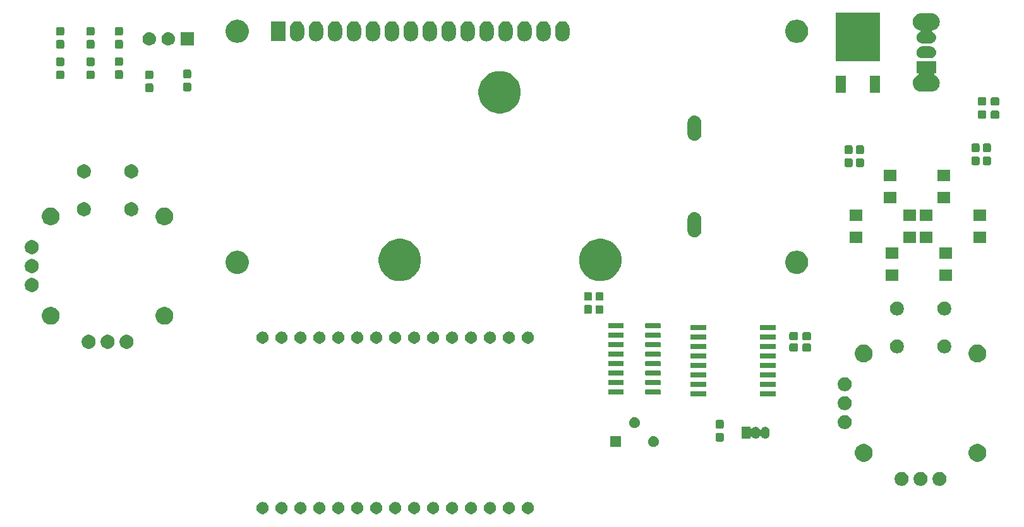
<source format=gbr>
G04 #@! TF.GenerationSoftware,KiCad,Pcbnew,(5.1.4)-1*
G04 #@! TF.CreationDate,2019-12-11T13:43:38-06:00*
G04 #@! TF.ProjectId,Rover_Controller,526f7665-725f-4436-9f6e-74726f6c6c65,rev?*
G04 #@! TF.SameCoordinates,Original*
G04 #@! TF.FileFunction,Soldermask,Top*
G04 #@! TF.FilePolarity,Negative*
%FSLAX46Y46*%
G04 Gerber Fmt 4.6, Leading zero omitted, Abs format (unit mm)*
G04 Created by KiCad (PCBNEW (5.1.4)-1) date 2019-12-11 13:43:38*
%MOMM*%
%LPD*%
G04 APERTURE LIST*
%ADD10C,0.100000*%
G04 APERTURE END LIST*
D10*
G36*
X146744342Y-119055442D02*
G01*
X146892301Y-119116729D01*
X147025455Y-119205699D01*
X147138701Y-119318945D01*
X147227671Y-119452099D01*
X147288958Y-119600058D01*
X147320200Y-119757125D01*
X147320200Y-119917275D01*
X147288958Y-120074342D01*
X147227671Y-120222301D01*
X147138701Y-120355455D01*
X147025455Y-120468701D01*
X146892301Y-120557671D01*
X146744342Y-120618958D01*
X146587275Y-120650200D01*
X146427125Y-120650200D01*
X146270058Y-120618958D01*
X146122099Y-120557671D01*
X145988945Y-120468701D01*
X145875699Y-120355455D01*
X145786729Y-120222301D01*
X145725442Y-120074342D01*
X145694200Y-119917275D01*
X145694200Y-119757125D01*
X145725442Y-119600058D01*
X145786729Y-119452099D01*
X145875699Y-119318945D01*
X145988945Y-119205699D01*
X146122099Y-119116729D01*
X146270058Y-119055442D01*
X146427125Y-119024200D01*
X146587275Y-119024200D01*
X146744342Y-119055442D01*
X146744342Y-119055442D01*
G37*
G36*
X126424342Y-119055442D02*
G01*
X126572301Y-119116729D01*
X126705455Y-119205699D01*
X126818701Y-119318945D01*
X126907671Y-119452099D01*
X126968958Y-119600058D01*
X127000200Y-119757125D01*
X127000200Y-119917275D01*
X126968958Y-120074342D01*
X126907671Y-120222301D01*
X126818701Y-120355455D01*
X126705455Y-120468701D01*
X126572301Y-120557671D01*
X126424342Y-120618958D01*
X126267275Y-120650200D01*
X126107125Y-120650200D01*
X125950058Y-120618958D01*
X125802099Y-120557671D01*
X125668945Y-120468701D01*
X125555699Y-120355455D01*
X125466729Y-120222301D01*
X125405442Y-120074342D01*
X125374200Y-119917275D01*
X125374200Y-119757125D01*
X125405442Y-119600058D01*
X125466729Y-119452099D01*
X125555699Y-119318945D01*
X125668945Y-119205699D01*
X125802099Y-119116729D01*
X125950058Y-119055442D01*
X126107125Y-119024200D01*
X126267275Y-119024200D01*
X126424342Y-119055442D01*
X126424342Y-119055442D01*
G37*
G36*
X111184342Y-119055442D02*
G01*
X111332301Y-119116729D01*
X111465455Y-119205699D01*
X111578701Y-119318945D01*
X111667671Y-119452099D01*
X111728958Y-119600058D01*
X111760200Y-119757125D01*
X111760200Y-119917275D01*
X111728958Y-120074342D01*
X111667671Y-120222301D01*
X111578701Y-120355455D01*
X111465455Y-120468701D01*
X111332301Y-120557671D01*
X111184342Y-120618958D01*
X111027275Y-120650200D01*
X110867125Y-120650200D01*
X110710058Y-120618958D01*
X110562099Y-120557671D01*
X110428945Y-120468701D01*
X110315699Y-120355455D01*
X110226729Y-120222301D01*
X110165442Y-120074342D01*
X110134200Y-119917275D01*
X110134200Y-119757125D01*
X110165442Y-119600058D01*
X110226729Y-119452099D01*
X110315699Y-119318945D01*
X110428945Y-119205699D01*
X110562099Y-119116729D01*
X110710058Y-119055442D01*
X110867125Y-119024200D01*
X111027275Y-119024200D01*
X111184342Y-119055442D01*
X111184342Y-119055442D01*
G37*
G36*
X113724342Y-119055442D02*
G01*
X113872301Y-119116729D01*
X114005455Y-119205699D01*
X114118701Y-119318945D01*
X114207671Y-119452099D01*
X114268958Y-119600058D01*
X114300200Y-119757125D01*
X114300200Y-119917275D01*
X114268958Y-120074342D01*
X114207671Y-120222301D01*
X114118701Y-120355455D01*
X114005455Y-120468701D01*
X113872301Y-120557671D01*
X113724342Y-120618958D01*
X113567275Y-120650200D01*
X113407125Y-120650200D01*
X113250058Y-120618958D01*
X113102099Y-120557671D01*
X112968945Y-120468701D01*
X112855699Y-120355455D01*
X112766729Y-120222301D01*
X112705442Y-120074342D01*
X112674200Y-119917275D01*
X112674200Y-119757125D01*
X112705442Y-119600058D01*
X112766729Y-119452099D01*
X112855699Y-119318945D01*
X112968945Y-119205699D01*
X113102099Y-119116729D01*
X113250058Y-119055442D01*
X113407125Y-119024200D01*
X113567275Y-119024200D01*
X113724342Y-119055442D01*
X113724342Y-119055442D01*
G37*
G36*
X116264342Y-119055442D02*
G01*
X116412301Y-119116729D01*
X116545455Y-119205699D01*
X116658701Y-119318945D01*
X116747671Y-119452099D01*
X116808958Y-119600058D01*
X116840200Y-119757125D01*
X116840200Y-119917275D01*
X116808958Y-120074342D01*
X116747671Y-120222301D01*
X116658701Y-120355455D01*
X116545455Y-120468701D01*
X116412301Y-120557671D01*
X116264342Y-120618958D01*
X116107275Y-120650200D01*
X115947125Y-120650200D01*
X115790058Y-120618958D01*
X115642099Y-120557671D01*
X115508945Y-120468701D01*
X115395699Y-120355455D01*
X115306729Y-120222301D01*
X115245442Y-120074342D01*
X115214200Y-119917275D01*
X115214200Y-119757125D01*
X115245442Y-119600058D01*
X115306729Y-119452099D01*
X115395699Y-119318945D01*
X115508945Y-119205699D01*
X115642099Y-119116729D01*
X115790058Y-119055442D01*
X115947125Y-119024200D01*
X116107275Y-119024200D01*
X116264342Y-119055442D01*
X116264342Y-119055442D01*
G37*
G36*
X118804342Y-119055442D02*
G01*
X118952301Y-119116729D01*
X119085455Y-119205699D01*
X119198701Y-119318945D01*
X119287671Y-119452099D01*
X119348958Y-119600058D01*
X119380200Y-119757125D01*
X119380200Y-119917275D01*
X119348958Y-120074342D01*
X119287671Y-120222301D01*
X119198701Y-120355455D01*
X119085455Y-120468701D01*
X118952301Y-120557671D01*
X118804342Y-120618958D01*
X118647275Y-120650200D01*
X118487125Y-120650200D01*
X118330058Y-120618958D01*
X118182099Y-120557671D01*
X118048945Y-120468701D01*
X117935699Y-120355455D01*
X117846729Y-120222301D01*
X117785442Y-120074342D01*
X117754200Y-119917275D01*
X117754200Y-119757125D01*
X117785442Y-119600058D01*
X117846729Y-119452099D01*
X117935699Y-119318945D01*
X118048945Y-119205699D01*
X118182099Y-119116729D01*
X118330058Y-119055442D01*
X118487125Y-119024200D01*
X118647275Y-119024200D01*
X118804342Y-119055442D01*
X118804342Y-119055442D01*
G37*
G36*
X121344342Y-119055442D02*
G01*
X121492301Y-119116729D01*
X121625455Y-119205699D01*
X121738701Y-119318945D01*
X121827671Y-119452099D01*
X121888958Y-119600058D01*
X121920200Y-119757125D01*
X121920200Y-119917275D01*
X121888958Y-120074342D01*
X121827671Y-120222301D01*
X121738701Y-120355455D01*
X121625455Y-120468701D01*
X121492301Y-120557671D01*
X121344342Y-120618958D01*
X121187275Y-120650200D01*
X121027125Y-120650200D01*
X120870058Y-120618958D01*
X120722099Y-120557671D01*
X120588945Y-120468701D01*
X120475699Y-120355455D01*
X120386729Y-120222301D01*
X120325442Y-120074342D01*
X120294200Y-119917275D01*
X120294200Y-119757125D01*
X120325442Y-119600058D01*
X120386729Y-119452099D01*
X120475699Y-119318945D01*
X120588945Y-119205699D01*
X120722099Y-119116729D01*
X120870058Y-119055442D01*
X121027125Y-119024200D01*
X121187275Y-119024200D01*
X121344342Y-119055442D01*
X121344342Y-119055442D01*
G37*
G36*
X123884342Y-119055442D02*
G01*
X124032301Y-119116729D01*
X124165455Y-119205699D01*
X124278701Y-119318945D01*
X124367671Y-119452099D01*
X124428958Y-119600058D01*
X124460200Y-119757125D01*
X124460200Y-119917275D01*
X124428958Y-120074342D01*
X124367671Y-120222301D01*
X124278701Y-120355455D01*
X124165455Y-120468701D01*
X124032301Y-120557671D01*
X123884342Y-120618958D01*
X123727275Y-120650200D01*
X123567125Y-120650200D01*
X123410058Y-120618958D01*
X123262099Y-120557671D01*
X123128945Y-120468701D01*
X123015699Y-120355455D01*
X122926729Y-120222301D01*
X122865442Y-120074342D01*
X122834200Y-119917275D01*
X122834200Y-119757125D01*
X122865442Y-119600058D01*
X122926729Y-119452099D01*
X123015699Y-119318945D01*
X123128945Y-119205699D01*
X123262099Y-119116729D01*
X123410058Y-119055442D01*
X123567125Y-119024200D01*
X123727275Y-119024200D01*
X123884342Y-119055442D01*
X123884342Y-119055442D01*
G37*
G36*
X131504342Y-119055442D02*
G01*
X131652301Y-119116729D01*
X131785455Y-119205699D01*
X131898701Y-119318945D01*
X131987671Y-119452099D01*
X132048958Y-119600058D01*
X132080200Y-119757125D01*
X132080200Y-119917275D01*
X132048958Y-120074342D01*
X131987671Y-120222301D01*
X131898701Y-120355455D01*
X131785455Y-120468701D01*
X131652301Y-120557671D01*
X131504342Y-120618958D01*
X131347275Y-120650200D01*
X131187125Y-120650200D01*
X131030058Y-120618958D01*
X130882099Y-120557671D01*
X130748945Y-120468701D01*
X130635699Y-120355455D01*
X130546729Y-120222301D01*
X130485442Y-120074342D01*
X130454200Y-119917275D01*
X130454200Y-119757125D01*
X130485442Y-119600058D01*
X130546729Y-119452099D01*
X130635699Y-119318945D01*
X130748945Y-119205699D01*
X130882099Y-119116729D01*
X131030058Y-119055442D01*
X131187125Y-119024200D01*
X131347275Y-119024200D01*
X131504342Y-119055442D01*
X131504342Y-119055442D01*
G37*
G36*
X128964342Y-119055442D02*
G01*
X129112301Y-119116729D01*
X129245455Y-119205699D01*
X129358701Y-119318945D01*
X129447671Y-119452099D01*
X129508958Y-119600058D01*
X129540200Y-119757125D01*
X129540200Y-119917275D01*
X129508958Y-120074342D01*
X129447671Y-120222301D01*
X129358701Y-120355455D01*
X129245455Y-120468701D01*
X129112301Y-120557671D01*
X128964342Y-120618958D01*
X128807275Y-120650200D01*
X128647125Y-120650200D01*
X128490058Y-120618958D01*
X128342099Y-120557671D01*
X128208945Y-120468701D01*
X128095699Y-120355455D01*
X128006729Y-120222301D01*
X127945442Y-120074342D01*
X127914200Y-119917275D01*
X127914200Y-119757125D01*
X127945442Y-119600058D01*
X128006729Y-119452099D01*
X128095699Y-119318945D01*
X128208945Y-119205699D01*
X128342099Y-119116729D01*
X128490058Y-119055442D01*
X128647125Y-119024200D01*
X128807275Y-119024200D01*
X128964342Y-119055442D01*
X128964342Y-119055442D01*
G37*
G36*
X144204342Y-119055442D02*
G01*
X144352301Y-119116729D01*
X144485455Y-119205699D01*
X144598701Y-119318945D01*
X144687671Y-119452099D01*
X144748958Y-119600058D01*
X144780200Y-119757125D01*
X144780200Y-119917275D01*
X144748958Y-120074342D01*
X144687671Y-120222301D01*
X144598701Y-120355455D01*
X144485455Y-120468701D01*
X144352301Y-120557671D01*
X144204342Y-120618958D01*
X144047275Y-120650200D01*
X143887125Y-120650200D01*
X143730058Y-120618958D01*
X143582099Y-120557671D01*
X143448945Y-120468701D01*
X143335699Y-120355455D01*
X143246729Y-120222301D01*
X143185442Y-120074342D01*
X143154200Y-119917275D01*
X143154200Y-119757125D01*
X143185442Y-119600058D01*
X143246729Y-119452099D01*
X143335699Y-119318945D01*
X143448945Y-119205699D01*
X143582099Y-119116729D01*
X143730058Y-119055442D01*
X143887125Y-119024200D01*
X144047275Y-119024200D01*
X144204342Y-119055442D01*
X144204342Y-119055442D01*
G37*
G36*
X141664342Y-119055442D02*
G01*
X141812301Y-119116729D01*
X141945455Y-119205699D01*
X142058701Y-119318945D01*
X142147671Y-119452099D01*
X142208958Y-119600058D01*
X142240200Y-119757125D01*
X142240200Y-119917275D01*
X142208958Y-120074342D01*
X142147671Y-120222301D01*
X142058701Y-120355455D01*
X141945455Y-120468701D01*
X141812301Y-120557671D01*
X141664342Y-120618958D01*
X141507275Y-120650200D01*
X141347125Y-120650200D01*
X141190058Y-120618958D01*
X141042099Y-120557671D01*
X140908945Y-120468701D01*
X140795699Y-120355455D01*
X140706729Y-120222301D01*
X140645442Y-120074342D01*
X140614200Y-119917275D01*
X140614200Y-119757125D01*
X140645442Y-119600058D01*
X140706729Y-119452099D01*
X140795699Y-119318945D01*
X140908945Y-119205699D01*
X141042099Y-119116729D01*
X141190058Y-119055442D01*
X141347125Y-119024200D01*
X141507275Y-119024200D01*
X141664342Y-119055442D01*
X141664342Y-119055442D01*
G37*
G36*
X136584342Y-119055442D02*
G01*
X136732301Y-119116729D01*
X136865455Y-119205699D01*
X136978701Y-119318945D01*
X137067671Y-119452099D01*
X137128958Y-119600058D01*
X137160200Y-119757125D01*
X137160200Y-119917275D01*
X137128958Y-120074342D01*
X137067671Y-120222301D01*
X136978701Y-120355455D01*
X136865455Y-120468701D01*
X136732301Y-120557671D01*
X136584342Y-120618958D01*
X136427275Y-120650200D01*
X136267125Y-120650200D01*
X136110058Y-120618958D01*
X135962099Y-120557671D01*
X135828945Y-120468701D01*
X135715699Y-120355455D01*
X135626729Y-120222301D01*
X135565442Y-120074342D01*
X135534200Y-119917275D01*
X135534200Y-119757125D01*
X135565442Y-119600058D01*
X135626729Y-119452099D01*
X135715699Y-119318945D01*
X135828945Y-119205699D01*
X135962099Y-119116729D01*
X136110058Y-119055442D01*
X136267125Y-119024200D01*
X136427275Y-119024200D01*
X136584342Y-119055442D01*
X136584342Y-119055442D01*
G37*
G36*
X139124342Y-119055442D02*
G01*
X139272301Y-119116729D01*
X139405455Y-119205699D01*
X139518701Y-119318945D01*
X139607671Y-119452099D01*
X139668958Y-119600058D01*
X139700200Y-119757125D01*
X139700200Y-119917275D01*
X139668958Y-120074342D01*
X139607671Y-120222301D01*
X139518701Y-120355455D01*
X139405455Y-120468701D01*
X139272301Y-120557671D01*
X139124342Y-120618958D01*
X138967275Y-120650200D01*
X138807125Y-120650200D01*
X138650058Y-120618958D01*
X138502099Y-120557671D01*
X138368945Y-120468701D01*
X138255699Y-120355455D01*
X138166729Y-120222301D01*
X138105442Y-120074342D01*
X138074200Y-119917275D01*
X138074200Y-119757125D01*
X138105442Y-119600058D01*
X138166729Y-119452099D01*
X138255699Y-119318945D01*
X138368945Y-119205699D01*
X138502099Y-119116729D01*
X138650058Y-119055442D01*
X138807125Y-119024200D01*
X138967275Y-119024200D01*
X139124342Y-119055442D01*
X139124342Y-119055442D01*
G37*
G36*
X134044342Y-119055442D02*
G01*
X134192301Y-119116729D01*
X134325455Y-119205699D01*
X134438701Y-119318945D01*
X134527671Y-119452099D01*
X134588958Y-119600058D01*
X134620200Y-119757125D01*
X134620200Y-119917275D01*
X134588958Y-120074342D01*
X134527671Y-120222301D01*
X134438701Y-120355455D01*
X134325455Y-120468701D01*
X134192301Y-120557671D01*
X134044342Y-120618958D01*
X133887275Y-120650200D01*
X133727125Y-120650200D01*
X133570058Y-120618958D01*
X133422099Y-120557671D01*
X133288945Y-120468701D01*
X133175699Y-120355455D01*
X133086729Y-120222301D01*
X133025442Y-120074342D01*
X132994200Y-119917275D01*
X132994200Y-119757125D01*
X133025442Y-119600058D01*
X133086729Y-119452099D01*
X133175699Y-119318945D01*
X133288945Y-119205699D01*
X133422099Y-119116729D01*
X133570058Y-119055442D01*
X133727125Y-119024200D01*
X133887275Y-119024200D01*
X134044342Y-119055442D01*
X134044342Y-119055442D01*
G37*
G36*
X196870187Y-115021723D02*
G01*
X197041255Y-115092582D01*
X197041257Y-115092583D01*
X197118758Y-115144368D01*
X197195214Y-115195454D01*
X197326146Y-115326386D01*
X197429018Y-115480345D01*
X197499877Y-115651413D01*
X197536000Y-115833017D01*
X197536000Y-116018183D01*
X197499877Y-116199787D01*
X197429018Y-116370855D01*
X197429017Y-116370857D01*
X197326145Y-116524815D01*
X197195215Y-116655745D01*
X197041257Y-116758617D01*
X197041256Y-116758618D01*
X197041255Y-116758618D01*
X196870187Y-116829477D01*
X196688583Y-116865600D01*
X196503417Y-116865600D01*
X196321813Y-116829477D01*
X196150745Y-116758618D01*
X196150744Y-116758618D01*
X196150743Y-116758617D01*
X195996785Y-116655745D01*
X195865855Y-116524815D01*
X195762983Y-116370857D01*
X195762982Y-116370855D01*
X195692123Y-116199787D01*
X195656000Y-116018183D01*
X195656000Y-115833017D01*
X195692123Y-115651413D01*
X195762982Y-115480345D01*
X195865854Y-115326386D01*
X195996786Y-115195454D01*
X196073242Y-115144368D01*
X196150743Y-115092583D01*
X196150745Y-115092582D01*
X196321813Y-115021723D01*
X196503417Y-114985600D01*
X196688583Y-114985600D01*
X196870187Y-115021723D01*
X196870187Y-115021723D01*
G37*
G36*
X199410187Y-115021723D02*
G01*
X199581255Y-115092582D01*
X199581257Y-115092583D01*
X199658758Y-115144368D01*
X199735214Y-115195454D01*
X199866146Y-115326386D01*
X199969018Y-115480345D01*
X200039877Y-115651413D01*
X200076000Y-115833017D01*
X200076000Y-116018183D01*
X200039877Y-116199787D01*
X199969018Y-116370855D01*
X199969017Y-116370857D01*
X199866145Y-116524815D01*
X199735215Y-116655745D01*
X199581257Y-116758617D01*
X199581256Y-116758618D01*
X199581255Y-116758618D01*
X199410187Y-116829477D01*
X199228583Y-116865600D01*
X199043417Y-116865600D01*
X198861813Y-116829477D01*
X198690745Y-116758618D01*
X198690744Y-116758618D01*
X198690743Y-116758617D01*
X198536785Y-116655745D01*
X198405855Y-116524815D01*
X198302983Y-116370857D01*
X198302982Y-116370855D01*
X198232123Y-116199787D01*
X198196000Y-116018183D01*
X198196000Y-115833017D01*
X198232123Y-115651413D01*
X198302982Y-115480345D01*
X198405854Y-115326386D01*
X198536786Y-115195454D01*
X198613242Y-115144368D01*
X198690743Y-115092583D01*
X198690745Y-115092582D01*
X198861813Y-115021723D01*
X199043417Y-114985600D01*
X199228583Y-114985600D01*
X199410187Y-115021723D01*
X199410187Y-115021723D01*
G37*
G36*
X201950187Y-115021723D02*
G01*
X202121255Y-115092582D01*
X202121257Y-115092583D01*
X202198758Y-115144368D01*
X202275214Y-115195454D01*
X202406146Y-115326386D01*
X202509018Y-115480345D01*
X202579877Y-115651413D01*
X202616000Y-115833017D01*
X202616000Y-116018183D01*
X202579877Y-116199787D01*
X202509018Y-116370855D01*
X202509017Y-116370857D01*
X202406145Y-116524815D01*
X202275215Y-116655745D01*
X202121257Y-116758617D01*
X202121256Y-116758618D01*
X202121255Y-116758618D01*
X201950187Y-116829477D01*
X201768583Y-116865600D01*
X201583417Y-116865600D01*
X201401813Y-116829477D01*
X201230745Y-116758618D01*
X201230744Y-116758618D01*
X201230743Y-116758617D01*
X201076785Y-116655745D01*
X200945855Y-116524815D01*
X200842983Y-116370857D01*
X200842982Y-116370855D01*
X200772123Y-116199787D01*
X200736000Y-116018183D01*
X200736000Y-115833017D01*
X200772123Y-115651413D01*
X200842982Y-115480345D01*
X200945854Y-115326386D01*
X201076786Y-115195454D01*
X201153242Y-115144368D01*
X201230743Y-115092583D01*
X201230745Y-115092582D01*
X201401813Y-115021723D01*
X201583417Y-114985600D01*
X201768583Y-114985600D01*
X201950187Y-115021723D01*
X201950187Y-115021723D01*
G37*
G36*
X191864276Y-111284984D02*
G01*
X192081569Y-111374990D01*
X192081571Y-111374991D01*
X192094136Y-111383387D01*
X192277130Y-111505660D01*
X192443440Y-111671970D01*
X192574110Y-111867531D01*
X192664116Y-112084824D01*
X192710000Y-112315500D01*
X192710000Y-112550700D01*
X192664116Y-112781376D01*
X192574110Y-112998669D01*
X192574109Y-112998671D01*
X192443440Y-113194230D01*
X192277130Y-113360540D01*
X192081571Y-113491209D01*
X192081570Y-113491210D01*
X192081569Y-113491210D01*
X191864276Y-113581216D01*
X191633600Y-113627100D01*
X191398400Y-113627100D01*
X191167724Y-113581216D01*
X190950431Y-113491210D01*
X190950430Y-113491210D01*
X190950429Y-113491209D01*
X190754870Y-113360540D01*
X190588560Y-113194230D01*
X190457891Y-112998671D01*
X190457890Y-112998669D01*
X190367884Y-112781376D01*
X190322000Y-112550700D01*
X190322000Y-112315500D01*
X190367884Y-112084824D01*
X190457890Y-111867531D01*
X190588560Y-111671970D01*
X190754870Y-111505660D01*
X190937864Y-111383387D01*
X190950429Y-111374991D01*
X190950431Y-111374990D01*
X191167724Y-111284984D01*
X191398400Y-111239100D01*
X191633600Y-111239100D01*
X191864276Y-111284984D01*
X191864276Y-111284984D01*
G37*
G36*
X207104276Y-111284984D02*
G01*
X207321569Y-111374990D01*
X207321571Y-111374991D01*
X207334136Y-111383387D01*
X207517130Y-111505660D01*
X207683440Y-111671970D01*
X207814110Y-111867531D01*
X207904116Y-112084824D01*
X207950000Y-112315500D01*
X207950000Y-112550700D01*
X207904116Y-112781376D01*
X207814110Y-112998669D01*
X207814109Y-112998671D01*
X207683440Y-113194230D01*
X207517130Y-113360540D01*
X207321571Y-113491209D01*
X207321570Y-113491210D01*
X207321569Y-113491210D01*
X207104276Y-113581216D01*
X206873600Y-113627100D01*
X206638400Y-113627100D01*
X206407724Y-113581216D01*
X206190431Y-113491210D01*
X206190430Y-113491210D01*
X206190429Y-113491209D01*
X205994870Y-113360540D01*
X205828560Y-113194230D01*
X205697891Y-112998671D01*
X205697890Y-112998669D01*
X205607884Y-112781376D01*
X205562000Y-112550700D01*
X205562000Y-112315500D01*
X205607884Y-112084824D01*
X205697890Y-111867531D01*
X205828560Y-111671970D01*
X205994870Y-111505660D01*
X206177864Y-111383387D01*
X206190429Y-111374991D01*
X206190431Y-111374990D01*
X206407724Y-111284984D01*
X206638400Y-111239100D01*
X206873600Y-111239100D01*
X207104276Y-111284984D01*
X207104276Y-111284984D01*
G37*
G36*
X158966100Y-111645900D02*
G01*
X157517900Y-111645900D01*
X157517900Y-110197700D01*
X158966100Y-110197700D01*
X158966100Y-111645900D01*
X158966100Y-111645900D01*
G37*
G36*
X163533212Y-110225526D02*
G01*
X163664990Y-110280111D01*
X163783587Y-110359355D01*
X163884445Y-110460213D01*
X163963689Y-110578810D01*
X164018274Y-110710588D01*
X164046100Y-110850482D01*
X164046100Y-110993118D01*
X164018274Y-111133012D01*
X163963689Y-111264790D01*
X163884445Y-111383387D01*
X163783587Y-111484245D01*
X163664990Y-111563489D01*
X163533212Y-111618074D01*
X163393318Y-111645900D01*
X163250682Y-111645900D01*
X163110788Y-111618074D01*
X162979010Y-111563489D01*
X162860413Y-111484245D01*
X162759555Y-111383387D01*
X162680311Y-111264790D01*
X162625726Y-111133012D01*
X162597900Y-110993118D01*
X162597900Y-110850482D01*
X162625726Y-110710588D01*
X162680311Y-110578810D01*
X162759555Y-110460213D01*
X162860413Y-110359355D01*
X162979010Y-110280111D01*
X163110788Y-110225526D01*
X163250682Y-110197700D01*
X163393318Y-110197700D01*
X163533212Y-110225526D01*
X163533212Y-110225526D01*
G37*
G36*
X172576499Y-109777445D02*
G01*
X172613995Y-109788820D01*
X172648554Y-109807292D01*
X172678847Y-109832153D01*
X172703708Y-109862446D01*
X172722180Y-109897005D01*
X172733555Y-109934501D01*
X172738000Y-109979638D01*
X172738000Y-110718362D01*
X172733555Y-110763499D01*
X172722180Y-110800995D01*
X172703708Y-110835554D01*
X172678847Y-110865847D01*
X172648554Y-110890708D01*
X172613995Y-110909180D01*
X172576499Y-110920555D01*
X172531362Y-110925000D01*
X171892638Y-110925000D01*
X171847501Y-110920555D01*
X171810005Y-110909180D01*
X171775446Y-110890708D01*
X171745153Y-110865847D01*
X171720292Y-110835554D01*
X171701820Y-110800995D01*
X171690445Y-110763499D01*
X171686000Y-110718362D01*
X171686000Y-109979638D01*
X171690445Y-109934501D01*
X171701820Y-109897005D01*
X171720292Y-109862446D01*
X171745153Y-109832153D01*
X171775446Y-109807292D01*
X171810005Y-109788820D01*
X171847501Y-109777445D01*
X171892638Y-109773000D01*
X172531362Y-109773000D01*
X172576499Y-109777445D01*
X172576499Y-109777445D01*
G37*
G36*
X178420915Y-108935334D02*
G01*
X178529491Y-108968271D01*
X178529494Y-108968272D01*
X178565600Y-108987571D01*
X178629556Y-109021756D01*
X178717264Y-109093736D01*
X178789244Y-109181443D01*
X178823429Y-109245399D01*
X178842728Y-109281505D01*
X178842729Y-109281508D01*
X178875666Y-109390084D01*
X178884000Y-109474702D01*
X178884000Y-109981297D01*
X178875666Y-110065916D01*
X178843252Y-110172767D01*
X178842728Y-110174495D01*
X178832761Y-110193141D01*
X178789244Y-110274557D01*
X178717264Y-110362264D01*
X178629557Y-110434244D01*
X178580966Y-110460216D01*
X178529495Y-110487728D01*
X178529492Y-110487729D01*
X178420916Y-110520666D01*
X178308000Y-110531787D01*
X178195085Y-110520666D01*
X178086509Y-110487729D01*
X178086506Y-110487728D01*
X178035035Y-110460216D01*
X177986444Y-110434244D01*
X177898737Y-110362264D01*
X177826757Y-110274557D01*
X177783239Y-110193141D01*
X177769625Y-110172766D01*
X177752298Y-110155439D01*
X177731924Y-110141826D01*
X177709285Y-110132448D01*
X177685252Y-110127668D01*
X177660748Y-110127668D01*
X177636715Y-110132448D01*
X177614076Y-110141826D01*
X177593701Y-110155440D01*
X177576374Y-110172767D01*
X177562761Y-110193141D01*
X177519244Y-110274557D01*
X177447264Y-110362264D01*
X177359557Y-110434244D01*
X177310966Y-110460216D01*
X177259495Y-110487728D01*
X177259492Y-110487729D01*
X177150916Y-110520666D01*
X177038000Y-110531787D01*
X176925085Y-110520666D01*
X176816509Y-110487729D01*
X176816506Y-110487728D01*
X176765035Y-110460216D01*
X176716444Y-110434244D01*
X176628737Y-110362264D01*
X176565622Y-110285359D01*
X176548297Y-110268034D01*
X176527923Y-110254420D01*
X176505284Y-110245043D01*
X176481250Y-110240263D01*
X176456746Y-110240263D01*
X176432713Y-110245044D01*
X176410074Y-110254421D01*
X176389700Y-110268035D01*
X176372373Y-110285362D01*
X176358759Y-110305736D01*
X176349382Y-110328375D01*
X176344000Y-110364660D01*
X176344000Y-110529000D01*
X175192000Y-110529000D01*
X175192000Y-108927000D01*
X176344000Y-108927000D01*
X176344000Y-109091341D01*
X176346402Y-109115727D01*
X176353515Y-109139176D01*
X176365066Y-109160787D01*
X176380611Y-109179729D01*
X176399553Y-109195274D01*
X176421164Y-109206825D01*
X176444613Y-109213938D01*
X176468999Y-109216340D01*
X176493385Y-109213938D01*
X176516834Y-109206825D01*
X176538445Y-109195274D01*
X176557387Y-109179729D01*
X176565608Y-109170657D01*
X176628736Y-109093736D01*
X176716443Y-109021756D01*
X176780399Y-108987571D01*
X176816505Y-108968272D01*
X176816508Y-108968271D01*
X176925084Y-108935334D01*
X177038000Y-108924213D01*
X177150915Y-108935334D01*
X177259491Y-108968271D01*
X177259494Y-108968272D01*
X177295600Y-108987571D01*
X177359556Y-109021756D01*
X177447264Y-109093736D01*
X177519244Y-109181443D01*
X177553536Y-109245600D01*
X177562761Y-109262859D01*
X177576375Y-109283234D01*
X177593702Y-109300561D01*
X177614076Y-109314174D01*
X177636715Y-109323552D01*
X177660748Y-109328332D01*
X177685252Y-109328332D01*
X177709285Y-109323552D01*
X177731924Y-109314174D01*
X177752299Y-109300560D01*
X177769626Y-109283233D01*
X177783239Y-109262860D01*
X177826756Y-109181444D01*
X177898736Y-109093736D01*
X177986443Y-109021756D01*
X178050399Y-108987571D01*
X178086505Y-108968272D01*
X178086508Y-108968271D01*
X178195084Y-108935334D01*
X178308000Y-108924213D01*
X178420915Y-108935334D01*
X178420915Y-108935334D01*
G37*
G36*
X189250187Y-107401723D02*
G01*
X189421255Y-107472582D01*
X189421257Y-107472583D01*
X189575215Y-107575455D01*
X189706145Y-107706385D01*
X189781630Y-107819355D01*
X189809018Y-107860345D01*
X189879877Y-108031413D01*
X189916000Y-108213017D01*
X189916000Y-108398183D01*
X189879877Y-108579787D01*
X189819814Y-108724791D01*
X189809017Y-108750857D01*
X189706145Y-108904815D01*
X189575215Y-109035745D01*
X189421257Y-109138617D01*
X189421256Y-109138618D01*
X189421255Y-109138618D01*
X189250187Y-109209477D01*
X189068583Y-109245600D01*
X188883417Y-109245600D01*
X188701813Y-109209477D01*
X188530745Y-109138618D01*
X188530744Y-109138618D01*
X188530743Y-109138617D01*
X188376785Y-109035745D01*
X188245855Y-108904815D01*
X188142983Y-108750857D01*
X188132186Y-108724791D01*
X188072123Y-108579787D01*
X188036000Y-108398183D01*
X188036000Y-108213017D01*
X188072123Y-108031413D01*
X188142982Y-107860345D01*
X188170371Y-107819355D01*
X188245855Y-107706385D01*
X188376785Y-107575455D01*
X188530743Y-107472583D01*
X188530745Y-107472582D01*
X188701813Y-107401723D01*
X188883417Y-107365600D01*
X189068583Y-107365600D01*
X189250187Y-107401723D01*
X189250187Y-107401723D01*
G37*
G36*
X172576499Y-108027445D02*
G01*
X172613995Y-108038820D01*
X172648554Y-108057292D01*
X172678847Y-108082153D01*
X172703708Y-108112446D01*
X172722180Y-108147005D01*
X172733555Y-108184501D01*
X172738000Y-108229638D01*
X172738000Y-108968362D01*
X172733555Y-109013499D01*
X172722180Y-109050995D01*
X172703708Y-109085554D01*
X172678847Y-109115847D01*
X172648554Y-109140708D01*
X172613995Y-109159180D01*
X172576499Y-109170555D01*
X172531362Y-109175000D01*
X171892638Y-109175000D01*
X171847501Y-109170555D01*
X171810005Y-109159180D01*
X171775446Y-109140708D01*
X171745153Y-109115847D01*
X171720292Y-109085554D01*
X171701820Y-109050995D01*
X171690445Y-109013499D01*
X171686000Y-108968362D01*
X171686000Y-108229638D01*
X171690445Y-108184501D01*
X171701820Y-108147005D01*
X171720292Y-108112446D01*
X171745153Y-108082153D01*
X171775446Y-108057292D01*
X171810005Y-108038820D01*
X171847501Y-108027445D01*
X171892638Y-108023000D01*
X172531362Y-108023000D01*
X172576499Y-108027445D01*
X172576499Y-108027445D01*
G37*
G36*
X160993212Y-107685526D02*
G01*
X161124990Y-107740111D01*
X161243587Y-107819355D01*
X161344445Y-107920213D01*
X161423689Y-108038810D01*
X161478274Y-108170588D01*
X161506100Y-108310482D01*
X161506100Y-108453118D01*
X161478274Y-108593012D01*
X161423689Y-108724790D01*
X161344445Y-108843387D01*
X161243587Y-108944245D01*
X161124990Y-109023489D01*
X160993212Y-109078074D01*
X160853318Y-109105900D01*
X160710682Y-109105900D01*
X160570788Y-109078074D01*
X160439010Y-109023489D01*
X160320413Y-108944245D01*
X160219555Y-108843387D01*
X160140311Y-108724790D01*
X160085726Y-108593012D01*
X160057900Y-108453118D01*
X160057900Y-108310482D01*
X160085726Y-108170588D01*
X160140311Y-108038810D01*
X160219555Y-107920213D01*
X160320413Y-107819355D01*
X160439010Y-107740111D01*
X160570788Y-107685526D01*
X160710682Y-107657700D01*
X160853318Y-107657700D01*
X160993212Y-107685526D01*
X160993212Y-107685526D01*
G37*
G36*
X189250187Y-104861723D02*
G01*
X189421255Y-104932582D01*
X189421257Y-104932583D01*
X189498758Y-104984368D01*
X189575214Y-105035454D01*
X189706146Y-105166386D01*
X189809018Y-105320345D01*
X189879877Y-105491413D01*
X189916000Y-105673017D01*
X189916000Y-105858183D01*
X189879877Y-106039787D01*
X189809018Y-106210855D01*
X189809017Y-106210857D01*
X189706145Y-106364815D01*
X189575215Y-106495745D01*
X189421257Y-106598617D01*
X189421256Y-106598618D01*
X189421255Y-106598618D01*
X189250187Y-106669477D01*
X189068583Y-106705600D01*
X188883417Y-106705600D01*
X188701813Y-106669477D01*
X188530745Y-106598618D01*
X188530744Y-106598618D01*
X188530743Y-106598617D01*
X188376785Y-106495745D01*
X188245855Y-106364815D01*
X188142983Y-106210857D01*
X188142982Y-106210855D01*
X188072123Y-106039787D01*
X188036000Y-105858183D01*
X188036000Y-105673017D01*
X188072123Y-105491413D01*
X188142982Y-105320345D01*
X188245854Y-105166386D01*
X188376786Y-105035454D01*
X188453242Y-104984368D01*
X188530743Y-104932583D01*
X188530745Y-104932582D01*
X188701813Y-104861723D01*
X188883417Y-104825600D01*
X189068583Y-104825600D01*
X189250187Y-104861723D01*
X189250187Y-104861723D01*
G37*
G36*
X179624928Y-104172764D02*
G01*
X179646009Y-104179160D01*
X179665445Y-104189548D01*
X179682476Y-104203524D01*
X179696452Y-104220555D01*
X179706840Y-104239991D01*
X179713236Y-104261072D01*
X179716000Y-104289140D01*
X179716000Y-104752860D01*
X179713236Y-104780928D01*
X179706840Y-104802009D01*
X179696452Y-104821445D01*
X179682476Y-104838476D01*
X179665445Y-104852452D01*
X179646009Y-104862840D01*
X179624928Y-104869236D01*
X179596860Y-104872000D01*
X177683140Y-104872000D01*
X177655072Y-104869236D01*
X177633991Y-104862840D01*
X177614555Y-104852452D01*
X177597524Y-104838476D01*
X177583548Y-104821445D01*
X177573160Y-104802009D01*
X177566764Y-104780928D01*
X177564000Y-104752860D01*
X177564000Y-104289140D01*
X177566764Y-104261072D01*
X177573160Y-104239991D01*
X177583548Y-104220555D01*
X177597524Y-104203524D01*
X177614555Y-104189548D01*
X177633991Y-104179160D01*
X177655072Y-104172764D01*
X177683140Y-104170000D01*
X179596860Y-104170000D01*
X179624928Y-104172764D01*
X179624928Y-104172764D01*
G37*
G36*
X170324928Y-104172764D02*
G01*
X170346009Y-104179160D01*
X170365445Y-104189548D01*
X170382476Y-104203524D01*
X170396452Y-104220555D01*
X170406840Y-104239991D01*
X170413236Y-104261072D01*
X170416000Y-104289140D01*
X170416000Y-104752860D01*
X170413236Y-104780928D01*
X170406840Y-104802009D01*
X170396452Y-104821445D01*
X170382476Y-104838476D01*
X170365445Y-104852452D01*
X170346009Y-104862840D01*
X170324928Y-104869236D01*
X170296860Y-104872000D01*
X168383140Y-104872000D01*
X168355072Y-104869236D01*
X168333991Y-104862840D01*
X168314555Y-104852452D01*
X168297524Y-104838476D01*
X168283548Y-104821445D01*
X168273160Y-104802009D01*
X168266764Y-104780928D01*
X168264000Y-104752860D01*
X168264000Y-104289140D01*
X168266764Y-104261072D01*
X168273160Y-104239991D01*
X168283548Y-104220555D01*
X168297524Y-104203524D01*
X168314555Y-104189548D01*
X168333991Y-104179160D01*
X168355072Y-104172764D01*
X168383140Y-104170000D01*
X170296860Y-104170000D01*
X170324928Y-104172764D01*
X170324928Y-104172764D01*
G37*
G36*
X159241928Y-103918764D02*
G01*
X159263009Y-103925160D01*
X159282445Y-103935548D01*
X159299476Y-103949524D01*
X159313452Y-103966555D01*
X159323840Y-103985991D01*
X159330236Y-104007072D01*
X159333000Y-104035140D01*
X159333000Y-104498860D01*
X159330236Y-104526928D01*
X159323840Y-104548009D01*
X159313452Y-104567445D01*
X159299476Y-104584476D01*
X159282445Y-104598452D01*
X159263009Y-104608840D01*
X159241928Y-104615236D01*
X159213860Y-104618000D01*
X157400140Y-104618000D01*
X157372072Y-104615236D01*
X157350991Y-104608840D01*
X157331555Y-104598452D01*
X157314524Y-104584476D01*
X157300548Y-104567445D01*
X157290160Y-104548009D01*
X157283764Y-104526928D01*
X157281000Y-104498860D01*
X157281000Y-104035140D01*
X157283764Y-104007072D01*
X157290160Y-103985991D01*
X157300548Y-103966555D01*
X157314524Y-103949524D01*
X157331555Y-103935548D01*
X157350991Y-103925160D01*
X157372072Y-103918764D01*
X157400140Y-103916000D01*
X159213860Y-103916000D01*
X159241928Y-103918764D01*
X159241928Y-103918764D01*
G37*
G36*
X164191928Y-103918764D02*
G01*
X164213009Y-103925160D01*
X164232445Y-103935548D01*
X164249476Y-103949524D01*
X164263452Y-103966555D01*
X164273840Y-103985991D01*
X164280236Y-104007072D01*
X164283000Y-104035140D01*
X164283000Y-104498860D01*
X164280236Y-104526928D01*
X164273840Y-104548009D01*
X164263452Y-104567445D01*
X164249476Y-104584476D01*
X164232445Y-104598452D01*
X164213009Y-104608840D01*
X164191928Y-104615236D01*
X164163860Y-104618000D01*
X162350140Y-104618000D01*
X162322072Y-104615236D01*
X162300991Y-104608840D01*
X162281555Y-104598452D01*
X162264524Y-104584476D01*
X162250548Y-104567445D01*
X162240160Y-104548009D01*
X162233764Y-104526928D01*
X162231000Y-104498860D01*
X162231000Y-104035140D01*
X162233764Y-104007072D01*
X162240160Y-103985991D01*
X162250548Y-103966555D01*
X162264524Y-103949524D01*
X162281555Y-103935548D01*
X162300991Y-103925160D01*
X162322072Y-103918764D01*
X162350140Y-103916000D01*
X164163860Y-103916000D01*
X164191928Y-103918764D01*
X164191928Y-103918764D01*
G37*
G36*
X189250187Y-102321723D02*
G01*
X189421255Y-102392582D01*
X189421257Y-102392583D01*
X189498758Y-102444368D01*
X189575214Y-102495454D01*
X189706146Y-102626386D01*
X189721098Y-102648764D01*
X189798859Y-102765140D01*
X189809018Y-102780345D01*
X189879877Y-102951413D01*
X189916000Y-103133017D01*
X189916000Y-103318183D01*
X189879877Y-103499787D01*
X189809018Y-103670855D01*
X189809017Y-103670857D01*
X189706145Y-103824815D01*
X189575215Y-103955745D01*
X189421257Y-104058617D01*
X189421256Y-104058618D01*
X189421255Y-104058618D01*
X189250187Y-104129477D01*
X189068583Y-104165600D01*
X188883417Y-104165600D01*
X188701813Y-104129477D01*
X188530745Y-104058618D01*
X188530744Y-104058618D01*
X188530743Y-104058617D01*
X188376785Y-103955745D01*
X188245855Y-103824815D01*
X188142983Y-103670857D01*
X188142982Y-103670855D01*
X188072123Y-103499787D01*
X188036000Y-103318183D01*
X188036000Y-103133017D01*
X188072123Y-102951413D01*
X188142982Y-102780345D01*
X188153142Y-102765140D01*
X188230902Y-102648764D01*
X188245854Y-102626386D01*
X188376786Y-102495454D01*
X188453242Y-102444368D01*
X188530743Y-102392583D01*
X188530745Y-102392582D01*
X188701813Y-102321723D01*
X188883417Y-102285600D01*
X189068583Y-102285600D01*
X189250187Y-102321723D01*
X189250187Y-102321723D01*
G37*
G36*
X179624928Y-102902764D02*
G01*
X179646009Y-102909160D01*
X179665445Y-102919548D01*
X179682476Y-102933524D01*
X179696452Y-102950555D01*
X179706840Y-102969991D01*
X179713236Y-102991072D01*
X179716000Y-103019140D01*
X179716000Y-103482860D01*
X179713236Y-103510928D01*
X179706840Y-103532009D01*
X179696452Y-103551445D01*
X179682476Y-103568476D01*
X179665445Y-103582452D01*
X179646009Y-103592840D01*
X179624928Y-103599236D01*
X179596860Y-103602000D01*
X177683140Y-103602000D01*
X177655072Y-103599236D01*
X177633991Y-103592840D01*
X177614555Y-103582452D01*
X177597524Y-103568476D01*
X177583548Y-103551445D01*
X177573160Y-103532009D01*
X177566764Y-103510928D01*
X177564000Y-103482860D01*
X177564000Y-103019140D01*
X177566764Y-102991072D01*
X177573160Y-102969991D01*
X177583548Y-102950555D01*
X177597524Y-102933524D01*
X177614555Y-102919548D01*
X177633991Y-102909160D01*
X177655072Y-102902764D01*
X177683140Y-102900000D01*
X179596860Y-102900000D01*
X179624928Y-102902764D01*
X179624928Y-102902764D01*
G37*
G36*
X170324928Y-102902764D02*
G01*
X170346009Y-102909160D01*
X170365445Y-102919548D01*
X170382476Y-102933524D01*
X170396452Y-102950555D01*
X170406840Y-102969991D01*
X170413236Y-102991072D01*
X170416000Y-103019140D01*
X170416000Y-103482860D01*
X170413236Y-103510928D01*
X170406840Y-103532009D01*
X170396452Y-103551445D01*
X170382476Y-103568476D01*
X170365445Y-103582452D01*
X170346009Y-103592840D01*
X170324928Y-103599236D01*
X170296860Y-103602000D01*
X168383140Y-103602000D01*
X168355072Y-103599236D01*
X168333991Y-103592840D01*
X168314555Y-103582452D01*
X168297524Y-103568476D01*
X168283548Y-103551445D01*
X168273160Y-103532009D01*
X168266764Y-103510928D01*
X168264000Y-103482860D01*
X168264000Y-103019140D01*
X168266764Y-102991072D01*
X168273160Y-102969991D01*
X168283548Y-102950555D01*
X168297524Y-102933524D01*
X168314555Y-102919548D01*
X168333991Y-102909160D01*
X168355072Y-102902764D01*
X168383140Y-102900000D01*
X170296860Y-102900000D01*
X170324928Y-102902764D01*
X170324928Y-102902764D01*
G37*
G36*
X159241928Y-102648764D02*
G01*
X159263009Y-102655160D01*
X159282445Y-102665548D01*
X159299476Y-102679524D01*
X159313452Y-102696555D01*
X159323840Y-102715991D01*
X159330236Y-102737072D01*
X159333000Y-102765140D01*
X159333000Y-103228860D01*
X159330236Y-103256928D01*
X159323840Y-103278009D01*
X159313452Y-103297445D01*
X159299476Y-103314476D01*
X159282445Y-103328452D01*
X159263009Y-103338840D01*
X159241928Y-103345236D01*
X159213860Y-103348000D01*
X157400140Y-103348000D01*
X157372072Y-103345236D01*
X157350991Y-103338840D01*
X157331555Y-103328452D01*
X157314524Y-103314476D01*
X157300548Y-103297445D01*
X157290160Y-103278009D01*
X157283764Y-103256928D01*
X157281000Y-103228860D01*
X157281000Y-102765140D01*
X157283764Y-102737072D01*
X157290160Y-102715991D01*
X157300548Y-102696555D01*
X157314524Y-102679524D01*
X157331555Y-102665548D01*
X157350991Y-102655160D01*
X157372072Y-102648764D01*
X157400140Y-102646000D01*
X159213860Y-102646000D01*
X159241928Y-102648764D01*
X159241928Y-102648764D01*
G37*
G36*
X164191928Y-102648764D02*
G01*
X164213009Y-102655160D01*
X164232445Y-102665548D01*
X164249476Y-102679524D01*
X164263452Y-102696555D01*
X164273840Y-102715991D01*
X164280236Y-102737072D01*
X164283000Y-102765140D01*
X164283000Y-103228860D01*
X164280236Y-103256928D01*
X164273840Y-103278009D01*
X164263452Y-103297445D01*
X164249476Y-103314476D01*
X164232445Y-103328452D01*
X164213009Y-103338840D01*
X164191928Y-103345236D01*
X164163860Y-103348000D01*
X162350140Y-103348000D01*
X162322072Y-103345236D01*
X162300991Y-103338840D01*
X162281555Y-103328452D01*
X162264524Y-103314476D01*
X162250548Y-103297445D01*
X162240160Y-103278009D01*
X162233764Y-103256928D01*
X162231000Y-103228860D01*
X162231000Y-102765140D01*
X162233764Y-102737072D01*
X162240160Y-102715991D01*
X162250548Y-102696555D01*
X162264524Y-102679524D01*
X162281555Y-102665548D01*
X162300991Y-102655160D01*
X162322072Y-102648764D01*
X162350140Y-102646000D01*
X164163860Y-102646000D01*
X164191928Y-102648764D01*
X164191928Y-102648764D01*
G37*
G36*
X170324928Y-101632764D02*
G01*
X170346009Y-101639160D01*
X170365445Y-101649548D01*
X170382476Y-101663524D01*
X170396452Y-101680555D01*
X170406840Y-101699991D01*
X170413236Y-101721072D01*
X170416000Y-101749140D01*
X170416000Y-102212860D01*
X170413236Y-102240928D01*
X170406840Y-102262009D01*
X170396452Y-102281445D01*
X170382476Y-102298476D01*
X170365445Y-102312452D01*
X170346009Y-102322840D01*
X170324928Y-102329236D01*
X170296860Y-102332000D01*
X168383140Y-102332000D01*
X168355072Y-102329236D01*
X168333991Y-102322840D01*
X168314555Y-102312452D01*
X168297524Y-102298476D01*
X168283548Y-102281445D01*
X168273160Y-102262009D01*
X168266764Y-102240928D01*
X168264000Y-102212860D01*
X168264000Y-101749140D01*
X168266764Y-101721072D01*
X168273160Y-101699991D01*
X168283548Y-101680555D01*
X168297524Y-101663524D01*
X168314555Y-101649548D01*
X168333991Y-101639160D01*
X168355072Y-101632764D01*
X168383140Y-101630000D01*
X170296860Y-101630000D01*
X170324928Y-101632764D01*
X170324928Y-101632764D01*
G37*
G36*
X179624928Y-101632764D02*
G01*
X179646009Y-101639160D01*
X179665445Y-101649548D01*
X179682476Y-101663524D01*
X179696452Y-101680555D01*
X179706840Y-101699991D01*
X179713236Y-101721072D01*
X179716000Y-101749140D01*
X179716000Y-102212860D01*
X179713236Y-102240928D01*
X179706840Y-102262009D01*
X179696452Y-102281445D01*
X179682476Y-102298476D01*
X179665445Y-102312452D01*
X179646009Y-102322840D01*
X179624928Y-102329236D01*
X179596860Y-102332000D01*
X177683140Y-102332000D01*
X177655072Y-102329236D01*
X177633991Y-102322840D01*
X177614555Y-102312452D01*
X177597524Y-102298476D01*
X177583548Y-102281445D01*
X177573160Y-102262009D01*
X177566764Y-102240928D01*
X177564000Y-102212860D01*
X177564000Y-101749140D01*
X177566764Y-101721072D01*
X177573160Y-101699991D01*
X177583548Y-101680555D01*
X177597524Y-101663524D01*
X177614555Y-101649548D01*
X177633991Y-101639160D01*
X177655072Y-101632764D01*
X177683140Y-101630000D01*
X179596860Y-101630000D01*
X179624928Y-101632764D01*
X179624928Y-101632764D01*
G37*
G36*
X164191928Y-101378764D02*
G01*
X164213009Y-101385160D01*
X164232445Y-101395548D01*
X164249476Y-101409524D01*
X164263452Y-101426555D01*
X164273840Y-101445991D01*
X164280236Y-101467072D01*
X164283000Y-101495140D01*
X164283000Y-101958860D01*
X164280236Y-101986928D01*
X164273840Y-102008009D01*
X164263452Y-102027445D01*
X164249476Y-102044476D01*
X164232445Y-102058452D01*
X164213009Y-102068840D01*
X164191928Y-102075236D01*
X164163860Y-102078000D01*
X162350140Y-102078000D01*
X162322072Y-102075236D01*
X162300991Y-102068840D01*
X162281555Y-102058452D01*
X162264524Y-102044476D01*
X162250548Y-102027445D01*
X162240160Y-102008009D01*
X162233764Y-101986928D01*
X162231000Y-101958860D01*
X162231000Y-101495140D01*
X162233764Y-101467072D01*
X162240160Y-101445991D01*
X162250548Y-101426555D01*
X162264524Y-101409524D01*
X162281555Y-101395548D01*
X162300991Y-101385160D01*
X162322072Y-101378764D01*
X162350140Y-101376000D01*
X164163860Y-101376000D01*
X164191928Y-101378764D01*
X164191928Y-101378764D01*
G37*
G36*
X159241928Y-101378764D02*
G01*
X159263009Y-101385160D01*
X159282445Y-101395548D01*
X159299476Y-101409524D01*
X159313452Y-101426555D01*
X159323840Y-101445991D01*
X159330236Y-101467072D01*
X159333000Y-101495140D01*
X159333000Y-101958860D01*
X159330236Y-101986928D01*
X159323840Y-102008009D01*
X159313452Y-102027445D01*
X159299476Y-102044476D01*
X159282445Y-102058452D01*
X159263009Y-102068840D01*
X159241928Y-102075236D01*
X159213860Y-102078000D01*
X157400140Y-102078000D01*
X157372072Y-102075236D01*
X157350991Y-102068840D01*
X157331555Y-102058452D01*
X157314524Y-102044476D01*
X157300548Y-102027445D01*
X157290160Y-102008009D01*
X157283764Y-101986928D01*
X157281000Y-101958860D01*
X157281000Y-101495140D01*
X157283764Y-101467072D01*
X157290160Y-101445991D01*
X157300548Y-101426555D01*
X157314524Y-101409524D01*
X157331555Y-101395548D01*
X157350991Y-101385160D01*
X157372072Y-101378764D01*
X157400140Y-101376000D01*
X159213860Y-101376000D01*
X159241928Y-101378764D01*
X159241928Y-101378764D01*
G37*
G36*
X170324928Y-100362764D02*
G01*
X170346009Y-100369160D01*
X170365445Y-100379548D01*
X170382476Y-100393524D01*
X170396452Y-100410555D01*
X170406840Y-100429991D01*
X170413236Y-100451072D01*
X170416000Y-100479140D01*
X170416000Y-100942860D01*
X170413236Y-100970928D01*
X170406840Y-100992009D01*
X170396452Y-101011445D01*
X170382476Y-101028476D01*
X170365445Y-101042452D01*
X170346009Y-101052840D01*
X170324928Y-101059236D01*
X170296860Y-101062000D01*
X168383140Y-101062000D01*
X168355072Y-101059236D01*
X168333991Y-101052840D01*
X168314555Y-101042452D01*
X168297524Y-101028476D01*
X168283548Y-101011445D01*
X168273160Y-100992009D01*
X168266764Y-100970928D01*
X168264000Y-100942860D01*
X168264000Y-100479140D01*
X168266764Y-100451072D01*
X168273160Y-100429991D01*
X168283548Y-100410555D01*
X168297524Y-100393524D01*
X168314555Y-100379548D01*
X168333991Y-100369160D01*
X168355072Y-100362764D01*
X168383140Y-100360000D01*
X170296860Y-100360000D01*
X170324928Y-100362764D01*
X170324928Y-100362764D01*
G37*
G36*
X179624928Y-100362764D02*
G01*
X179646009Y-100369160D01*
X179665445Y-100379548D01*
X179682476Y-100393524D01*
X179696452Y-100410555D01*
X179706840Y-100429991D01*
X179713236Y-100451072D01*
X179716000Y-100479140D01*
X179716000Y-100942860D01*
X179713236Y-100970928D01*
X179706840Y-100992009D01*
X179696452Y-101011445D01*
X179682476Y-101028476D01*
X179665445Y-101042452D01*
X179646009Y-101052840D01*
X179624928Y-101059236D01*
X179596860Y-101062000D01*
X177683140Y-101062000D01*
X177655072Y-101059236D01*
X177633991Y-101052840D01*
X177614555Y-101042452D01*
X177597524Y-101028476D01*
X177583548Y-101011445D01*
X177573160Y-100992009D01*
X177566764Y-100970928D01*
X177564000Y-100942860D01*
X177564000Y-100479140D01*
X177566764Y-100451072D01*
X177573160Y-100429991D01*
X177583548Y-100410555D01*
X177597524Y-100393524D01*
X177614555Y-100379548D01*
X177633991Y-100369160D01*
X177655072Y-100362764D01*
X177683140Y-100360000D01*
X179596860Y-100360000D01*
X179624928Y-100362764D01*
X179624928Y-100362764D01*
G37*
G36*
X164191928Y-100108764D02*
G01*
X164213009Y-100115160D01*
X164232445Y-100125548D01*
X164249476Y-100139524D01*
X164263452Y-100156555D01*
X164273840Y-100175991D01*
X164280236Y-100197072D01*
X164283000Y-100225140D01*
X164283000Y-100688860D01*
X164280236Y-100716928D01*
X164273840Y-100738009D01*
X164263452Y-100757445D01*
X164249476Y-100774476D01*
X164232445Y-100788452D01*
X164213009Y-100798840D01*
X164191928Y-100805236D01*
X164163860Y-100808000D01*
X162350140Y-100808000D01*
X162322072Y-100805236D01*
X162300991Y-100798840D01*
X162281555Y-100788452D01*
X162264524Y-100774476D01*
X162250548Y-100757445D01*
X162240160Y-100738009D01*
X162233764Y-100716928D01*
X162231000Y-100688860D01*
X162231000Y-100225140D01*
X162233764Y-100197072D01*
X162240160Y-100175991D01*
X162250548Y-100156555D01*
X162264524Y-100139524D01*
X162281555Y-100125548D01*
X162300991Y-100115160D01*
X162322072Y-100108764D01*
X162350140Y-100106000D01*
X164163860Y-100106000D01*
X164191928Y-100108764D01*
X164191928Y-100108764D01*
G37*
G36*
X159241928Y-100108764D02*
G01*
X159263009Y-100115160D01*
X159282445Y-100125548D01*
X159299476Y-100139524D01*
X159313452Y-100156555D01*
X159323840Y-100175991D01*
X159330236Y-100197072D01*
X159333000Y-100225140D01*
X159333000Y-100688860D01*
X159330236Y-100716928D01*
X159323840Y-100738009D01*
X159313452Y-100757445D01*
X159299476Y-100774476D01*
X159282445Y-100788452D01*
X159263009Y-100798840D01*
X159241928Y-100805236D01*
X159213860Y-100808000D01*
X157400140Y-100808000D01*
X157372072Y-100805236D01*
X157350991Y-100798840D01*
X157331555Y-100788452D01*
X157314524Y-100774476D01*
X157300548Y-100757445D01*
X157290160Y-100738009D01*
X157283764Y-100716928D01*
X157281000Y-100688860D01*
X157281000Y-100225140D01*
X157283764Y-100197072D01*
X157290160Y-100175991D01*
X157300548Y-100156555D01*
X157314524Y-100139524D01*
X157331555Y-100125548D01*
X157350991Y-100115160D01*
X157372072Y-100108764D01*
X157400140Y-100106000D01*
X159213860Y-100106000D01*
X159241928Y-100108764D01*
X159241928Y-100108764D01*
G37*
G36*
X191864276Y-97949984D02*
G01*
X192069522Y-98035000D01*
X192081571Y-98039991D01*
X192277130Y-98170660D01*
X192443440Y-98336970D01*
X192567074Y-98522000D01*
X192574110Y-98532531D01*
X192664116Y-98749824D01*
X192710000Y-98980500D01*
X192710000Y-99215700D01*
X192664116Y-99446376D01*
X192626164Y-99538000D01*
X192574109Y-99663671D01*
X192443440Y-99859230D01*
X192277130Y-100025540D01*
X192081571Y-100156209D01*
X192081570Y-100156210D01*
X192081569Y-100156210D01*
X191864276Y-100246216D01*
X191633600Y-100292100D01*
X191398400Y-100292100D01*
X191167724Y-100246216D01*
X190950431Y-100156210D01*
X190950430Y-100156210D01*
X190950429Y-100156209D01*
X190754870Y-100025540D01*
X190588560Y-99859230D01*
X190457891Y-99663671D01*
X190405836Y-99538000D01*
X190367884Y-99446376D01*
X190322000Y-99215700D01*
X190322000Y-98980500D01*
X190367884Y-98749824D01*
X190457890Y-98532531D01*
X190464927Y-98522000D01*
X190588560Y-98336970D01*
X190754870Y-98170660D01*
X190950429Y-98039991D01*
X190962478Y-98035000D01*
X191167724Y-97949984D01*
X191398400Y-97904100D01*
X191633600Y-97904100D01*
X191864276Y-97949984D01*
X191864276Y-97949984D01*
G37*
G36*
X207104276Y-97949984D02*
G01*
X207309522Y-98035000D01*
X207321571Y-98039991D01*
X207517130Y-98170660D01*
X207683440Y-98336970D01*
X207807074Y-98522000D01*
X207814110Y-98532531D01*
X207904116Y-98749824D01*
X207950000Y-98980500D01*
X207950000Y-99215700D01*
X207904116Y-99446376D01*
X207866164Y-99538000D01*
X207814109Y-99663671D01*
X207683440Y-99859230D01*
X207517130Y-100025540D01*
X207321571Y-100156209D01*
X207321570Y-100156210D01*
X207321569Y-100156210D01*
X207104276Y-100246216D01*
X206873600Y-100292100D01*
X206638400Y-100292100D01*
X206407724Y-100246216D01*
X206190431Y-100156210D01*
X206190430Y-100156210D01*
X206190429Y-100156209D01*
X205994870Y-100025540D01*
X205828560Y-99859230D01*
X205697891Y-99663671D01*
X205645836Y-99538000D01*
X205607884Y-99446376D01*
X205562000Y-99215700D01*
X205562000Y-98980500D01*
X205607884Y-98749824D01*
X205697890Y-98532531D01*
X205704927Y-98522000D01*
X205828560Y-98336970D01*
X205994870Y-98170660D01*
X206190429Y-98039991D01*
X206202478Y-98035000D01*
X206407724Y-97949984D01*
X206638400Y-97904100D01*
X206873600Y-97904100D01*
X207104276Y-97949984D01*
X207104276Y-97949984D01*
G37*
G36*
X170324928Y-99092764D02*
G01*
X170346009Y-99099160D01*
X170365445Y-99109548D01*
X170382476Y-99123524D01*
X170396452Y-99140555D01*
X170406840Y-99159991D01*
X170413236Y-99181072D01*
X170416000Y-99209140D01*
X170416000Y-99672860D01*
X170413236Y-99700928D01*
X170406840Y-99722009D01*
X170396452Y-99741445D01*
X170382476Y-99758476D01*
X170365445Y-99772452D01*
X170346009Y-99782840D01*
X170324928Y-99789236D01*
X170296860Y-99792000D01*
X168383140Y-99792000D01*
X168355072Y-99789236D01*
X168333991Y-99782840D01*
X168314555Y-99772452D01*
X168297524Y-99758476D01*
X168283548Y-99741445D01*
X168273160Y-99722009D01*
X168266764Y-99700928D01*
X168264000Y-99672860D01*
X168264000Y-99209140D01*
X168266764Y-99181072D01*
X168273160Y-99159991D01*
X168283548Y-99140555D01*
X168297524Y-99123524D01*
X168314555Y-99109548D01*
X168333991Y-99099160D01*
X168355072Y-99092764D01*
X168383140Y-99090000D01*
X170296860Y-99090000D01*
X170324928Y-99092764D01*
X170324928Y-99092764D01*
G37*
G36*
X179624928Y-99092764D02*
G01*
X179646009Y-99099160D01*
X179665445Y-99109548D01*
X179682476Y-99123524D01*
X179696452Y-99140555D01*
X179706840Y-99159991D01*
X179713236Y-99181072D01*
X179716000Y-99209140D01*
X179716000Y-99672860D01*
X179713236Y-99700928D01*
X179706840Y-99722009D01*
X179696452Y-99741445D01*
X179682476Y-99758476D01*
X179665445Y-99772452D01*
X179646009Y-99782840D01*
X179624928Y-99789236D01*
X179596860Y-99792000D01*
X177683140Y-99792000D01*
X177655072Y-99789236D01*
X177633991Y-99782840D01*
X177614555Y-99772452D01*
X177597524Y-99758476D01*
X177583548Y-99741445D01*
X177573160Y-99722009D01*
X177566764Y-99700928D01*
X177564000Y-99672860D01*
X177564000Y-99209140D01*
X177566764Y-99181072D01*
X177573160Y-99159991D01*
X177583548Y-99140555D01*
X177597524Y-99123524D01*
X177614555Y-99109548D01*
X177633991Y-99099160D01*
X177655072Y-99092764D01*
X177683140Y-99090000D01*
X179596860Y-99090000D01*
X179624928Y-99092764D01*
X179624928Y-99092764D01*
G37*
G36*
X159241928Y-98838764D02*
G01*
X159263009Y-98845160D01*
X159282445Y-98855548D01*
X159299476Y-98869524D01*
X159313452Y-98886555D01*
X159323840Y-98905991D01*
X159330236Y-98927072D01*
X159333000Y-98955140D01*
X159333000Y-99418860D01*
X159330236Y-99446928D01*
X159323840Y-99468009D01*
X159313452Y-99487445D01*
X159299476Y-99504476D01*
X159282445Y-99518452D01*
X159263009Y-99528840D01*
X159241928Y-99535236D01*
X159213860Y-99538000D01*
X157400140Y-99538000D01*
X157372072Y-99535236D01*
X157350991Y-99528840D01*
X157331555Y-99518452D01*
X157314524Y-99504476D01*
X157300548Y-99487445D01*
X157290160Y-99468009D01*
X157283764Y-99446928D01*
X157281000Y-99418860D01*
X157281000Y-98955140D01*
X157283764Y-98927072D01*
X157290160Y-98905991D01*
X157300548Y-98886555D01*
X157314524Y-98869524D01*
X157331555Y-98855548D01*
X157350991Y-98845160D01*
X157372072Y-98838764D01*
X157400140Y-98836000D01*
X159213860Y-98836000D01*
X159241928Y-98838764D01*
X159241928Y-98838764D01*
G37*
G36*
X164191928Y-98838764D02*
G01*
X164213009Y-98845160D01*
X164232445Y-98855548D01*
X164249476Y-98869524D01*
X164263452Y-98886555D01*
X164273840Y-98905991D01*
X164280236Y-98927072D01*
X164283000Y-98955140D01*
X164283000Y-99418860D01*
X164280236Y-99446928D01*
X164273840Y-99468009D01*
X164263452Y-99487445D01*
X164249476Y-99504476D01*
X164232445Y-99518452D01*
X164213009Y-99528840D01*
X164191928Y-99535236D01*
X164163860Y-99538000D01*
X162350140Y-99538000D01*
X162322072Y-99535236D01*
X162300991Y-99528840D01*
X162281555Y-99518452D01*
X162264524Y-99504476D01*
X162250548Y-99487445D01*
X162240160Y-99468009D01*
X162233764Y-99446928D01*
X162231000Y-99418860D01*
X162231000Y-98955140D01*
X162233764Y-98927072D01*
X162240160Y-98905991D01*
X162250548Y-98886555D01*
X162264524Y-98869524D01*
X162281555Y-98855548D01*
X162300991Y-98845160D01*
X162322072Y-98838764D01*
X162350140Y-98836000D01*
X164163860Y-98836000D01*
X164191928Y-98838764D01*
X164191928Y-98838764D01*
G37*
G36*
X202585187Y-97241723D02*
G01*
X202715148Y-97295555D01*
X202756257Y-97312583D01*
X202830663Y-97362300D01*
X202910214Y-97415454D01*
X203041146Y-97546386D01*
X203088031Y-97616555D01*
X203142232Y-97697671D01*
X203144018Y-97700345D01*
X203214877Y-97871413D01*
X203251000Y-98053017D01*
X203251000Y-98238183D01*
X203214877Y-98419787D01*
X203144018Y-98590855D01*
X203048002Y-98734554D01*
X203041145Y-98744815D01*
X202910215Y-98875745D01*
X202756257Y-98978617D01*
X202756256Y-98978618D01*
X202756255Y-98978618D01*
X202585187Y-99049477D01*
X202403583Y-99085600D01*
X202218417Y-99085600D01*
X202036813Y-99049477D01*
X201865745Y-98978618D01*
X201865744Y-98978618D01*
X201865743Y-98978617D01*
X201711785Y-98875745D01*
X201580855Y-98744815D01*
X201573999Y-98734554D01*
X201477982Y-98590855D01*
X201407123Y-98419787D01*
X201371000Y-98238183D01*
X201371000Y-98053017D01*
X201407123Y-97871413D01*
X201477982Y-97700345D01*
X201479769Y-97697671D01*
X201533969Y-97616555D01*
X201580854Y-97546386D01*
X201711786Y-97415454D01*
X201791337Y-97362300D01*
X201865743Y-97312583D01*
X201906852Y-97295555D01*
X202036813Y-97241723D01*
X202218417Y-97205600D01*
X202403583Y-97205600D01*
X202585187Y-97241723D01*
X202585187Y-97241723D01*
G37*
G36*
X196235187Y-97241723D02*
G01*
X196365148Y-97295555D01*
X196406257Y-97312583D01*
X196480663Y-97362300D01*
X196560214Y-97415454D01*
X196691146Y-97546386D01*
X196738031Y-97616555D01*
X196792232Y-97697671D01*
X196794018Y-97700345D01*
X196864877Y-97871413D01*
X196901000Y-98053017D01*
X196901000Y-98238183D01*
X196864877Y-98419787D01*
X196794018Y-98590855D01*
X196698002Y-98734554D01*
X196691145Y-98744815D01*
X196560215Y-98875745D01*
X196406257Y-98978617D01*
X196406256Y-98978618D01*
X196406255Y-98978618D01*
X196235187Y-99049477D01*
X196053583Y-99085600D01*
X195868417Y-99085600D01*
X195686813Y-99049477D01*
X195515745Y-98978618D01*
X195515744Y-98978618D01*
X195515743Y-98978617D01*
X195361785Y-98875745D01*
X195230855Y-98744815D01*
X195223999Y-98734554D01*
X195127982Y-98590855D01*
X195057123Y-98419787D01*
X195021000Y-98238183D01*
X195021000Y-98053017D01*
X195057123Y-97871413D01*
X195127982Y-97700345D01*
X195129769Y-97697671D01*
X195183969Y-97616555D01*
X195230854Y-97546386D01*
X195361786Y-97415454D01*
X195441337Y-97362300D01*
X195515743Y-97312583D01*
X195556852Y-97295555D01*
X195686813Y-97241723D01*
X195868417Y-97205600D01*
X196053583Y-97205600D01*
X196235187Y-97241723D01*
X196235187Y-97241723D01*
G37*
G36*
X184282499Y-97776445D02*
G01*
X184319995Y-97787820D01*
X184354554Y-97806292D01*
X184384847Y-97831153D01*
X184409708Y-97861446D01*
X184428180Y-97896005D01*
X184439555Y-97933501D01*
X184444000Y-97978638D01*
X184444000Y-98617362D01*
X184439555Y-98662499D01*
X184428180Y-98699995D01*
X184409708Y-98734554D01*
X184384847Y-98764847D01*
X184354554Y-98789708D01*
X184319995Y-98808180D01*
X184282499Y-98819555D01*
X184237362Y-98824000D01*
X183498638Y-98824000D01*
X183453501Y-98819555D01*
X183416005Y-98808180D01*
X183381446Y-98789708D01*
X183351153Y-98764847D01*
X183326292Y-98734554D01*
X183307820Y-98699995D01*
X183296445Y-98662499D01*
X183292000Y-98617362D01*
X183292000Y-97978638D01*
X183296445Y-97933501D01*
X183307820Y-97896005D01*
X183326292Y-97861446D01*
X183351153Y-97831153D01*
X183381446Y-97806292D01*
X183416005Y-97787820D01*
X183453501Y-97776445D01*
X183498638Y-97772000D01*
X184237362Y-97772000D01*
X184282499Y-97776445D01*
X184282499Y-97776445D01*
G37*
G36*
X182532499Y-97776445D02*
G01*
X182569995Y-97787820D01*
X182604554Y-97806292D01*
X182634847Y-97831153D01*
X182659708Y-97861446D01*
X182678180Y-97896005D01*
X182689555Y-97933501D01*
X182694000Y-97978638D01*
X182694000Y-98617362D01*
X182689555Y-98662499D01*
X182678180Y-98699995D01*
X182659708Y-98734554D01*
X182634847Y-98764847D01*
X182604554Y-98789708D01*
X182569995Y-98808180D01*
X182532499Y-98819555D01*
X182487362Y-98824000D01*
X181748638Y-98824000D01*
X181703501Y-98819555D01*
X181666005Y-98808180D01*
X181631446Y-98789708D01*
X181601153Y-98764847D01*
X181576292Y-98734554D01*
X181557820Y-98699995D01*
X181546445Y-98662499D01*
X181542000Y-98617362D01*
X181542000Y-97978638D01*
X181546445Y-97933501D01*
X181557820Y-97896005D01*
X181576292Y-97861446D01*
X181601153Y-97831153D01*
X181631446Y-97806292D01*
X181666005Y-97787820D01*
X181703501Y-97776445D01*
X181748638Y-97772000D01*
X182487362Y-97772000D01*
X182532499Y-97776445D01*
X182532499Y-97776445D01*
G37*
G36*
X170324928Y-97822764D02*
G01*
X170346009Y-97829160D01*
X170365445Y-97839548D01*
X170382476Y-97853524D01*
X170396452Y-97870555D01*
X170406840Y-97889991D01*
X170413236Y-97911072D01*
X170416000Y-97939140D01*
X170416000Y-98402860D01*
X170413236Y-98430928D01*
X170406840Y-98452009D01*
X170396452Y-98471445D01*
X170382476Y-98488476D01*
X170365445Y-98502452D01*
X170346009Y-98512840D01*
X170324928Y-98519236D01*
X170296860Y-98522000D01*
X168383140Y-98522000D01*
X168355072Y-98519236D01*
X168333991Y-98512840D01*
X168314555Y-98502452D01*
X168297524Y-98488476D01*
X168283548Y-98471445D01*
X168273160Y-98452009D01*
X168266764Y-98430928D01*
X168264000Y-98402860D01*
X168264000Y-97939140D01*
X168266764Y-97911072D01*
X168273160Y-97889991D01*
X168283548Y-97870555D01*
X168297524Y-97853524D01*
X168314555Y-97839548D01*
X168333991Y-97829160D01*
X168355072Y-97822764D01*
X168383140Y-97820000D01*
X170296860Y-97820000D01*
X170324928Y-97822764D01*
X170324928Y-97822764D01*
G37*
G36*
X179624928Y-97822764D02*
G01*
X179646009Y-97829160D01*
X179665445Y-97839548D01*
X179682476Y-97853524D01*
X179696452Y-97870555D01*
X179706840Y-97889991D01*
X179713236Y-97911072D01*
X179716000Y-97939140D01*
X179716000Y-98402860D01*
X179713236Y-98430928D01*
X179706840Y-98452009D01*
X179696452Y-98471445D01*
X179682476Y-98488476D01*
X179665445Y-98502452D01*
X179646009Y-98512840D01*
X179624928Y-98519236D01*
X179596860Y-98522000D01*
X177683140Y-98522000D01*
X177655072Y-98519236D01*
X177633991Y-98512840D01*
X177614555Y-98502452D01*
X177597524Y-98488476D01*
X177583548Y-98471445D01*
X177573160Y-98452009D01*
X177566764Y-98430928D01*
X177564000Y-98402860D01*
X177564000Y-97939140D01*
X177566764Y-97911072D01*
X177573160Y-97889991D01*
X177583548Y-97870555D01*
X177597524Y-97853524D01*
X177614555Y-97839548D01*
X177633991Y-97829160D01*
X177655072Y-97822764D01*
X177683140Y-97820000D01*
X179596860Y-97820000D01*
X179624928Y-97822764D01*
X179624928Y-97822764D01*
G37*
G36*
X90444187Y-96632123D02*
G01*
X90615255Y-96702982D01*
X90615257Y-96702983D01*
X90769215Y-96805855D01*
X90900145Y-96936785D01*
X91001391Y-97088309D01*
X91003018Y-97090745D01*
X91073877Y-97261813D01*
X91110000Y-97443417D01*
X91110000Y-97628583D01*
X91073877Y-97810187D01*
X91011299Y-97961262D01*
X91003017Y-97981257D01*
X90993500Y-97995500D01*
X90928687Y-98092500D01*
X90900145Y-98135215D01*
X90769215Y-98266145D01*
X90615257Y-98369017D01*
X90615256Y-98369018D01*
X90615255Y-98369018D01*
X90444187Y-98439877D01*
X90262583Y-98476000D01*
X90077417Y-98476000D01*
X89895813Y-98439877D01*
X89724745Y-98369018D01*
X89724744Y-98369018D01*
X89724743Y-98369017D01*
X89570785Y-98266145D01*
X89439855Y-98135215D01*
X89411314Y-98092500D01*
X89346500Y-97995500D01*
X89336983Y-97981257D01*
X89328701Y-97961262D01*
X89266123Y-97810187D01*
X89230000Y-97628583D01*
X89230000Y-97443417D01*
X89266123Y-97261813D01*
X89336982Y-97090745D01*
X89338610Y-97088309D01*
X89439855Y-96936785D01*
X89570785Y-96805855D01*
X89724743Y-96702983D01*
X89724745Y-96702982D01*
X89895813Y-96632123D01*
X90077417Y-96596000D01*
X90262583Y-96596000D01*
X90444187Y-96632123D01*
X90444187Y-96632123D01*
G37*
G36*
X87904187Y-96632123D02*
G01*
X88075255Y-96702982D01*
X88075257Y-96702983D01*
X88229215Y-96805855D01*
X88360145Y-96936785D01*
X88461391Y-97088309D01*
X88463018Y-97090745D01*
X88533877Y-97261813D01*
X88570000Y-97443417D01*
X88570000Y-97628583D01*
X88533877Y-97810187D01*
X88471299Y-97961262D01*
X88463017Y-97981257D01*
X88453500Y-97995500D01*
X88388687Y-98092500D01*
X88360145Y-98135215D01*
X88229215Y-98266145D01*
X88075257Y-98369017D01*
X88075256Y-98369018D01*
X88075255Y-98369018D01*
X87904187Y-98439877D01*
X87722583Y-98476000D01*
X87537417Y-98476000D01*
X87355813Y-98439877D01*
X87184745Y-98369018D01*
X87184744Y-98369018D01*
X87184743Y-98369017D01*
X87030785Y-98266145D01*
X86899855Y-98135215D01*
X86871314Y-98092500D01*
X86806500Y-97995500D01*
X86796983Y-97981257D01*
X86788701Y-97961262D01*
X86726123Y-97810187D01*
X86690000Y-97628583D01*
X86690000Y-97443417D01*
X86726123Y-97261813D01*
X86796982Y-97090745D01*
X86798610Y-97088309D01*
X86899855Y-96936785D01*
X87030785Y-96805855D01*
X87184743Y-96702983D01*
X87184745Y-96702982D01*
X87355813Y-96632123D01*
X87537417Y-96596000D01*
X87722583Y-96596000D01*
X87904187Y-96632123D01*
X87904187Y-96632123D01*
G37*
G36*
X92984187Y-96632123D02*
G01*
X93155255Y-96702982D01*
X93155257Y-96702983D01*
X93309215Y-96805855D01*
X93440145Y-96936785D01*
X93541391Y-97088309D01*
X93543018Y-97090745D01*
X93613877Y-97261813D01*
X93650000Y-97443417D01*
X93650000Y-97628583D01*
X93613877Y-97810187D01*
X93551299Y-97961262D01*
X93543017Y-97981257D01*
X93533500Y-97995500D01*
X93468687Y-98092500D01*
X93440145Y-98135215D01*
X93309215Y-98266145D01*
X93155257Y-98369017D01*
X93155256Y-98369018D01*
X93155255Y-98369018D01*
X92984187Y-98439877D01*
X92802583Y-98476000D01*
X92617417Y-98476000D01*
X92435813Y-98439877D01*
X92264745Y-98369018D01*
X92264744Y-98369018D01*
X92264743Y-98369017D01*
X92110785Y-98266145D01*
X91979855Y-98135215D01*
X91951314Y-98092500D01*
X91886500Y-97995500D01*
X91876983Y-97981257D01*
X91868701Y-97961262D01*
X91806123Y-97810187D01*
X91770000Y-97628583D01*
X91770000Y-97443417D01*
X91806123Y-97261813D01*
X91876982Y-97090745D01*
X91878610Y-97088309D01*
X91979855Y-96936785D01*
X92110785Y-96805855D01*
X92264743Y-96702983D01*
X92264745Y-96702982D01*
X92435813Y-96632123D01*
X92617417Y-96596000D01*
X92802583Y-96596000D01*
X92984187Y-96632123D01*
X92984187Y-96632123D01*
G37*
G36*
X159241928Y-97568764D02*
G01*
X159263009Y-97575160D01*
X159282445Y-97585548D01*
X159299476Y-97599524D01*
X159313452Y-97616555D01*
X159323840Y-97635991D01*
X159330236Y-97657072D01*
X159333000Y-97685140D01*
X159333000Y-98148860D01*
X159330236Y-98176928D01*
X159323840Y-98198009D01*
X159313452Y-98217445D01*
X159299476Y-98234476D01*
X159282445Y-98248452D01*
X159263009Y-98258840D01*
X159241928Y-98265236D01*
X159213860Y-98268000D01*
X157400140Y-98268000D01*
X157372072Y-98265236D01*
X157350991Y-98258840D01*
X157331555Y-98248452D01*
X157314524Y-98234476D01*
X157300548Y-98217445D01*
X157290160Y-98198009D01*
X157283764Y-98176928D01*
X157281000Y-98148860D01*
X157281000Y-97685140D01*
X157283764Y-97657072D01*
X157290160Y-97635991D01*
X157300548Y-97616555D01*
X157314524Y-97599524D01*
X157331555Y-97585548D01*
X157350991Y-97575160D01*
X157372072Y-97568764D01*
X157400140Y-97566000D01*
X159213860Y-97566000D01*
X159241928Y-97568764D01*
X159241928Y-97568764D01*
G37*
G36*
X164191928Y-97568764D02*
G01*
X164213009Y-97575160D01*
X164232445Y-97585548D01*
X164249476Y-97599524D01*
X164263452Y-97616555D01*
X164273840Y-97635991D01*
X164280236Y-97657072D01*
X164283000Y-97685140D01*
X164283000Y-98148860D01*
X164280236Y-98176928D01*
X164273840Y-98198009D01*
X164263452Y-98217445D01*
X164249476Y-98234476D01*
X164232445Y-98248452D01*
X164213009Y-98258840D01*
X164191928Y-98265236D01*
X164163860Y-98268000D01*
X162350140Y-98268000D01*
X162322072Y-98265236D01*
X162300991Y-98258840D01*
X162281555Y-98248452D01*
X162264524Y-98234476D01*
X162250548Y-98217445D01*
X162240160Y-98198009D01*
X162233764Y-98176928D01*
X162231000Y-98148860D01*
X162231000Y-97685140D01*
X162233764Y-97657072D01*
X162240160Y-97635991D01*
X162250548Y-97616555D01*
X162264524Y-97599524D01*
X162281555Y-97585548D01*
X162300991Y-97575160D01*
X162322072Y-97568764D01*
X162350140Y-97566000D01*
X164163860Y-97566000D01*
X164191928Y-97568764D01*
X164191928Y-97568764D01*
G37*
G36*
X111184342Y-96195442D02*
G01*
X111332301Y-96256729D01*
X111465455Y-96345699D01*
X111578701Y-96458945D01*
X111667671Y-96592099D01*
X111728958Y-96740058D01*
X111760200Y-96897125D01*
X111760200Y-97057275D01*
X111728958Y-97214342D01*
X111667671Y-97362301D01*
X111578701Y-97495455D01*
X111465455Y-97608701D01*
X111332301Y-97697671D01*
X111184342Y-97758958D01*
X111027275Y-97790200D01*
X110867125Y-97790200D01*
X110710058Y-97758958D01*
X110562099Y-97697671D01*
X110428945Y-97608701D01*
X110315699Y-97495455D01*
X110226729Y-97362301D01*
X110165442Y-97214342D01*
X110134200Y-97057275D01*
X110134200Y-96897125D01*
X110165442Y-96740058D01*
X110226729Y-96592099D01*
X110315699Y-96458945D01*
X110428945Y-96345699D01*
X110562099Y-96256729D01*
X110710058Y-96195442D01*
X110867125Y-96164200D01*
X111027275Y-96164200D01*
X111184342Y-96195442D01*
X111184342Y-96195442D01*
G37*
G36*
X113724342Y-96195442D02*
G01*
X113872301Y-96256729D01*
X114005455Y-96345699D01*
X114118701Y-96458945D01*
X114207671Y-96592099D01*
X114268958Y-96740058D01*
X114300200Y-96897125D01*
X114300200Y-97057275D01*
X114268958Y-97214342D01*
X114207671Y-97362301D01*
X114118701Y-97495455D01*
X114005455Y-97608701D01*
X113872301Y-97697671D01*
X113724342Y-97758958D01*
X113567275Y-97790200D01*
X113407125Y-97790200D01*
X113250058Y-97758958D01*
X113102099Y-97697671D01*
X112968945Y-97608701D01*
X112855699Y-97495455D01*
X112766729Y-97362301D01*
X112705442Y-97214342D01*
X112674200Y-97057275D01*
X112674200Y-96897125D01*
X112705442Y-96740058D01*
X112766729Y-96592099D01*
X112855699Y-96458945D01*
X112968945Y-96345699D01*
X113102099Y-96256729D01*
X113250058Y-96195442D01*
X113407125Y-96164200D01*
X113567275Y-96164200D01*
X113724342Y-96195442D01*
X113724342Y-96195442D01*
G37*
G36*
X146744342Y-96195442D02*
G01*
X146892301Y-96256729D01*
X147025455Y-96345699D01*
X147138701Y-96458945D01*
X147227671Y-96592099D01*
X147288958Y-96740058D01*
X147320200Y-96897125D01*
X147320200Y-97057275D01*
X147288958Y-97214342D01*
X147227671Y-97362301D01*
X147138701Y-97495455D01*
X147025455Y-97608701D01*
X146892301Y-97697671D01*
X146744342Y-97758958D01*
X146587275Y-97790200D01*
X146427125Y-97790200D01*
X146270058Y-97758958D01*
X146122099Y-97697671D01*
X145988945Y-97608701D01*
X145875699Y-97495455D01*
X145786729Y-97362301D01*
X145725442Y-97214342D01*
X145694200Y-97057275D01*
X145694200Y-96897125D01*
X145725442Y-96740058D01*
X145786729Y-96592099D01*
X145875699Y-96458945D01*
X145988945Y-96345699D01*
X146122099Y-96256729D01*
X146270058Y-96195442D01*
X146427125Y-96164200D01*
X146587275Y-96164200D01*
X146744342Y-96195442D01*
X146744342Y-96195442D01*
G37*
G36*
X116264342Y-96195442D02*
G01*
X116412301Y-96256729D01*
X116545455Y-96345699D01*
X116658701Y-96458945D01*
X116747671Y-96592099D01*
X116808958Y-96740058D01*
X116840200Y-96897125D01*
X116840200Y-97057275D01*
X116808958Y-97214342D01*
X116747671Y-97362301D01*
X116658701Y-97495455D01*
X116545455Y-97608701D01*
X116412301Y-97697671D01*
X116264342Y-97758958D01*
X116107275Y-97790200D01*
X115947125Y-97790200D01*
X115790058Y-97758958D01*
X115642099Y-97697671D01*
X115508945Y-97608701D01*
X115395699Y-97495455D01*
X115306729Y-97362301D01*
X115245442Y-97214342D01*
X115214200Y-97057275D01*
X115214200Y-96897125D01*
X115245442Y-96740058D01*
X115306729Y-96592099D01*
X115395699Y-96458945D01*
X115508945Y-96345699D01*
X115642099Y-96256729D01*
X115790058Y-96195442D01*
X115947125Y-96164200D01*
X116107275Y-96164200D01*
X116264342Y-96195442D01*
X116264342Y-96195442D01*
G37*
G36*
X118804342Y-96195442D02*
G01*
X118952301Y-96256729D01*
X119085455Y-96345699D01*
X119198701Y-96458945D01*
X119287671Y-96592099D01*
X119348958Y-96740058D01*
X119380200Y-96897125D01*
X119380200Y-97057275D01*
X119348958Y-97214342D01*
X119287671Y-97362301D01*
X119198701Y-97495455D01*
X119085455Y-97608701D01*
X118952301Y-97697671D01*
X118804342Y-97758958D01*
X118647275Y-97790200D01*
X118487125Y-97790200D01*
X118330058Y-97758958D01*
X118182099Y-97697671D01*
X118048945Y-97608701D01*
X117935699Y-97495455D01*
X117846729Y-97362301D01*
X117785442Y-97214342D01*
X117754200Y-97057275D01*
X117754200Y-96897125D01*
X117785442Y-96740058D01*
X117846729Y-96592099D01*
X117935699Y-96458945D01*
X118048945Y-96345699D01*
X118182099Y-96256729D01*
X118330058Y-96195442D01*
X118487125Y-96164200D01*
X118647275Y-96164200D01*
X118804342Y-96195442D01*
X118804342Y-96195442D01*
G37*
G36*
X144204342Y-96195442D02*
G01*
X144352301Y-96256729D01*
X144485455Y-96345699D01*
X144598701Y-96458945D01*
X144687671Y-96592099D01*
X144748958Y-96740058D01*
X144780200Y-96897125D01*
X144780200Y-97057275D01*
X144748958Y-97214342D01*
X144687671Y-97362301D01*
X144598701Y-97495455D01*
X144485455Y-97608701D01*
X144352301Y-97697671D01*
X144204342Y-97758958D01*
X144047275Y-97790200D01*
X143887125Y-97790200D01*
X143730058Y-97758958D01*
X143582099Y-97697671D01*
X143448945Y-97608701D01*
X143335699Y-97495455D01*
X143246729Y-97362301D01*
X143185442Y-97214342D01*
X143154200Y-97057275D01*
X143154200Y-96897125D01*
X143185442Y-96740058D01*
X143246729Y-96592099D01*
X143335699Y-96458945D01*
X143448945Y-96345699D01*
X143582099Y-96256729D01*
X143730058Y-96195442D01*
X143887125Y-96164200D01*
X144047275Y-96164200D01*
X144204342Y-96195442D01*
X144204342Y-96195442D01*
G37*
G36*
X141664342Y-96195442D02*
G01*
X141812301Y-96256729D01*
X141945455Y-96345699D01*
X142058701Y-96458945D01*
X142147671Y-96592099D01*
X142208958Y-96740058D01*
X142240200Y-96897125D01*
X142240200Y-97057275D01*
X142208958Y-97214342D01*
X142147671Y-97362301D01*
X142058701Y-97495455D01*
X141945455Y-97608701D01*
X141812301Y-97697671D01*
X141664342Y-97758958D01*
X141507275Y-97790200D01*
X141347125Y-97790200D01*
X141190058Y-97758958D01*
X141042099Y-97697671D01*
X140908945Y-97608701D01*
X140795699Y-97495455D01*
X140706729Y-97362301D01*
X140645442Y-97214342D01*
X140614200Y-97057275D01*
X140614200Y-96897125D01*
X140645442Y-96740058D01*
X140706729Y-96592099D01*
X140795699Y-96458945D01*
X140908945Y-96345699D01*
X141042099Y-96256729D01*
X141190058Y-96195442D01*
X141347125Y-96164200D01*
X141507275Y-96164200D01*
X141664342Y-96195442D01*
X141664342Y-96195442D01*
G37*
G36*
X139124342Y-96195442D02*
G01*
X139272301Y-96256729D01*
X139405455Y-96345699D01*
X139518701Y-96458945D01*
X139607671Y-96592099D01*
X139668958Y-96740058D01*
X139700200Y-96897125D01*
X139700200Y-97057275D01*
X139668958Y-97214342D01*
X139607671Y-97362301D01*
X139518701Y-97495455D01*
X139405455Y-97608701D01*
X139272301Y-97697671D01*
X139124342Y-97758958D01*
X138967275Y-97790200D01*
X138807125Y-97790200D01*
X138650058Y-97758958D01*
X138502099Y-97697671D01*
X138368945Y-97608701D01*
X138255699Y-97495455D01*
X138166729Y-97362301D01*
X138105442Y-97214342D01*
X138074200Y-97057275D01*
X138074200Y-96897125D01*
X138105442Y-96740058D01*
X138166729Y-96592099D01*
X138255699Y-96458945D01*
X138368945Y-96345699D01*
X138502099Y-96256729D01*
X138650058Y-96195442D01*
X138807125Y-96164200D01*
X138967275Y-96164200D01*
X139124342Y-96195442D01*
X139124342Y-96195442D01*
G37*
G36*
X134044342Y-96195442D02*
G01*
X134192301Y-96256729D01*
X134325455Y-96345699D01*
X134438701Y-96458945D01*
X134527671Y-96592099D01*
X134588958Y-96740058D01*
X134620200Y-96897125D01*
X134620200Y-97057275D01*
X134588958Y-97214342D01*
X134527671Y-97362301D01*
X134438701Y-97495455D01*
X134325455Y-97608701D01*
X134192301Y-97697671D01*
X134044342Y-97758958D01*
X133887275Y-97790200D01*
X133727125Y-97790200D01*
X133570058Y-97758958D01*
X133422099Y-97697671D01*
X133288945Y-97608701D01*
X133175699Y-97495455D01*
X133086729Y-97362301D01*
X133025442Y-97214342D01*
X132994200Y-97057275D01*
X132994200Y-96897125D01*
X133025442Y-96740058D01*
X133086729Y-96592099D01*
X133175699Y-96458945D01*
X133288945Y-96345699D01*
X133422099Y-96256729D01*
X133570058Y-96195442D01*
X133727125Y-96164200D01*
X133887275Y-96164200D01*
X134044342Y-96195442D01*
X134044342Y-96195442D01*
G37*
G36*
X131504342Y-96195442D02*
G01*
X131652301Y-96256729D01*
X131785455Y-96345699D01*
X131898701Y-96458945D01*
X131987671Y-96592099D01*
X132048958Y-96740058D01*
X132080200Y-96897125D01*
X132080200Y-97057275D01*
X132048958Y-97214342D01*
X131987671Y-97362301D01*
X131898701Y-97495455D01*
X131785455Y-97608701D01*
X131652301Y-97697671D01*
X131504342Y-97758958D01*
X131347275Y-97790200D01*
X131187125Y-97790200D01*
X131030058Y-97758958D01*
X130882099Y-97697671D01*
X130748945Y-97608701D01*
X130635699Y-97495455D01*
X130546729Y-97362301D01*
X130485442Y-97214342D01*
X130454200Y-97057275D01*
X130454200Y-96897125D01*
X130485442Y-96740058D01*
X130546729Y-96592099D01*
X130635699Y-96458945D01*
X130748945Y-96345699D01*
X130882099Y-96256729D01*
X131030058Y-96195442D01*
X131187125Y-96164200D01*
X131347275Y-96164200D01*
X131504342Y-96195442D01*
X131504342Y-96195442D01*
G37*
G36*
X128964342Y-96195442D02*
G01*
X129112301Y-96256729D01*
X129245455Y-96345699D01*
X129358701Y-96458945D01*
X129447671Y-96592099D01*
X129508958Y-96740058D01*
X129540200Y-96897125D01*
X129540200Y-97057275D01*
X129508958Y-97214342D01*
X129447671Y-97362301D01*
X129358701Y-97495455D01*
X129245455Y-97608701D01*
X129112301Y-97697671D01*
X128964342Y-97758958D01*
X128807275Y-97790200D01*
X128647125Y-97790200D01*
X128490058Y-97758958D01*
X128342099Y-97697671D01*
X128208945Y-97608701D01*
X128095699Y-97495455D01*
X128006729Y-97362301D01*
X127945442Y-97214342D01*
X127914200Y-97057275D01*
X127914200Y-96897125D01*
X127945442Y-96740058D01*
X128006729Y-96592099D01*
X128095699Y-96458945D01*
X128208945Y-96345699D01*
X128342099Y-96256729D01*
X128490058Y-96195442D01*
X128647125Y-96164200D01*
X128807275Y-96164200D01*
X128964342Y-96195442D01*
X128964342Y-96195442D01*
G37*
G36*
X126424342Y-96195442D02*
G01*
X126572301Y-96256729D01*
X126705455Y-96345699D01*
X126818701Y-96458945D01*
X126907671Y-96592099D01*
X126968958Y-96740058D01*
X127000200Y-96897125D01*
X127000200Y-97057275D01*
X126968958Y-97214342D01*
X126907671Y-97362301D01*
X126818701Y-97495455D01*
X126705455Y-97608701D01*
X126572301Y-97697671D01*
X126424342Y-97758958D01*
X126267275Y-97790200D01*
X126107125Y-97790200D01*
X125950058Y-97758958D01*
X125802099Y-97697671D01*
X125668945Y-97608701D01*
X125555699Y-97495455D01*
X125466729Y-97362301D01*
X125405442Y-97214342D01*
X125374200Y-97057275D01*
X125374200Y-96897125D01*
X125405442Y-96740058D01*
X125466729Y-96592099D01*
X125555699Y-96458945D01*
X125668945Y-96345699D01*
X125802099Y-96256729D01*
X125950058Y-96195442D01*
X126107125Y-96164200D01*
X126267275Y-96164200D01*
X126424342Y-96195442D01*
X126424342Y-96195442D01*
G37*
G36*
X123884342Y-96195442D02*
G01*
X124032301Y-96256729D01*
X124165455Y-96345699D01*
X124278701Y-96458945D01*
X124367671Y-96592099D01*
X124428958Y-96740058D01*
X124460200Y-96897125D01*
X124460200Y-97057275D01*
X124428958Y-97214342D01*
X124367671Y-97362301D01*
X124278701Y-97495455D01*
X124165455Y-97608701D01*
X124032301Y-97697671D01*
X123884342Y-97758958D01*
X123727275Y-97790200D01*
X123567125Y-97790200D01*
X123410058Y-97758958D01*
X123262099Y-97697671D01*
X123128945Y-97608701D01*
X123015699Y-97495455D01*
X122926729Y-97362301D01*
X122865442Y-97214342D01*
X122834200Y-97057275D01*
X122834200Y-96897125D01*
X122865442Y-96740058D01*
X122926729Y-96592099D01*
X123015699Y-96458945D01*
X123128945Y-96345699D01*
X123262099Y-96256729D01*
X123410058Y-96195442D01*
X123567125Y-96164200D01*
X123727275Y-96164200D01*
X123884342Y-96195442D01*
X123884342Y-96195442D01*
G37*
G36*
X121344342Y-96195442D02*
G01*
X121492301Y-96256729D01*
X121625455Y-96345699D01*
X121738701Y-96458945D01*
X121827671Y-96592099D01*
X121888958Y-96740058D01*
X121920200Y-96897125D01*
X121920200Y-97057275D01*
X121888958Y-97214342D01*
X121827671Y-97362301D01*
X121738701Y-97495455D01*
X121625455Y-97608701D01*
X121492301Y-97697671D01*
X121344342Y-97758958D01*
X121187275Y-97790200D01*
X121027125Y-97790200D01*
X120870058Y-97758958D01*
X120722099Y-97697671D01*
X120588945Y-97608701D01*
X120475699Y-97495455D01*
X120386729Y-97362301D01*
X120325442Y-97214342D01*
X120294200Y-97057275D01*
X120294200Y-96897125D01*
X120325442Y-96740058D01*
X120386729Y-96592099D01*
X120475699Y-96458945D01*
X120588945Y-96345699D01*
X120722099Y-96256729D01*
X120870058Y-96195442D01*
X121027125Y-96164200D01*
X121187275Y-96164200D01*
X121344342Y-96195442D01*
X121344342Y-96195442D01*
G37*
G36*
X136584342Y-96195442D02*
G01*
X136732301Y-96256729D01*
X136865455Y-96345699D01*
X136978701Y-96458945D01*
X137067671Y-96592099D01*
X137128958Y-96740058D01*
X137160200Y-96897125D01*
X137160200Y-97057275D01*
X137128958Y-97214342D01*
X137067671Y-97362301D01*
X136978701Y-97495455D01*
X136865455Y-97608701D01*
X136732301Y-97697671D01*
X136584342Y-97758958D01*
X136427275Y-97790200D01*
X136267125Y-97790200D01*
X136110058Y-97758958D01*
X135962099Y-97697671D01*
X135828945Y-97608701D01*
X135715699Y-97495455D01*
X135626729Y-97362301D01*
X135565442Y-97214342D01*
X135534200Y-97057275D01*
X135534200Y-96897125D01*
X135565442Y-96740058D01*
X135626729Y-96592099D01*
X135715699Y-96458945D01*
X135828945Y-96345699D01*
X135962099Y-96256729D01*
X136110058Y-96195442D01*
X136267125Y-96164200D01*
X136427275Y-96164200D01*
X136584342Y-96195442D01*
X136584342Y-96195442D01*
G37*
G36*
X184282499Y-96252445D02*
G01*
X184319995Y-96263820D01*
X184354554Y-96282292D01*
X184384847Y-96307153D01*
X184409708Y-96337446D01*
X184428180Y-96372005D01*
X184439555Y-96409501D01*
X184444000Y-96454638D01*
X184444000Y-97093362D01*
X184439555Y-97138499D01*
X184428180Y-97175995D01*
X184409708Y-97210554D01*
X184384847Y-97240847D01*
X184354554Y-97265708D01*
X184319995Y-97284180D01*
X184282499Y-97295555D01*
X184237362Y-97300000D01*
X183498638Y-97300000D01*
X183453501Y-97295555D01*
X183416005Y-97284180D01*
X183381446Y-97265708D01*
X183351153Y-97240847D01*
X183326292Y-97210554D01*
X183307820Y-97175995D01*
X183296445Y-97138499D01*
X183292000Y-97093362D01*
X183292000Y-96454638D01*
X183296445Y-96409501D01*
X183307820Y-96372005D01*
X183326292Y-96337446D01*
X183351153Y-96307153D01*
X183381446Y-96282292D01*
X183416005Y-96263820D01*
X183453501Y-96252445D01*
X183498638Y-96248000D01*
X184237362Y-96248000D01*
X184282499Y-96252445D01*
X184282499Y-96252445D01*
G37*
G36*
X182532499Y-96252445D02*
G01*
X182569995Y-96263820D01*
X182604554Y-96282292D01*
X182634847Y-96307153D01*
X182659708Y-96337446D01*
X182678180Y-96372005D01*
X182689555Y-96409501D01*
X182694000Y-96454638D01*
X182694000Y-97093362D01*
X182689555Y-97138499D01*
X182678180Y-97175995D01*
X182659708Y-97210554D01*
X182634847Y-97240847D01*
X182604554Y-97265708D01*
X182569995Y-97284180D01*
X182532499Y-97295555D01*
X182487362Y-97300000D01*
X181748638Y-97300000D01*
X181703501Y-97295555D01*
X181666005Y-97284180D01*
X181631446Y-97265708D01*
X181601153Y-97240847D01*
X181576292Y-97210554D01*
X181557820Y-97175995D01*
X181546445Y-97138499D01*
X181542000Y-97093362D01*
X181542000Y-96454638D01*
X181546445Y-96409501D01*
X181557820Y-96372005D01*
X181576292Y-96337446D01*
X181601153Y-96307153D01*
X181631446Y-96282292D01*
X181666005Y-96263820D01*
X181703501Y-96252445D01*
X181748638Y-96248000D01*
X182487362Y-96248000D01*
X182532499Y-96252445D01*
X182532499Y-96252445D01*
G37*
G36*
X179624928Y-96552764D02*
G01*
X179646009Y-96559160D01*
X179665445Y-96569548D01*
X179682476Y-96583524D01*
X179696452Y-96600555D01*
X179706840Y-96619991D01*
X179713236Y-96641072D01*
X179716000Y-96669140D01*
X179716000Y-97132860D01*
X179713236Y-97160928D01*
X179706840Y-97182009D01*
X179696452Y-97201445D01*
X179682476Y-97218476D01*
X179665445Y-97232452D01*
X179646009Y-97242840D01*
X179624928Y-97249236D01*
X179596860Y-97252000D01*
X177683140Y-97252000D01*
X177655072Y-97249236D01*
X177633991Y-97242840D01*
X177614555Y-97232452D01*
X177597524Y-97218476D01*
X177583548Y-97201445D01*
X177573160Y-97182009D01*
X177566764Y-97160928D01*
X177564000Y-97132860D01*
X177564000Y-96669140D01*
X177566764Y-96641072D01*
X177573160Y-96619991D01*
X177583548Y-96600555D01*
X177597524Y-96583524D01*
X177614555Y-96569548D01*
X177633991Y-96559160D01*
X177655072Y-96552764D01*
X177683140Y-96550000D01*
X179596860Y-96550000D01*
X179624928Y-96552764D01*
X179624928Y-96552764D01*
G37*
G36*
X170324928Y-96552764D02*
G01*
X170346009Y-96559160D01*
X170365445Y-96569548D01*
X170382476Y-96583524D01*
X170396452Y-96600555D01*
X170406840Y-96619991D01*
X170413236Y-96641072D01*
X170416000Y-96669140D01*
X170416000Y-97132860D01*
X170413236Y-97160928D01*
X170406840Y-97182009D01*
X170396452Y-97201445D01*
X170382476Y-97218476D01*
X170365445Y-97232452D01*
X170346009Y-97242840D01*
X170324928Y-97249236D01*
X170296860Y-97252000D01*
X168383140Y-97252000D01*
X168355072Y-97249236D01*
X168333991Y-97242840D01*
X168314555Y-97232452D01*
X168297524Y-97218476D01*
X168283548Y-97201445D01*
X168273160Y-97182009D01*
X168266764Y-97160928D01*
X168264000Y-97132860D01*
X168264000Y-96669140D01*
X168266764Y-96641072D01*
X168273160Y-96619991D01*
X168283548Y-96600555D01*
X168297524Y-96583524D01*
X168314555Y-96569548D01*
X168333991Y-96559160D01*
X168355072Y-96552764D01*
X168383140Y-96550000D01*
X170296860Y-96550000D01*
X170324928Y-96552764D01*
X170324928Y-96552764D01*
G37*
G36*
X159241928Y-96298764D02*
G01*
X159263009Y-96305160D01*
X159282445Y-96315548D01*
X159299476Y-96329524D01*
X159313452Y-96346555D01*
X159323840Y-96365991D01*
X159330236Y-96387072D01*
X159333000Y-96415140D01*
X159333000Y-96878860D01*
X159330236Y-96906928D01*
X159323840Y-96928009D01*
X159313452Y-96947445D01*
X159299476Y-96964476D01*
X159282445Y-96978452D01*
X159263009Y-96988840D01*
X159241928Y-96995236D01*
X159213860Y-96998000D01*
X157400140Y-96998000D01*
X157372072Y-96995236D01*
X157350991Y-96988840D01*
X157331555Y-96978452D01*
X157314524Y-96964476D01*
X157300548Y-96947445D01*
X157290160Y-96928009D01*
X157283764Y-96906928D01*
X157281000Y-96878860D01*
X157281000Y-96415140D01*
X157283764Y-96387072D01*
X157290160Y-96365991D01*
X157300548Y-96346555D01*
X157314524Y-96329524D01*
X157331555Y-96315548D01*
X157350991Y-96305160D01*
X157372072Y-96298764D01*
X157400140Y-96296000D01*
X159213860Y-96296000D01*
X159241928Y-96298764D01*
X159241928Y-96298764D01*
G37*
G36*
X164191928Y-96298764D02*
G01*
X164213009Y-96305160D01*
X164232445Y-96315548D01*
X164249476Y-96329524D01*
X164263452Y-96346555D01*
X164273840Y-96365991D01*
X164280236Y-96387072D01*
X164283000Y-96415140D01*
X164283000Y-96878860D01*
X164280236Y-96906928D01*
X164273840Y-96928009D01*
X164263452Y-96947445D01*
X164249476Y-96964476D01*
X164232445Y-96978452D01*
X164213009Y-96988840D01*
X164191928Y-96995236D01*
X164163860Y-96998000D01*
X162350140Y-96998000D01*
X162322072Y-96995236D01*
X162300991Y-96988840D01*
X162281555Y-96978452D01*
X162264524Y-96964476D01*
X162250548Y-96947445D01*
X162240160Y-96928009D01*
X162233764Y-96906928D01*
X162231000Y-96878860D01*
X162231000Y-96415140D01*
X162233764Y-96387072D01*
X162240160Y-96365991D01*
X162250548Y-96346555D01*
X162264524Y-96329524D01*
X162281555Y-96315548D01*
X162300991Y-96305160D01*
X162322072Y-96298764D01*
X162350140Y-96296000D01*
X164163860Y-96296000D01*
X164191928Y-96298764D01*
X164191928Y-96298764D01*
G37*
G36*
X179624928Y-95282764D02*
G01*
X179646009Y-95289160D01*
X179665445Y-95299548D01*
X179682476Y-95313524D01*
X179696452Y-95330555D01*
X179706840Y-95349991D01*
X179713236Y-95371072D01*
X179716000Y-95399140D01*
X179716000Y-95862860D01*
X179713236Y-95890928D01*
X179706840Y-95912009D01*
X179696452Y-95931445D01*
X179682476Y-95948476D01*
X179665445Y-95962452D01*
X179646009Y-95972840D01*
X179624928Y-95979236D01*
X179596860Y-95982000D01*
X177683140Y-95982000D01*
X177655072Y-95979236D01*
X177633991Y-95972840D01*
X177614555Y-95962452D01*
X177597524Y-95948476D01*
X177583548Y-95931445D01*
X177573160Y-95912009D01*
X177566764Y-95890928D01*
X177564000Y-95862860D01*
X177564000Y-95399140D01*
X177566764Y-95371072D01*
X177573160Y-95349991D01*
X177583548Y-95330555D01*
X177597524Y-95313524D01*
X177614555Y-95299548D01*
X177633991Y-95289160D01*
X177655072Y-95282764D01*
X177683140Y-95280000D01*
X179596860Y-95280000D01*
X179624928Y-95282764D01*
X179624928Y-95282764D01*
G37*
G36*
X170324928Y-95282764D02*
G01*
X170346009Y-95289160D01*
X170365445Y-95299548D01*
X170382476Y-95313524D01*
X170396452Y-95330555D01*
X170406840Y-95349991D01*
X170413236Y-95371072D01*
X170416000Y-95399140D01*
X170416000Y-95862860D01*
X170413236Y-95890928D01*
X170406840Y-95912009D01*
X170396452Y-95931445D01*
X170382476Y-95948476D01*
X170365445Y-95962452D01*
X170346009Y-95972840D01*
X170324928Y-95979236D01*
X170296860Y-95982000D01*
X168383140Y-95982000D01*
X168355072Y-95979236D01*
X168333991Y-95972840D01*
X168314555Y-95962452D01*
X168297524Y-95948476D01*
X168283548Y-95931445D01*
X168273160Y-95912009D01*
X168266764Y-95890928D01*
X168264000Y-95862860D01*
X168264000Y-95399140D01*
X168266764Y-95371072D01*
X168273160Y-95349991D01*
X168283548Y-95330555D01*
X168297524Y-95313524D01*
X168314555Y-95299548D01*
X168333991Y-95289160D01*
X168355072Y-95282764D01*
X168383140Y-95280000D01*
X170296860Y-95280000D01*
X170324928Y-95282764D01*
X170324928Y-95282764D01*
G37*
G36*
X164191928Y-95028764D02*
G01*
X164213009Y-95035160D01*
X164232445Y-95045548D01*
X164249476Y-95059524D01*
X164263452Y-95076555D01*
X164273840Y-95095991D01*
X164280236Y-95117072D01*
X164283000Y-95145140D01*
X164283000Y-95608860D01*
X164280236Y-95636928D01*
X164273840Y-95658009D01*
X164263452Y-95677445D01*
X164249476Y-95694476D01*
X164232445Y-95708452D01*
X164213009Y-95718840D01*
X164191928Y-95725236D01*
X164163860Y-95728000D01*
X162350140Y-95728000D01*
X162322072Y-95725236D01*
X162300991Y-95718840D01*
X162281555Y-95708452D01*
X162264524Y-95694476D01*
X162250548Y-95677445D01*
X162240160Y-95658009D01*
X162233764Y-95636928D01*
X162231000Y-95608860D01*
X162231000Y-95145140D01*
X162233764Y-95117072D01*
X162240160Y-95095991D01*
X162250548Y-95076555D01*
X162264524Y-95059524D01*
X162281555Y-95045548D01*
X162300991Y-95035160D01*
X162322072Y-95028764D01*
X162350140Y-95026000D01*
X164163860Y-95026000D01*
X164191928Y-95028764D01*
X164191928Y-95028764D01*
G37*
G36*
X159241928Y-95028764D02*
G01*
X159263009Y-95035160D01*
X159282445Y-95045548D01*
X159299476Y-95059524D01*
X159313452Y-95076555D01*
X159323840Y-95095991D01*
X159330236Y-95117072D01*
X159333000Y-95145140D01*
X159333000Y-95608860D01*
X159330236Y-95636928D01*
X159323840Y-95658009D01*
X159313452Y-95677445D01*
X159299476Y-95694476D01*
X159282445Y-95708452D01*
X159263009Y-95718840D01*
X159241928Y-95725236D01*
X159213860Y-95728000D01*
X157400140Y-95728000D01*
X157372072Y-95725236D01*
X157350991Y-95718840D01*
X157331555Y-95708452D01*
X157314524Y-95694476D01*
X157300548Y-95677445D01*
X157290160Y-95658009D01*
X157283764Y-95636928D01*
X157281000Y-95608860D01*
X157281000Y-95145140D01*
X157283764Y-95117072D01*
X157290160Y-95095991D01*
X157300548Y-95076555D01*
X157314524Y-95059524D01*
X157331555Y-95045548D01*
X157350991Y-95035160D01*
X157372072Y-95028764D01*
X157400140Y-95026000D01*
X159213860Y-95026000D01*
X159241928Y-95028764D01*
X159241928Y-95028764D01*
G37*
G36*
X82898276Y-92895384D02*
G01*
X83085700Y-92973018D01*
X83115571Y-92985391D01*
X83311130Y-93116060D01*
X83477440Y-93282370D01*
X83608110Y-93477931D01*
X83698116Y-93695224D01*
X83744000Y-93925900D01*
X83744000Y-94161100D01*
X83698116Y-94391776D01*
X83608110Y-94609069D01*
X83608109Y-94609071D01*
X83477440Y-94804630D01*
X83311130Y-94970940D01*
X83115571Y-95101609D01*
X83115570Y-95101610D01*
X83115569Y-95101610D01*
X82898276Y-95191616D01*
X82667600Y-95237500D01*
X82432400Y-95237500D01*
X82201724Y-95191616D01*
X81984431Y-95101610D01*
X81984430Y-95101610D01*
X81984429Y-95101609D01*
X81788870Y-94970940D01*
X81622560Y-94804630D01*
X81491891Y-94609071D01*
X81491890Y-94609069D01*
X81401884Y-94391776D01*
X81356000Y-94161100D01*
X81356000Y-93925900D01*
X81401884Y-93695224D01*
X81491890Y-93477931D01*
X81622560Y-93282370D01*
X81788870Y-93116060D01*
X81984429Y-92985391D01*
X82014300Y-92973018D01*
X82201724Y-92895384D01*
X82432400Y-92849500D01*
X82667600Y-92849500D01*
X82898276Y-92895384D01*
X82898276Y-92895384D01*
G37*
G36*
X98138276Y-92895384D02*
G01*
X98325700Y-92973018D01*
X98355571Y-92985391D01*
X98551130Y-93116060D01*
X98717440Y-93282370D01*
X98848110Y-93477931D01*
X98938116Y-93695224D01*
X98984000Y-93925900D01*
X98984000Y-94161100D01*
X98938116Y-94391776D01*
X98848110Y-94609069D01*
X98848109Y-94609071D01*
X98717440Y-94804630D01*
X98551130Y-94970940D01*
X98355571Y-95101609D01*
X98355570Y-95101610D01*
X98355569Y-95101610D01*
X98138276Y-95191616D01*
X97907600Y-95237500D01*
X97672400Y-95237500D01*
X97441724Y-95191616D01*
X97224431Y-95101610D01*
X97224430Y-95101610D01*
X97224429Y-95101609D01*
X97028870Y-94970940D01*
X96862560Y-94804630D01*
X96731891Y-94609071D01*
X96731890Y-94609069D01*
X96641884Y-94391776D01*
X96596000Y-94161100D01*
X96596000Y-93925900D01*
X96641884Y-93695224D01*
X96731890Y-93477931D01*
X96862560Y-93282370D01*
X97028870Y-93116060D01*
X97224429Y-92985391D01*
X97254300Y-92973018D01*
X97441724Y-92895384D01*
X97672400Y-92849500D01*
X97907600Y-92849500D01*
X98138276Y-92895384D01*
X98138276Y-92895384D01*
G37*
G36*
X196235187Y-92161723D02*
G01*
X196406255Y-92232582D01*
X196406257Y-92232583D01*
X196560215Y-92335455D01*
X196691145Y-92466385D01*
X196792749Y-92618445D01*
X196794018Y-92620345D01*
X196864877Y-92791413D01*
X196901000Y-92973017D01*
X196901000Y-93158183D01*
X196864877Y-93339787D01*
X196794018Y-93510855D01*
X196697039Y-93655995D01*
X196691145Y-93664815D01*
X196560215Y-93795745D01*
X196406257Y-93898617D01*
X196406256Y-93898618D01*
X196406255Y-93898618D01*
X196235187Y-93969477D01*
X196053583Y-94005600D01*
X195868417Y-94005600D01*
X195686813Y-93969477D01*
X195515745Y-93898618D01*
X195515744Y-93898618D01*
X195515743Y-93898617D01*
X195361785Y-93795745D01*
X195230855Y-93664815D01*
X195224962Y-93655995D01*
X195127982Y-93510855D01*
X195057123Y-93339787D01*
X195021000Y-93158183D01*
X195021000Y-92973017D01*
X195057123Y-92791413D01*
X195127982Y-92620345D01*
X195129252Y-92618445D01*
X195230855Y-92466385D01*
X195361785Y-92335455D01*
X195515743Y-92232583D01*
X195515745Y-92232582D01*
X195686813Y-92161723D01*
X195868417Y-92125600D01*
X196053583Y-92125600D01*
X196235187Y-92161723D01*
X196235187Y-92161723D01*
G37*
G36*
X202585187Y-92161723D02*
G01*
X202756255Y-92232582D01*
X202756257Y-92232583D01*
X202910215Y-92335455D01*
X203041145Y-92466385D01*
X203142749Y-92618445D01*
X203144018Y-92620345D01*
X203214877Y-92791413D01*
X203251000Y-92973017D01*
X203251000Y-93158183D01*
X203214877Y-93339787D01*
X203144018Y-93510855D01*
X203047039Y-93655995D01*
X203041145Y-93664815D01*
X202910215Y-93795745D01*
X202756257Y-93898617D01*
X202756256Y-93898618D01*
X202756255Y-93898618D01*
X202585187Y-93969477D01*
X202403583Y-94005600D01*
X202218417Y-94005600D01*
X202036813Y-93969477D01*
X201865745Y-93898618D01*
X201865744Y-93898618D01*
X201865743Y-93898617D01*
X201711785Y-93795745D01*
X201580855Y-93664815D01*
X201574962Y-93655995D01*
X201477982Y-93510855D01*
X201407123Y-93339787D01*
X201371000Y-93158183D01*
X201371000Y-92973017D01*
X201407123Y-92791413D01*
X201477982Y-92620345D01*
X201479252Y-92618445D01*
X201580855Y-92466385D01*
X201711785Y-92335455D01*
X201865743Y-92232583D01*
X201865745Y-92232582D01*
X202036813Y-92161723D01*
X202218417Y-92125600D01*
X202403583Y-92125600D01*
X202585187Y-92161723D01*
X202585187Y-92161723D01*
G37*
G36*
X156447499Y-92632445D02*
G01*
X156484995Y-92643820D01*
X156519554Y-92662292D01*
X156549847Y-92687153D01*
X156574708Y-92717446D01*
X156593180Y-92752005D01*
X156604555Y-92789501D01*
X156609000Y-92834638D01*
X156609000Y-93573362D01*
X156604555Y-93618499D01*
X156593180Y-93655995D01*
X156574708Y-93690554D01*
X156549847Y-93720847D01*
X156519554Y-93745708D01*
X156484995Y-93764180D01*
X156447499Y-93775555D01*
X156402362Y-93780000D01*
X155763638Y-93780000D01*
X155718501Y-93775555D01*
X155681005Y-93764180D01*
X155646446Y-93745708D01*
X155616153Y-93720847D01*
X155591292Y-93690554D01*
X155572820Y-93655995D01*
X155561445Y-93618499D01*
X155557000Y-93573362D01*
X155557000Y-92834638D01*
X155561445Y-92789501D01*
X155572820Y-92752005D01*
X155591292Y-92717446D01*
X155616153Y-92687153D01*
X155646446Y-92662292D01*
X155681005Y-92643820D01*
X155718501Y-92632445D01*
X155763638Y-92628000D01*
X156402362Y-92628000D01*
X156447499Y-92632445D01*
X156447499Y-92632445D01*
G37*
G36*
X154923499Y-92618445D02*
G01*
X154960995Y-92629820D01*
X154995554Y-92648292D01*
X155025847Y-92673153D01*
X155050708Y-92703446D01*
X155069180Y-92738005D01*
X155080555Y-92775501D01*
X155085000Y-92820638D01*
X155085000Y-93559362D01*
X155080555Y-93604499D01*
X155069180Y-93641995D01*
X155050708Y-93676554D01*
X155025847Y-93706847D01*
X154995554Y-93731708D01*
X154960995Y-93750180D01*
X154923499Y-93761555D01*
X154878362Y-93766000D01*
X154239638Y-93766000D01*
X154194501Y-93761555D01*
X154157005Y-93750180D01*
X154122446Y-93731708D01*
X154092153Y-93706847D01*
X154067292Y-93676554D01*
X154048820Y-93641995D01*
X154037445Y-93604499D01*
X154033000Y-93559362D01*
X154033000Y-92820638D01*
X154037445Y-92775501D01*
X154048820Y-92738005D01*
X154067292Y-92703446D01*
X154092153Y-92673153D01*
X154122446Y-92648292D01*
X154157005Y-92629820D01*
X154194501Y-92618445D01*
X154239638Y-92614000D01*
X154878362Y-92614000D01*
X154923499Y-92618445D01*
X154923499Y-92618445D01*
G37*
G36*
X156447499Y-90882445D02*
G01*
X156484995Y-90893820D01*
X156519554Y-90912292D01*
X156549847Y-90937153D01*
X156574708Y-90967446D01*
X156593180Y-91002005D01*
X156604555Y-91039501D01*
X156609000Y-91084638D01*
X156609000Y-91823362D01*
X156604555Y-91868499D01*
X156593180Y-91905995D01*
X156574708Y-91940554D01*
X156549847Y-91970847D01*
X156519554Y-91995708D01*
X156484995Y-92014180D01*
X156447499Y-92025555D01*
X156402362Y-92030000D01*
X155763638Y-92030000D01*
X155718501Y-92025555D01*
X155681005Y-92014180D01*
X155646446Y-91995708D01*
X155616153Y-91970847D01*
X155591292Y-91940554D01*
X155572820Y-91905995D01*
X155561445Y-91868499D01*
X155557000Y-91823362D01*
X155557000Y-91084638D01*
X155561445Y-91039501D01*
X155572820Y-91002005D01*
X155591292Y-90967446D01*
X155616153Y-90937153D01*
X155646446Y-90912292D01*
X155681005Y-90893820D01*
X155718501Y-90882445D01*
X155763638Y-90878000D01*
X156402362Y-90878000D01*
X156447499Y-90882445D01*
X156447499Y-90882445D01*
G37*
G36*
X154923499Y-90868445D02*
G01*
X154960995Y-90879820D01*
X154995554Y-90898292D01*
X155025847Y-90923153D01*
X155050708Y-90953446D01*
X155069180Y-90988005D01*
X155080555Y-91025501D01*
X155085000Y-91070638D01*
X155085000Y-91809362D01*
X155080555Y-91854499D01*
X155069180Y-91891995D01*
X155050708Y-91926554D01*
X155025847Y-91956847D01*
X154995554Y-91981708D01*
X154960995Y-92000180D01*
X154923499Y-92011555D01*
X154878362Y-92016000D01*
X154239638Y-92016000D01*
X154194501Y-92011555D01*
X154157005Y-92000180D01*
X154122446Y-91981708D01*
X154092153Y-91956847D01*
X154067292Y-91926554D01*
X154048820Y-91891995D01*
X154037445Y-91854499D01*
X154033000Y-91809362D01*
X154033000Y-91070638D01*
X154037445Y-91025501D01*
X154048820Y-90988005D01*
X154067292Y-90953446D01*
X154092153Y-90923153D01*
X154122446Y-90898292D01*
X154157005Y-90879820D01*
X154194501Y-90868445D01*
X154239638Y-90864000D01*
X154878362Y-90864000D01*
X154923499Y-90868445D01*
X154923499Y-90868445D01*
G37*
G36*
X80284187Y-89012123D02*
G01*
X80455255Y-89082982D01*
X80455257Y-89082983D01*
X80532758Y-89134768D01*
X80609214Y-89185854D01*
X80740146Y-89316786D01*
X80843018Y-89470745D01*
X80913877Y-89641813D01*
X80950000Y-89823417D01*
X80950000Y-90008583D01*
X80913877Y-90190187D01*
X80843018Y-90361255D01*
X80843017Y-90361257D01*
X80740145Y-90515215D01*
X80609215Y-90646145D01*
X80455257Y-90749017D01*
X80455256Y-90749018D01*
X80455255Y-90749018D01*
X80284187Y-90819877D01*
X80102583Y-90856000D01*
X79917417Y-90856000D01*
X79735813Y-90819877D01*
X79564745Y-90749018D01*
X79564744Y-90749018D01*
X79564743Y-90749017D01*
X79410785Y-90646145D01*
X79279855Y-90515215D01*
X79176983Y-90361257D01*
X79176982Y-90361255D01*
X79106123Y-90190187D01*
X79070000Y-90008583D01*
X79070000Y-89823417D01*
X79106123Y-89641813D01*
X79176982Y-89470745D01*
X79279854Y-89316786D01*
X79410786Y-89185854D01*
X79487242Y-89134768D01*
X79564743Y-89082983D01*
X79564745Y-89082982D01*
X79735813Y-89012123D01*
X79917417Y-88976000D01*
X80102583Y-88976000D01*
X80284187Y-89012123D01*
X80284187Y-89012123D01*
G37*
G36*
X157037231Y-83836186D02*
G01*
X157553350Y-84049970D01*
X158017844Y-84360335D01*
X158412865Y-84755356D01*
X158649956Y-85110187D01*
X158723231Y-85219852D01*
X158785846Y-85371018D01*
X158937014Y-85735969D01*
X159046000Y-86283878D01*
X159046000Y-86842522D01*
X158937014Y-87390431D01*
X158904642Y-87468583D01*
X158738617Y-87869404D01*
X158723230Y-87906550D01*
X158412865Y-88371044D01*
X158017844Y-88766065D01*
X157553350Y-89076430D01*
X157037231Y-89290214D01*
X156489323Y-89399200D01*
X155930677Y-89399200D01*
X155656724Y-89344707D01*
X155382769Y-89290214D01*
X154866650Y-89076430D01*
X154402156Y-88766065D01*
X154007135Y-88371044D01*
X153696770Y-87906550D01*
X153681384Y-87869404D01*
X153515358Y-87468583D01*
X153482986Y-87390431D01*
X153374000Y-86842522D01*
X153374000Y-86283878D01*
X153482986Y-85735969D01*
X153634154Y-85371018D01*
X153696769Y-85219852D01*
X153770045Y-85110187D01*
X154007135Y-84755356D01*
X154402156Y-84360335D01*
X154866650Y-84049970D01*
X155382769Y-83836186D01*
X155930677Y-83727200D01*
X156489323Y-83727200D01*
X157037231Y-83836186D01*
X157037231Y-83836186D01*
G37*
G36*
X130167231Y-83836186D02*
G01*
X130683350Y-84049970D01*
X131147844Y-84360335D01*
X131542865Y-84755356D01*
X131779956Y-85110187D01*
X131853231Y-85219852D01*
X131915846Y-85371018D01*
X132067014Y-85735969D01*
X132176000Y-86283878D01*
X132176000Y-86842522D01*
X132067014Y-87390431D01*
X132034642Y-87468583D01*
X131868617Y-87869404D01*
X131853230Y-87906550D01*
X131542865Y-88371044D01*
X131147844Y-88766065D01*
X130683350Y-89076430D01*
X130167231Y-89290214D01*
X129619323Y-89399200D01*
X129060677Y-89399200D01*
X128786724Y-89344707D01*
X128512769Y-89290214D01*
X127996650Y-89076430D01*
X127532156Y-88766065D01*
X127137135Y-88371044D01*
X126826770Y-87906550D01*
X126811384Y-87869404D01*
X126645358Y-87468583D01*
X126612986Y-87390431D01*
X126504000Y-86842522D01*
X126504000Y-86283878D01*
X126612986Y-85735969D01*
X126764154Y-85371018D01*
X126826769Y-85219852D01*
X126900045Y-85110187D01*
X127137135Y-84755356D01*
X127532156Y-84360335D01*
X127996650Y-84049970D01*
X128512769Y-83836186D01*
X129060677Y-83727200D01*
X129619323Y-83727200D01*
X130167231Y-83836186D01*
X130167231Y-83836186D01*
G37*
G36*
X196133000Y-89373000D02*
G01*
X194431000Y-89373000D01*
X194431000Y-87871000D01*
X196133000Y-87871000D01*
X196133000Y-89373000D01*
X196133000Y-89373000D01*
G37*
G36*
X203333000Y-89373000D02*
G01*
X201631000Y-89373000D01*
X201631000Y-87871000D01*
X203333000Y-87871000D01*
X203333000Y-89373000D01*
X203333000Y-89373000D01*
G37*
G36*
X182832065Y-85359502D02*
G01*
X182981890Y-85389304D01*
X183264154Y-85506221D01*
X183518185Y-85675959D01*
X183734221Y-85891995D01*
X183903959Y-86146026D01*
X184020876Y-86428290D01*
X184080480Y-86727940D01*
X184080480Y-87033460D01*
X184020876Y-87333110D01*
X183903959Y-87615374D01*
X183734221Y-87869405D01*
X183518185Y-88085441D01*
X183264154Y-88255179D01*
X182981890Y-88372096D01*
X182832065Y-88401898D01*
X182682241Y-88431700D01*
X182376719Y-88431700D01*
X182226895Y-88401898D01*
X182077070Y-88372096D01*
X181794806Y-88255179D01*
X181540775Y-88085441D01*
X181324739Y-87869405D01*
X181155001Y-87615374D01*
X181038084Y-87333110D01*
X180978480Y-87033460D01*
X180978480Y-86727940D01*
X181038084Y-86428290D01*
X181155001Y-86146026D01*
X181324739Y-85891995D01*
X181540775Y-85675959D01*
X181794806Y-85506221D01*
X182077070Y-85389304D01*
X182226895Y-85359502D01*
X182376719Y-85329700D01*
X182682241Y-85329700D01*
X182832065Y-85359502D01*
X182832065Y-85359502D01*
G37*
G36*
X107833485Y-85359502D02*
G01*
X107983310Y-85389304D01*
X108265574Y-85506221D01*
X108519605Y-85675959D01*
X108735641Y-85891995D01*
X108905379Y-86146026D01*
X109022296Y-86428290D01*
X109081900Y-86727940D01*
X109081900Y-87033460D01*
X109022296Y-87333110D01*
X108905379Y-87615374D01*
X108735641Y-87869405D01*
X108519605Y-88085441D01*
X108265574Y-88255179D01*
X107983310Y-88372096D01*
X107833485Y-88401898D01*
X107683661Y-88431700D01*
X107378139Y-88431700D01*
X107228315Y-88401898D01*
X107078490Y-88372096D01*
X106796226Y-88255179D01*
X106542195Y-88085441D01*
X106326159Y-87869405D01*
X106156421Y-87615374D01*
X106039504Y-87333110D01*
X105979900Y-87033460D01*
X105979900Y-86727940D01*
X106039504Y-86428290D01*
X106156421Y-86146026D01*
X106326159Y-85891995D01*
X106542195Y-85675959D01*
X106796226Y-85506221D01*
X107078490Y-85389304D01*
X107228315Y-85359502D01*
X107378139Y-85329700D01*
X107683661Y-85329700D01*
X107833485Y-85359502D01*
X107833485Y-85359502D01*
G37*
G36*
X80284187Y-86472123D02*
G01*
X80455255Y-86542982D01*
X80455257Y-86542983D01*
X80532758Y-86594768D01*
X80609214Y-86645854D01*
X80740146Y-86776786D01*
X80843018Y-86930745D01*
X80913877Y-87101813D01*
X80950000Y-87283417D01*
X80950000Y-87468583D01*
X80913877Y-87650187D01*
X80843018Y-87821255D01*
X80843017Y-87821257D01*
X80740145Y-87975215D01*
X80609215Y-88106145D01*
X80455257Y-88209017D01*
X80455256Y-88209018D01*
X80455255Y-88209018D01*
X80284187Y-88279877D01*
X80102583Y-88316000D01*
X79917417Y-88316000D01*
X79735813Y-88279877D01*
X79564745Y-88209018D01*
X79564744Y-88209018D01*
X79564743Y-88209017D01*
X79410785Y-88106145D01*
X79279855Y-87975215D01*
X79176983Y-87821257D01*
X79176982Y-87821255D01*
X79106123Y-87650187D01*
X79070000Y-87468583D01*
X79070000Y-87283417D01*
X79106123Y-87101813D01*
X79176982Y-86930745D01*
X79279854Y-86776786D01*
X79410786Y-86645854D01*
X79487242Y-86594768D01*
X79564743Y-86542983D01*
X79564745Y-86542982D01*
X79735813Y-86472123D01*
X79917417Y-86436000D01*
X80102583Y-86436000D01*
X80284187Y-86472123D01*
X80284187Y-86472123D01*
G37*
G36*
X203333000Y-86373000D02*
G01*
X201631000Y-86373000D01*
X201631000Y-84871000D01*
X203333000Y-84871000D01*
X203333000Y-86373000D01*
X203333000Y-86373000D01*
G37*
G36*
X196133000Y-86373000D02*
G01*
X194431000Y-86373000D01*
X194431000Y-84871000D01*
X196133000Y-84871000D01*
X196133000Y-86373000D01*
X196133000Y-86373000D01*
G37*
G36*
X80284187Y-83932123D02*
G01*
X80455255Y-84002982D01*
X80455257Y-84002983D01*
X80525576Y-84049969D01*
X80609214Y-84105854D01*
X80740146Y-84236786D01*
X80843018Y-84390745D01*
X80913877Y-84561813D01*
X80950000Y-84743417D01*
X80950000Y-84928583D01*
X80913877Y-85110187D01*
X80868453Y-85219850D01*
X80843017Y-85281257D01*
X80740145Y-85435215D01*
X80609215Y-85566145D01*
X80455257Y-85669017D01*
X80455256Y-85669018D01*
X80455255Y-85669018D01*
X80284187Y-85739877D01*
X80102583Y-85776000D01*
X79917417Y-85776000D01*
X79735813Y-85739877D01*
X79564745Y-85669018D01*
X79564744Y-85669018D01*
X79564743Y-85669017D01*
X79410785Y-85566145D01*
X79279855Y-85435215D01*
X79176983Y-85281257D01*
X79151547Y-85219850D01*
X79106123Y-85110187D01*
X79070000Y-84928583D01*
X79070000Y-84743417D01*
X79106123Y-84561813D01*
X79176982Y-84390745D01*
X79279854Y-84236786D01*
X79410786Y-84105854D01*
X79494424Y-84049969D01*
X79564743Y-84002983D01*
X79564745Y-84002982D01*
X79735813Y-83932123D01*
X79917417Y-83896000D01*
X80102583Y-83896000D01*
X80284187Y-83932123D01*
X80284187Y-83932123D01*
G37*
G36*
X191307000Y-84293000D02*
G01*
X189605000Y-84293000D01*
X189605000Y-82791000D01*
X191307000Y-82791000D01*
X191307000Y-84293000D01*
X191307000Y-84293000D01*
G37*
G36*
X198507000Y-84293000D02*
G01*
X196805000Y-84293000D01*
X196805000Y-82791000D01*
X198507000Y-82791000D01*
X198507000Y-84293000D01*
X198507000Y-84293000D01*
G37*
G36*
X207905000Y-84293000D02*
G01*
X206203000Y-84293000D01*
X206203000Y-82791000D01*
X207905000Y-82791000D01*
X207905000Y-84293000D01*
X207905000Y-84293000D01*
G37*
G36*
X200705000Y-84293000D02*
G01*
X199003000Y-84293000D01*
X199003000Y-82791000D01*
X200705000Y-82791000D01*
X200705000Y-84293000D01*
X200705000Y-84293000D01*
G37*
G36*
X169011528Y-80135598D02*
G01*
X169186074Y-80188547D01*
X169346950Y-80274536D01*
X169487949Y-80390251D01*
X169603667Y-80531253D01*
X169689652Y-80692121D01*
X169742602Y-80866671D01*
X169756000Y-81002710D01*
X169756000Y-82643690D01*
X169742602Y-82779729D01*
X169689652Y-82954279D01*
X169603667Y-83115147D01*
X169487949Y-83256149D01*
X169346947Y-83371867D01*
X169186079Y-83457852D01*
X169011529Y-83510802D01*
X168830000Y-83528680D01*
X168648472Y-83510802D01*
X168473922Y-83457852D01*
X168313054Y-83371867D01*
X168172052Y-83256149D01*
X168056334Y-83115147D01*
X167970349Y-82954279D01*
X167917399Y-82779729D01*
X167904000Y-82643689D01*
X167904000Y-81002711D01*
X167917398Y-80866672D01*
X167970347Y-80692126D01*
X168056336Y-80531250D01*
X168172051Y-80390251D01*
X168313053Y-80274533D01*
X168473921Y-80188548D01*
X168648471Y-80135598D01*
X168830000Y-80117720D01*
X169011528Y-80135598D01*
X169011528Y-80135598D01*
G37*
G36*
X82898276Y-79560384D02*
G01*
X83115569Y-79650390D01*
X83115571Y-79650391D01*
X83311130Y-79781060D01*
X83477440Y-79947370D01*
X83603211Y-80135598D01*
X83608110Y-80142931D01*
X83698116Y-80360224D01*
X83744000Y-80590900D01*
X83744000Y-80826100D01*
X83698116Y-81056776D01*
X83608110Y-81274069D01*
X83608109Y-81274071D01*
X83477440Y-81469630D01*
X83311130Y-81635940D01*
X83115571Y-81766609D01*
X83115570Y-81766610D01*
X83115569Y-81766610D01*
X82898276Y-81856616D01*
X82667600Y-81902500D01*
X82432400Y-81902500D01*
X82201724Y-81856616D01*
X81984431Y-81766610D01*
X81984430Y-81766610D01*
X81984429Y-81766609D01*
X81788870Y-81635940D01*
X81622560Y-81469630D01*
X81491891Y-81274071D01*
X81491890Y-81274069D01*
X81401884Y-81056776D01*
X81356000Y-80826100D01*
X81356000Y-80590900D01*
X81401884Y-80360224D01*
X81491890Y-80142931D01*
X81496790Y-80135598D01*
X81622560Y-79947370D01*
X81788870Y-79781060D01*
X81984429Y-79650391D01*
X81984431Y-79650390D01*
X82201724Y-79560384D01*
X82432400Y-79514500D01*
X82667600Y-79514500D01*
X82898276Y-79560384D01*
X82898276Y-79560384D01*
G37*
G36*
X98138276Y-79560384D02*
G01*
X98355569Y-79650390D01*
X98355571Y-79650391D01*
X98551130Y-79781060D01*
X98717440Y-79947370D01*
X98843211Y-80135598D01*
X98848110Y-80142931D01*
X98938116Y-80360224D01*
X98984000Y-80590900D01*
X98984000Y-80826100D01*
X98938116Y-81056776D01*
X98848110Y-81274069D01*
X98848109Y-81274071D01*
X98717440Y-81469630D01*
X98551130Y-81635940D01*
X98355571Y-81766609D01*
X98355570Y-81766610D01*
X98355569Y-81766610D01*
X98138276Y-81856616D01*
X97907600Y-81902500D01*
X97672400Y-81902500D01*
X97441724Y-81856616D01*
X97224431Y-81766610D01*
X97224430Y-81766610D01*
X97224429Y-81766609D01*
X97028870Y-81635940D01*
X96862560Y-81469630D01*
X96731891Y-81274071D01*
X96731890Y-81274069D01*
X96641884Y-81056776D01*
X96596000Y-80826100D01*
X96596000Y-80590900D01*
X96641884Y-80360224D01*
X96731890Y-80142931D01*
X96736790Y-80135598D01*
X96862560Y-79947370D01*
X97028870Y-79781060D01*
X97224429Y-79650391D01*
X97224431Y-79650390D01*
X97441724Y-79560384D01*
X97672400Y-79514500D01*
X97907600Y-79514500D01*
X98138276Y-79560384D01*
X98138276Y-79560384D01*
G37*
G36*
X207905000Y-81293000D02*
G01*
X206203000Y-81293000D01*
X206203000Y-79791000D01*
X207905000Y-79791000D01*
X207905000Y-81293000D01*
X207905000Y-81293000D01*
G37*
G36*
X198507000Y-81293000D02*
G01*
X196805000Y-81293000D01*
X196805000Y-79791000D01*
X198507000Y-79791000D01*
X198507000Y-81293000D01*
X198507000Y-81293000D01*
G37*
G36*
X191307000Y-81293000D02*
G01*
X189605000Y-81293000D01*
X189605000Y-79791000D01*
X191307000Y-79791000D01*
X191307000Y-81293000D01*
X191307000Y-81293000D01*
G37*
G36*
X200705000Y-81293000D02*
G01*
X199003000Y-81293000D01*
X199003000Y-79791000D01*
X200705000Y-79791000D01*
X200705000Y-81293000D01*
X200705000Y-81293000D01*
G37*
G36*
X93619187Y-78852123D02*
G01*
X93790255Y-78922982D01*
X93790257Y-78922983D01*
X93844160Y-78959000D01*
X93944214Y-79025854D01*
X94075146Y-79156786D01*
X94178018Y-79310745D01*
X94248877Y-79481813D01*
X94285000Y-79663417D01*
X94285000Y-79848583D01*
X94248877Y-80030187D01*
X94178018Y-80201255D01*
X94075146Y-80355214D01*
X93944214Y-80486146D01*
X93876705Y-80531254D01*
X93790257Y-80589017D01*
X93790256Y-80589018D01*
X93790255Y-80589018D01*
X93619187Y-80659877D01*
X93437583Y-80696000D01*
X93252417Y-80696000D01*
X93070813Y-80659877D01*
X92899745Y-80589018D01*
X92899744Y-80589018D01*
X92899743Y-80589017D01*
X92813295Y-80531254D01*
X92745786Y-80486146D01*
X92614854Y-80355214D01*
X92511982Y-80201255D01*
X92441123Y-80030187D01*
X92405000Y-79848583D01*
X92405000Y-79663417D01*
X92441123Y-79481813D01*
X92511982Y-79310745D01*
X92614854Y-79156786D01*
X92745786Y-79025854D01*
X92845840Y-78959000D01*
X92899743Y-78922983D01*
X92899745Y-78922982D01*
X93070813Y-78852123D01*
X93252417Y-78816000D01*
X93437583Y-78816000D01*
X93619187Y-78852123D01*
X93619187Y-78852123D01*
G37*
G36*
X87269187Y-78852123D02*
G01*
X87440255Y-78922982D01*
X87440257Y-78922983D01*
X87494160Y-78959000D01*
X87594214Y-79025854D01*
X87725146Y-79156786D01*
X87828018Y-79310745D01*
X87898877Y-79481813D01*
X87935000Y-79663417D01*
X87935000Y-79848583D01*
X87898877Y-80030187D01*
X87828018Y-80201255D01*
X87725146Y-80355214D01*
X87594214Y-80486146D01*
X87526705Y-80531254D01*
X87440257Y-80589017D01*
X87440256Y-80589018D01*
X87440255Y-80589018D01*
X87269187Y-80659877D01*
X87087583Y-80696000D01*
X86902417Y-80696000D01*
X86720813Y-80659877D01*
X86549745Y-80589018D01*
X86549744Y-80589018D01*
X86549743Y-80589017D01*
X86463295Y-80531254D01*
X86395786Y-80486146D01*
X86264854Y-80355214D01*
X86161982Y-80201255D01*
X86091123Y-80030187D01*
X86055000Y-79848583D01*
X86055000Y-79663417D01*
X86091123Y-79481813D01*
X86161982Y-79310745D01*
X86264854Y-79156786D01*
X86395786Y-79025854D01*
X86495840Y-78959000D01*
X86549743Y-78922983D01*
X86549745Y-78922982D01*
X86720813Y-78852123D01*
X86902417Y-78816000D01*
X87087583Y-78816000D01*
X87269187Y-78852123D01*
X87269187Y-78852123D01*
G37*
G36*
X195879000Y-78959000D02*
G01*
X194177000Y-78959000D01*
X194177000Y-77457000D01*
X195879000Y-77457000D01*
X195879000Y-78959000D01*
X195879000Y-78959000D01*
G37*
G36*
X203079000Y-78959000D02*
G01*
X201377000Y-78959000D01*
X201377000Y-77457000D01*
X203079000Y-77457000D01*
X203079000Y-78959000D01*
X203079000Y-78959000D01*
G37*
G36*
X203079000Y-75959000D02*
G01*
X201377000Y-75959000D01*
X201377000Y-74457000D01*
X203079000Y-74457000D01*
X203079000Y-75959000D01*
X203079000Y-75959000D01*
G37*
G36*
X195879000Y-75959000D02*
G01*
X194177000Y-75959000D01*
X194177000Y-74457000D01*
X195879000Y-74457000D01*
X195879000Y-75959000D01*
X195879000Y-75959000D01*
G37*
G36*
X93619187Y-73772123D02*
G01*
X93785470Y-73841000D01*
X93790257Y-73842983D01*
X93850609Y-73883309D01*
X93944214Y-73945854D01*
X94075146Y-74076786D01*
X94178018Y-74230745D01*
X94248877Y-74401813D01*
X94285000Y-74583417D01*
X94285000Y-74768583D01*
X94248877Y-74950187D01*
X94178018Y-75121255D01*
X94178017Y-75121257D01*
X94075145Y-75275215D01*
X93944215Y-75406145D01*
X93790257Y-75509017D01*
X93790256Y-75509018D01*
X93790255Y-75509018D01*
X93619187Y-75579877D01*
X93437583Y-75616000D01*
X93252417Y-75616000D01*
X93070813Y-75579877D01*
X92899745Y-75509018D01*
X92899744Y-75509018D01*
X92899743Y-75509017D01*
X92745785Y-75406145D01*
X92614855Y-75275215D01*
X92511983Y-75121257D01*
X92511982Y-75121255D01*
X92441123Y-74950187D01*
X92405000Y-74768583D01*
X92405000Y-74583417D01*
X92441123Y-74401813D01*
X92511982Y-74230745D01*
X92614854Y-74076786D01*
X92745786Y-73945854D01*
X92839391Y-73883309D01*
X92899743Y-73842983D01*
X92904530Y-73841000D01*
X93070813Y-73772123D01*
X93252417Y-73736000D01*
X93437583Y-73736000D01*
X93619187Y-73772123D01*
X93619187Y-73772123D01*
G37*
G36*
X87269187Y-73772123D02*
G01*
X87435470Y-73841000D01*
X87440257Y-73842983D01*
X87500609Y-73883309D01*
X87594214Y-73945854D01*
X87725146Y-74076786D01*
X87828018Y-74230745D01*
X87898877Y-74401813D01*
X87935000Y-74583417D01*
X87935000Y-74768583D01*
X87898877Y-74950187D01*
X87828018Y-75121255D01*
X87828017Y-75121257D01*
X87725145Y-75275215D01*
X87594215Y-75406145D01*
X87440257Y-75509017D01*
X87440256Y-75509018D01*
X87440255Y-75509018D01*
X87269187Y-75579877D01*
X87087583Y-75616000D01*
X86902417Y-75616000D01*
X86720813Y-75579877D01*
X86549745Y-75509018D01*
X86549744Y-75509018D01*
X86549743Y-75509017D01*
X86395785Y-75406145D01*
X86264855Y-75275215D01*
X86161983Y-75121257D01*
X86161982Y-75121255D01*
X86091123Y-74950187D01*
X86055000Y-74768583D01*
X86055000Y-74583417D01*
X86091123Y-74401813D01*
X86161982Y-74230745D01*
X86264854Y-74076786D01*
X86395786Y-73945854D01*
X86489391Y-73883309D01*
X86549743Y-73842983D01*
X86554530Y-73841000D01*
X86720813Y-73772123D01*
X86902417Y-73736000D01*
X87087583Y-73736000D01*
X87269187Y-73772123D01*
X87269187Y-73772123D01*
G37*
G36*
X191372499Y-72947445D02*
G01*
X191409995Y-72958820D01*
X191444554Y-72977292D01*
X191474847Y-73002153D01*
X191499708Y-73032446D01*
X191518180Y-73067005D01*
X191529555Y-73104501D01*
X191534000Y-73149638D01*
X191534000Y-73888362D01*
X191529555Y-73933499D01*
X191518180Y-73970995D01*
X191499708Y-74005554D01*
X191474847Y-74035847D01*
X191444554Y-74060708D01*
X191409995Y-74079180D01*
X191372499Y-74090555D01*
X191327362Y-74095000D01*
X190688638Y-74095000D01*
X190643501Y-74090555D01*
X190606005Y-74079180D01*
X190571446Y-74060708D01*
X190541153Y-74035847D01*
X190516292Y-74005554D01*
X190497820Y-73970995D01*
X190486445Y-73933499D01*
X190482000Y-73888362D01*
X190482000Y-73149638D01*
X190486445Y-73104501D01*
X190497820Y-73067005D01*
X190516292Y-73032446D01*
X190541153Y-73002153D01*
X190571446Y-72977292D01*
X190606005Y-72958820D01*
X190643501Y-72947445D01*
X190688638Y-72943000D01*
X191327362Y-72943000D01*
X191372499Y-72947445D01*
X191372499Y-72947445D01*
G37*
G36*
X189848499Y-72947445D02*
G01*
X189885995Y-72958820D01*
X189920554Y-72977292D01*
X189950847Y-73002153D01*
X189975708Y-73032446D01*
X189994180Y-73067005D01*
X190005555Y-73104501D01*
X190010000Y-73149638D01*
X190010000Y-73888362D01*
X190005555Y-73933499D01*
X189994180Y-73970995D01*
X189975708Y-74005554D01*
X189950847Y-74035847D01*
X189920554Y-74060708D01*
X189885995Y-74079180D01*
X189848499Y-74090555D01*
X189803362Y-74095000D01*
X189164638Y-74095000D01*
X189119501Y-74090555D01*
X189082005Y-74079180D01*
X189047446Y-74060708D01*
X189017153Y-74035847D01*
X188992292Y-74005554D01*
X188973820Y-73970995D01*
X188962445Y-73933499D01*
X188958000Y-73888362D01*
X188958000Y-73149638D01*
X188962445Y-73104501D01*
X188973820Y-73067005D01*
X188992292Y-73032446D01*
X189017153Y-73002153D01*
X189047446Y-72977292D01*
X189082005Y-72958820D01*
X189119501Y-72947445D01*
X189164638Y-72943000D01*
X189803362Y-72943000D01*
X189848499Y-72947445D01*
X189848499Y-72947445D01*
G37*
G36*
X208390499Y-72693445D02*
G01*
X208427995Y-72704820D01*
X208462554Y-72723292D01*
X208492847Y-72748153D01*
X208517708Y-72778446D01*
X208536180Y-72813005D01*
X208547555Y-72850501D01*
X208552000Y-72895638D01*
X208552000Y-73634362D01*
X208547555Y-73679499D01*
X208536180Y-73716995D01*
X208517708Y-73751554D01*
X208492847Y-73781847D01*
X208462554Y-73806708D01*
X208427995Y-73825180D01*
X208390499Y-73836555D01*
X208345362Y-73841000D01*
X207706638Y-73841000D01*
X207661501Y-73836555D01*
X207624005Y-73825180D01*
X207589446Y-73806708D01*
X207559153Y-73781847D01*
X207534292Y-73751554D01*
X207515820Y-73716995D01*
X207504445Y-73679499D01*
X207500000Y-73634362D01*
X207500000Y-72895638D01*
X207504445Y-72850501D01*
X207515820Y-72813005D01*
X207534292Y-72778446D01*
X207559153Y-72748153D01*
X207589446Y-72723292D01*
X207624005Y-72704820D01*
X207661501Y-72693445D01*
X207706638Y-72689000D01*
X208345362Y-72689000D01*
X208390499Y-72693445D01*
X208390499Y-72693445D01*
G37*
G36*
X206866499Y-72693445D02*
G01*
X206903995Y-72704820D01*
X206938554Y-72723292D01*
X206968847Y-72748153D01*
X206993708Y-72778446D01*
X207012180Y-72813005D01*
X207023555Y-72850501D01*
X207028000Y-72895638D01*
X207028000Y-73634362D01*
X207023555Y-73679499D01*
X207012180Y-73716995D01*
X206993708Y-73751554D01*
X206968847Y-73781847D01*
X206938554Y-73806708D01*
X206903995Y-73825180D01*
X206866499Y-73836555D01*
X206821362Y-73841000D01*
X206182638Y-73841000D01*
X206137501Y-73836555D01*
X206100005Y-73825180D01*
X206065446Y-73806708D01*
X206035153Y-73781847D01*
X206010292Y-73751554D01*
X205991820Y-73716995D01*
X205980445Y-73679499D01*
X205976000Y-73634362D01*
X205976000Y-72895638D01*
X205980445Y-72850501D01*
X205991820Y-72813005D01*
X206010292Y-72778446D01*
X206035153Y-72748153D01*
X206065446Y-72723292D01*
X206100005Y-72704820D01*
X206137501Y-72693445D01*
X206182638Y-72689000D01*
X206821362Y-72689000D01*
X206866499Y-72693445D01*
X206866499Y-72693445D01*
G37*
G36*
X189848499Y-71197445D02*
G01*
X189885995Y-71208820D01*
X189920554Y-71227292D01*
X189950847Y-71252153D01*
X189975708Y-71282446D01*
X189994180Y-71317005D01*
X190005555Y-71354501D01*
X190010000Y-71399638D01*
X190010000Y-72138362D01*
X190005555Y-72183499D01*
X189994180Y-72220995D01*
X189975708Y-72255554D01*
X189950847Y-72285847D01*
X189920554Y-72310708D01*
X189885995Y-72329180D01*
X189848499Y-72340555D01*
X189803362Y-72345000D01*
X189164638Y-72345000D01*
X189119501Y-72340555D01*
X189082005Y-72329180D01*
X189047446Y-72310708D01*
X189017153Y-72285847D01*
X188992292Y-72255554D01*
X188973820Y-72220995D01*
X188962445Y-72183499D01*
X188958000Y-72138362D01*
X188958000Y-71399638D01*
X188962445Y-71354501D01*
X188973820Y-71317005D01*
X188992292Y-71282446D01*
X189017153Y-71252153D01*
X189047446Y-71227292D01*
X189082005Y-71208820D01*
X189119501Y-71197445D01*
X189164638Y-71193000D01*
X189803362Y-71193000D01*
X189848499Y-71197445D01*
X189848499Y-71197445D01*
G37*
G36*
X191372499Y-71197445D02*
G01*
X191409995Y-71208820D01*
X191444554Y-71227292D01*
X191474847Y-71252153D01*
X191499708Y-71282446D01*
X191518180Y-71317005D01*
X191529555Y-71354501D01*
X191534000Y-71399638D01*
X191534000Y-72138362D01*
X191529555Y-72183499D01*
X191518180Y-72220995D01*
X191499708Y-72255554D01*
X191474847Y-72285847D01*
X191444554Y-72310708D01*
X191409995Y-72329180D01*
X191372499Y-72340555D01*
X191327362Y-72345000D01*
X190688638Y-72345000D01*
X190643501Y-72340555D01*
X190606005Y-72329180D01*
X190571446Y-72310708D01*
X190541153Y-72285847D01*
X190516292Y-72255554D01*
X190497820Y-72220995D01*
X190486445Y-72183499D01*
X190482000Y-72138362D01*
X190482000Y-71399638D01*
X190486445Y-71354501D01*
X190497820Y-71317005D01*
X190516292Y-71282446D01*
X190541153Y-71252153D01*
X190571446Y-71227292D01*
X190606005Y-71208820D01*
X190643501Y-71197445D01*
X190688638Y-71193000D01*
X191327362Y-71193000D01*
X191372499Y-71197445D01*
X191372499Y-71197445D01*
G37*
G36*
X208390499Y-70943445D02*
G01*
X208427995Y-70954820D01*
X208462554Y-70973292D01*
X208492847Y-70998153D01*
X208517708Y-71028446D01*
X208536180Y-71063005D01*
X208547555Y-71100501D01*
X208552000Y-71145638D01*
X208552000Y-71884362D01*
X208547555Y-71929499D01*
X208536180Y-71966995D01*
X208517708Y-72001554D01*
X208492847Y-72031847D01*
X208462554Y-72056708D01*
X208427995Y-72075180D01*
X208390499Y-72086555D01*
X208345362Y-72091000D01*
X207706638Y-72091000D01*
X207661501Y-72086555D01*
X207624005Y-72075180D01*
X207589446Y-72056708D01*
X207559153Y-72031847D01*
X207534292Y-72001554D01*
X207515820Y-71966995D01*
X207504445Y-71929499D01*
X207500000Y-71884362D01*
X207500000Y-71145638D01*
X207504445Y-71100501D01*
X207515820Y-71063005D01*
X207534292Y-71028446D01*
X207559153Y-70998153D01*
X207589446Y-70973292D01*
X207624005Y-70954820D01*
X207661501Y-70943445D01*
X207706638Y-70939000D01*
X208345362Y-70939000D01*
X208390499Y-70943445D01*
X208390499Y-70943445D01*
G37*
G36*
X206866499Y-70943445D02*
G01*
X206903995Y-70954820D01*
X206938554Y-70973292D01*
X206968847Y-70998153D01*
X206993708Y-71028446D01*
X207012180Y-71063005D01*
X207023555Y-71100501D01*
X207028000Y-71145638D01*
X207028000Y-71884362D01*
X207023555Y-71929499D01*
X207012180Y-71966995D01*
X206993708Y-72001554D01*
X206968847Y-72031847D01*
X206938554Y-72056708D01*
X206903995Y-72075180D01*
X206866499Y-72086555D01*
X206821362Y-72091000D01*
X206182638Y-72091000D01*
X206137501Y-72086555D01*
X206100005Y-72075180D01*
X206065446Y-72056708D01*
X206035153Y-72031847D01*
X206010292Y-72001554D01*
X205991820Y-71966995D01*
X205980445Y-71929499D01*
X205976000Y-71884362D01*
X205976000Y-71145638D01*
X205980445Y-71100501D01*
X205991820Y-71063005D01*
X206010292Y-71028446D01*
X206035153Y-70998153D01*
X206065446Y-70973292D01*
X206100005Y-70954820D01*
X206137501Y-70943445D01*
X206182638Y-70939000D01*
X206821362Y-70939000D01*
X206866499Y-70943445D01*
X206866499Y-70943445D01*
G37*
G36*
X169011528Y-67185598D02*
G01*
X169186074Y-67238547D01*
X169346950Y-67324536D01*
X169487949Y-67440251D01*
X169603667Y-67581253D01*
X169689652Y-67742121D01*
X169742602Y-67916671D01*
X169756000Y-68052710D01*
X169756000Y-69693690D01*
X169742602Y-69829729D01*
X169689652Y-70004279D01*
X169603667Y-70165147D01*
X169487949Y-70306149D01*
X169346947Y-70421867D01*
X169186079Y-70507852D01*
X169011529Y-70560802D01*
X168830000Y-70578680D01*
X168648472Y-70560802D01*
X168473922Y-70507852D01*
X168313054Y-70421867D01*
X168172052Y-70306149D01*
X168056334Y-70165147D01*
X167970349Y-70004279D01*
X167917399Y-69829729D01*
X167904000Y-69693689D01*
X167904000Y-68052711D01*
X167917398Y-67916672D01*
X167970347Y-67742126D01*
X168056336Y-67581250D01*
X168172051Y-67440251D01*
X168313053Y-67324533D01*
X168473921Y-67238548D01*
X168648471Y-67185598D01*
X168830000Y-67167720D01*
X169011528Y-67185598D01*
X169011528Y-67185598D01*
G37*
G36*
X207768699Y-66534445D02*
G01*
X207806195Y-66545820D01*
X207840754Y-66564292D01*
X207871047Y-66589153D01*
X207895908Y-66619446D01*
X207914380Y-66654005D01*
X207925755Y-66691501D01*
X207930200Y-66736638D01*
X207930200Y-67375362D01*
X207925755Y-67420499D01*
X207914380Y-67457995D01*
X207895908Y-67492554D01*
X207871047Y-67522847D01*
X207840754Y-67547708D01*
X207806195Y-67566180D01*
X207768699Y-67577555D01*
X207723562Y-67582000D01*
X206984838Y-67582000D01*
X206939701Y-67577555D01*
X206902205Y-67566180D01*
X206867646Y-67547708D01*
X206837353Y-67522847D01*
X206812492Y-67492554D01*
X206794020Y-67457995D01*
X206782645Y-67420499D01*
X206778200Y-67375362D01*
X206778200Y-66736638D01*
X206782645Y-66691501D01*
X206794020Y-66654005D01*
X206812492Y-66619446D01*
X206837353Y-66589153D01*
X206867646Y-66564292D01*
X206902205Y-66545820D01*
X206939701Y-66534445D01*
X206984838Y-66530000D01*
X207723562Y-66530000D01*
X207768699Y-66534445D01*
X207768699Y-66534445D01*
G37*
G36*
X209518699Y-66534445D02*
G01*
X209556195Y-66545820D01*
X209590754Y-66564292D01*
X209621047Y-66589153D01*
X209645908Y-66619446D01*
X209664380Y-66654005D01*
X209675755Y-66691501D01*
X209680200Y-66736638D01*
X209680200Y-67375362D01*
X209675755Y-67420499D01*
X209664380Y-67457995D01*
X209645908Y-67492554D01*
X209621047Y-67522847D01*
X209590754Y-67547708D01*
X209556195Y-67566180D01*
X209518699Y-67577555D01*
X209473562Y-67582000D01*
X208734838Y-67582000D01*
X208689701Y-67577555D01*
X208652205Y-67566180D01*
X208617646Y-67547708D01*
X208587353Y-67522847D01*
X208562492Y-67492554D01*
X208544020Y-67457995D01*
X208532645Y-67420499D01*
X208528200Y-67375362D01*
X208528200Y-66736638D01*
X208532645Y-66691501D01*
X208544020Y-66654005D01*
X208562492Y-66619446D01*
X208587353Y-66589153D01*
X208617646Y-66564292D01*
X208652205Y-66545820D01*
X208689701Y-66534445D01*
X208734838Y-66530000D01*
X209473562Y-66530000D01*
X209518699Y-66534445D01*
X209518699Y-66534445D01*
G37*
G36*
X143214517Y-61270005D02*
G01*
X143547231Y-61336186D01*
X143655421Y-61381000D01*
X144028113Y-61535374D01*
X144063350Y-61549970D01*
X144527844Y-61860335D01*
X144922865Y-62255356D01*
X145233230Y-62719850D01*
X145357559Y-63020005D01*
X145447014Y-63235970D01*
X145553936Y-63773499D01*
X145556000Y-63783878D01*
X145556000Y-64342522D01*
X145447014Y-64890431D01*
X145233230Y-65406550D01*
X144922865Y-65871044D01*
X144527844Y-66266065D01*
X144063350Y-66576430D01*
X144063349Y-66576431D01*
X144063348Y-66576431D01*
X143912182Y-66639046D01*
X143547231Y-66790214D01*
X142999323Y-66899200D01*
X142440677Y-66899200D01*
X141892769Y-66790214D01*
X141527818Y-66639046D01*
X141376652Y-66576431D01*
X141376651Y-66576431D01*
X141376650Y-66576430D01*
X140912156Y-66266065D01*
X140517135Y-65871044D01*
X140206770Y-65406550D01*
X139992986Y-64890431D01*
X139884000Y-64342522D01*
X139884000Y-63783878D01*
X139886065Y-63773499D01*
X139992986Y-63235970D01*
X140082442Y-63020005D01*
X140206770Y-62719850D01*
X140517135Y-62255356D01*
X140912156Y-61860335D01*
X141376650Y-61549970D01*
X141411888Y-61535374D01*
X141784579Y-61381000D01*
X141892769Y-61336186D01*
X142225483Y-61270005D01*
X142440677Y-61227200D01*
X142999323Y-61227200D01*
X143214517Y-61270005D01*
X143214517Y-61270005D01*
G37*
G36*
X209518699Y-64756445D02*
G01*
X209556195Y-64767820D01*
X209590754Y-64786292D01*
X209621047Y-64811153D01*
X209645908Y-64841446D01*
X209664380Y-64876005D01*
X209675755Y-64913501D01*
X209680200Y-64958638D01*
X209680200Y-65597362D01*
X209675755Y-65642499D01*
X209664380Y-65679995D01*
X209645908Y-65714554D01*
X209621047Y-65744847D01*
X209590754Y-65769708D01*
X209556195Y-65788180D01*
X209518699Y-65799555D01*
X209473562Y-65804000D01*
X208734838Y-65804000D01*
X208689701Y-65799555D01*
X208652205Y-65788180D01*
X208617646Y-65769708D01*
X208587353Y-65744847D01*
X208562492Y-65714554D01*
X208544020Y-65679995D01*
X208532645Y-65642499D01*
X208528200Y-65597362D01*
X208528200Y-64958638D01*
X208532645Y-64913501D01*
X208544020Y-64876005D01*
X208562492Y-64841446D01*
X208587353Y-64811153D01*
X208617646Y-64786292D01*
X208652205Y-64767820D01*
X208689701Y-64756445D01*
X208734838Y-64752000D01*
X209473562Y-64752000D01*
X209518699Y-64756445D01*
X209518699Y-64756445D01*
G37*
G36*
X207768699Y-64756445D02*
G01*
X207806195Y-64767820D01*
X207840754Y-64786292D01*
X207871047Y-64811153D01*
X207895908Y-64841446D01*
X207914380Y-64876005D01*
X207925755Y-64913501D01*
X207930200Y-64958638D01*
X207930200Y-65597362D01*
X207925755Y-65642499D01*
X207914380Y-65679995D01*
X207895908Y-65714554D01*
X207871047Y-65744847D01*
X207840754Y-65769708D01*
X207806195Y-65788180D01*
X207768699Y-65799555D01*
X207723562Y-65804000D01*
X206984838Y-65804000D01*
X206939701Y-65799555D01*
X206902205Y-65788180D01*
X206867646Y-65769708D01*
X206837353Y-65744847D01*
X206812492Y-65714554D01*
X206794020Y-65679995D01*
X206782645Y-65642499D01*
X206778200Y-65597362D01*
X206778200Y-64958638D01*
X206782645Y-64913501D01*
X206794020Y-64876005D01*
X206812492Y-64841446D01*
X206837353Y-64811153D01*
X206867646Y-64786292D01*
X206902205Y-64767820D01*
X206939701Y-64756445D01*
X206984838Y-64752000D01*
X207723562Y-64752000D01*
X207768699Y-64756445D01*
X207768699Y-64756445D01*
G37*
G36*
X193666000Y-64111400D02*
G01*
X192364000Y-64111400D01*
X192364000Y-61809400D01*
X193666000Y-61809400D01*
X193666000Y-64111400D01*
X193666000Y-64111400D01*
G37*
G36*
X189106000Y-64111400D02*
G01*
X187804000Y-64111400D01*
X187804000Y-61809400D01*
X189106000Y-61809400D01*
X189106000Y-64111400D01*
X189106000Y-64111400D01*
G37*
G36*
X96122499Y-62900445D02*
G01*
X96159995Y-62911820D01*
X96194554Y-62930292D01*
X96224847Y-62955153D01*
X96249708Y-62985446D01*
X96268180Y-63020005D01*
X96279555Y-63057501D01*
X96284000Y-63102638D01*
X96284000Y-63841362D01*
X96279555Y-63886499D01*
X96268180Y-63923995D01*
X96249708Y-63958554D01*
X96224847Y-63988847D01*
X96194554Y-64013708D01*
X96159995Y-64032180D01*
X96122499Y-64043555D01*
X96077362Y-64048000D01*
X95438638Y-64048000D01*
X95393501Y-64043555D01*
X95356005Y-64032180D01*
X95321446Y-64013708D01*
X95291153Y-63988847D01*
X95266292Y-63958554D01*
X95247820Y-63923995D01*
X95236445Y-63886499D01*
X95232000Y-63841362D01*
X95232000Y-63102638D01*
X95236445Y-63057501D01*
X95247820Y-63020005D01*
X95266292Y-62985446D01*
X95291153Y-62955153D01*
X95321446Y-62930292D01*
X95356005Y-62911820D01*
X95393501Y-62900445D01*
X95438638Y-62896000D01*
X96077362Y-62896000D01*
X96122499Y-62900445D01*
X96122499Y-62900445D01*
G37*
G36*
X201199000Y-61507000D02*
G01*
X201058445Y-61507000D01*
X201034059Y-61509402D01*
X201010610Y-61516515D01*
X200988999Y-61528066D01*
X200970057Y-61543611D01*
X200954512Y-61562553D01*
X200942961Y-61584164D01*
X200935848Y-61607613D01*
X200933446Y-61631999D01*
X200935848Y-61656385D01*
X200942961Y-61679834D01*
X200954512Y-61701445D01*
X200970057Y-61720387D01*
X200988999Y-61735932D01*
X200999521Y-61742238D01*
X201190555Y-61844347D01*
X201365818Y-61988182D01*
X201509653Y-62163445D01*
X201581573Y-62298000D01*
X201616530Y-62363400D01*
X201682346Y-62580365D01*
X201704569Y-62806000D01*
X201682346Y-63031635D01*
X201620362Y-63235969D01*
X201616529Y-63248602D01*
X201509653Y-63448555D01*
X201365818Y-63623818D01*
X201190555Y-63767653D01*
X201021584Y-63857969D01*
X200990600Y-63874530D01*
X200773635Y-63940346D01*
X200717271Y-63945897D01*
X200604545Y-63957000D01*
X199191455Y-63957000D01*
X199078729Y-63945897D01*
X199022365Y-63940346D01*
X198805400Y-63874530D01*
X198774416Y-63857969D01*
X198605445Y-63767653D01*
X198430182Y-63623818D01*
X198286347Y-63448555D01*
X198179471Y-63248602D01*
X198175639Y-63235969D01*
X198113654Y-63031635D01*
X198091431Y-62806000D01*
X198113654Y-62580365D01*
X198179470Y-62363400D01*
X198214427Y-62298000D01*
X198286347Y-62163445D01*
X198430182Y-61988182D01*
X198605445Y-61844347D01*
X198796479Y-61742238D01*
X198816853Y-61728625D01*
X198834180Y-61711298D01*
X198847794Y-61690923D01*
X198857172Y-61668285D01*
X198861952Y-61644251D01*
X198861952Y-61619747D01*
X198857172Y-61595714D01*
X198847794Y-61573075D01*
X198834181Y-61552701D01*
X198816854Y-61535374D01*
X198796479Y-61521760D01*
X198773841Y-61512382D01*
X198749807Y-61507602D01*
X198737555Y-61507000D01*
X198597000Y-61507000D01*
X198597000Y-59905000D01*
X201199000Y-59905000D01*
X201199000Y-61507000D01*
X201199000Y-61507000D01*
G37*
G36*
X101202499Y-62787445D02*
G01*
X101239995Y-62798820D01*
X101274554Y-62817292D01*
X101304847Y-62842153D01*
X101329708Y-62872446D01*
X101348180Y-62907005D01*
X101359555Y-62944501D01*
X101364000Y-62989638D01*
X101364000Y-63728362D01*
X101359555Y-63773499D01*
X101348180Y-63810995D01*
X101329708Y-63845554D01*
X101304847Y-63875847D01*
X101274554Y-63900708D01*
X101239995Y-63919180D01*
X101202499Y-63930555D01*
X101157362Y-63935000D01*
X100518638Y-63935000D01*
X100473501Y-63930555D01*
X100436005Y-63919180D01*
X100401446Y-63900708D01*
X100371153Y-63875847D01*
X100346292Y-63845554D01*
X100327820Y-63810995D01*
X100316445Y-63773499D01*
X100312000Y-63728362D01*
X100312000Y-62989638D01*
X100316445Y-62944501D01*
X100327820Y-62907005D01*
X100346292Y-62872446D01*
X100371153Y-62842153D01*
X100401446Y-62817292D01*
X100436005Y-62798820D01*
X100473501Y-62787445D01*
X100518638Y-62783000D01*
X101157362Y-62783000D01*
X101202499Y-62787445D01*
X101202499Y-62787445D01*
G37*
G36*
X96122499Y-61150445D02*
G01*
X96159995Y-61161820D01*
X96194554Y-61180292D01*
X96224847Y-61205153D01*
X96249708Y-61235446D01*
X96268180Y-61270005D01*
X96279555Y-61307501D01*
X96284000Y-61352638D01*
X96284000Y-62091362D01*
X96279555Y-62136499D01*
X96268180Y-62173995D01*
X96249708Y-62208554D01*
X96224847Y-62238847D01*
X96194554Y-62263708D01*
X96159995Y-62282180D01*
X96122499Y-62293555D01*
X96077362Y-62298000D01*
X95438638Y-62298000D01*
X95393501Y-62293555D01*
X95356005Y-62282180D01*
X95321446Y-62263708D01*
X95291153Y-62238847D01*
X95266292Y-62208554D01*
X95247820Y-62173995D01*
X95236445Y-62136499D01*
X95232000Y-62091362D01*
X95232000Y-61352638D01*
X95236445Y-61307501D01*
X95247820Y-61270005D01*
X95266292Y-61235446D01*
X95291153Y-61205153D01*
X95321446Y-61180292D01*
X95356005Y-61161820D01*
X95393501Y-61150445D01*
X95438638Y-61146000D01*
X96077362Y-61146000D01*
X96122499Y-61150445D01*
X96122499Y-61150445D01*
G37*
G36*
X88248499Y-61150445D02*
G01*
X88285995Y-61161820D01*
X88320554Y-61180292D01*
X88350847Y-61205153D01*
X88375708Y-61235446D01*
X88394180Y-61270005D01*
X88405555Y-61307501D01*
X88410000Y-61352638D01*
X88410000Y-62091362D01*
X88405555Y-62136499D01*
X88394180Y-62173995D01*
X88375708Y-62208554D01*
X88350847Y-62238847D01*
X88320554Y-62263708D01*
X88285995Y-62282180D01*
X88248499Y-62293555D01*
X88203362Y-62298000D01*
X87564638Y-62298000D01*
X87519501Y-62293555D01*
X87482005Y-62282180D01*
X87447446Y-62263708D01*
X87417153Y-62238847D01*
X87392292Y-62208554D01*
X87373820Y-62173995D01*
X87362445Y-62136499D01*
X87358000Y-62091362D01*
X87358000Y-61352638D01*
X87362445Y-61307501D01*
X87373820Y-61270005D01*
X87392292Y-61235446D01*
X87417153Y-61205153D01*
X87447446Y-61180292D01*
X87482005Y-61161820D01*
X87519501Y-61150445D01*
X87564638Y-61146000D01*
X88203362Y-61146000D01*
X88248499Y-61150445D01*
X88248499Y-61150445D01*
G37*
G36*
X84184499Y-61150445D02*
G01*
X84221995Y-61161820D01*
X84256554Y-61180292D01*
X84286847Y-61205153D01*
X84311708Y-61235446D01*
X84330180Y-61270005D01*
X84341555Y-61307501D01*
X84346000Y-61352638D01*
X84346000Y-62091362D01*
X84341555Y-62136499D01*
X84330180Y-62173995D01*
X84311708Y-62208554D01*
X84286847Y-62238847D01*
X84256554Y-62263708D01*
X84221995Y-62282180D01*
X84184499Y-62293555D01*
X84139362Y-62298000D01*
X83500638Y-62298000D01*
X83455501Y-62293555D01*
X83418005Y-62282180D01*
X83383446Y-62263708D01*
X83353153Y-62238847D01*
X83328292Y-62208554D01*
X83309820Y-62173995D01*
X83298445Y-62136499D01*
X83294000Y-62091362D01*
X83294000Y-61352638D01*
X83298445Y-61307501D01*
X83309820Y-61270005D01*
X83328292Y-61235446D01*
X83353153Y-61205153D01*
X83383446Y-61180292D01*
X83418005Y-61161820D01*
X83455501Y-61150445D01*
X83500638Y-61146000D01*
X84139362Y-61146000D01*
X84184499Y-61150445D01*
X84184499Y-61150445D01*
G37*
G36*
X92058499Y-61122445D02*
G01*
X92095995Y-61133820D01*
X92130554Y-61152292D01*
X92160847Y-61177153D01*
X92185708Y-61207446D01*
X92204180Y-61242005D01*
X92215555Y-61279501D01*
X92220000Y-61324638D01*
X92220000Y-62063362D01*
X92215555Y-62108499D01*
X92204180Y-62145995D01*
X92185708Y-62180554D01*
X92160847Y-62210847D01*
X92130554Y-62235708D01*
X92095995Y-62254180D01*
X92058499Y-62265555D01*
X92013362Y-62270000D01*
X91374638Y-62270000D01*
X91329501Y-62265555D01*
X91292005Y-62254180D01*
X91257446Y-62235708D01*
X91227153Y-62210847D01*
X91202292Y-62180554D01*
X91183820Y-62145995D01*
X91172445Y-62108499D01*
X91168000Y-62063362D01*
X91168000Y-61324638D01*
X91172445Y-61279501D01*
X91183820Y-61242005D01*
X91202292Y-61207446D01*
X91227153Y-61177153D01*
X91257446Y-61152292D01*
X91292005Y-61133820D01*
X91329501Y-61122445D01*
X91374638Y-61118000D01*
X92013362Y-61118000D01*
X92058499Y-61122445D01*
X92058499Y-61122445D01*
G37*
G36*
X101202499Y-61037445D02*
G01*
X101239995Y-61048820D01*
X101274554Y-61067292D01*
X101304847Y-61092153D01*
X101329708Y-61122446D01*
X101348180Y-61157005D01*
X101359555Y-61194501D01*
X101364000Y-61239638D01*
X101364000Y-61978362D01*
X101359555Y-62023499D01*
X101348180Y-62060995D01*
X101329708Y-62095554D01*
X101304847Y-62125847D01*
X101274554Y-62150708D01*
X101239995Y-62169180D01*
X101202499Y-62180555D01*
X101157362Y-62185000D01*
X100518638Y-62185000D01*
X100473501Y-62180555D01*
X100436005Y-62169180D01*
X100401446Y-62150708D01*
X100371153Y-62125847D01*
X100346292Y-62095554D01*
X100327820Y-62060995D01*
X100316445Y-62023499D01*
X100312000Y-61978362D01*
X100312000Y-61239638D01*
X100316445Y-61194501D01*
X100327820Y-61157005D01*
X100346292Y-61122446D01*
X100371153Y-61092153D01*
X100401446Y-61067292D01*
X100436005Y-61048820D01*
X100473501Y-61037445D01*
X100518638Y-61033000D01*
X101157362Y-61033000D01*
X101202499Y-61037445D01*
X101202499Y-61037445D01*
G37*
G36*
X84184499Y-59400445D02*
G01*
X84221995Y-59411820D01*
X84256554Y-59430292D01*
X84286847Y-59455153D01*
X84311708Y-59485446D01*
X84330180Y-59520005D01*
X84341555Y-59557501D01*
X84346000Y-59602638D01*
X84346000Y-60341362D01*
X84341555Y-60386499D01*
X84330180Y-60423995D01*
X84311708Y-60458554D01*
X84286847Y-60488847D01*
X84256554Y-60513708D01*
X84221995Y-60532180D01*
X84184499Y-60543555D01*
X84139362Y-60548000D01*
X83500638Y-60548000D01*
X83455501Y-60543555D01*
X83418005Y-60532180D01*
X83383446Y-60513708D01*
X83353153Y-60488847D01*
X83328292Y-60458554D01*
X83309820Y-60423995D01*
X83298445Y-60386499D01*
X83294000Y-60341362D01*
X83294000Y-59602638D01*
X83298445Y-59557501D01*
X83309820Y-59520005D01*
X83328292Y-59485446D01*
X83353153Y-59455153D01*
X83383446Y-59430292D01*
X83418005Y-59411820D01*
X83455501Y-59400445D01*
X83500638Y-59396000D01*
X84139362Y-59396000D01*
X84184499Y-59400445D01*
X84184499Y-59400445D01*
G37*
G36*
X88248499Y-59400445D02*
G01*
X88285995Y-59411820D01*
X88320554Y-59430292D01*
X88350847Y-59455153D01*
X88375708Y-59485446D01*
X88394180Y-59520005D01*
X88405555Y-59557501D01*
X88410000Y-59602638D01*
X88410000Y-60341362D01*
X88405555Y-60386499D01*
X88394180Y-60423995D01*
X88375708Y-60458554D01*
X88350847Y-60488847D01*
X88320554Y-60513708D01*
X88285995Y-60532180D01*
X88248499Y-60543555D01*
X88203362Y-60548000D01*
X87564638Y-60548000D01*
X87519501Y-60543555D01*
X87482005Y-60532180D01*
X87447446Y-60513708D01*
X87417153Y-60488847D01*
X87392292Y-60458554D01*
X87373820Y-60423995D01*
X87362445Y-60386499D01*
X87358000Y-60341362D01*
X87358000Y-59602638D01*
X87362445Y-59557501D01*
X87373820Y-59520005D01*
X87392292Y-59485446D01*
X87417153Y-59455153D01*
X87447446Y-59430292D01*
X87482005Y-59411820D01*
X87519501Y-59400445D01*
X87564638Y-59396000D01*
X88203362Y-59396000D01*
X88248499Y-59400445D01*
X88248499Y-59400445D01*
G37*
G36*
X92058499Y-59372445D02*
G01*
X92095995Y-59383820D01*
X92130554Y-59402292D01*
X92160847Y-59427153D01*
X92185708Y-59457446D01*
X92204180Y-59492005D01*
X92215555Y-59529501D01*
X92220000Y-59574638D01*
X92220000Y-60313362D01*
X92215555Y-60358499D01*
X92204180Y-60395995D01*
X92185708Y-60430554D01*
X92160847Y-60460847D01*
X92130554Y-60485708D01*
X92095995Y-60504180D01*
X92058499Y-60515555D01*
X92013362Y-60520000D01*
X91374638Y-60520000D01*
X91329501Y-60515555D01*
X91292005Y-60504180D01*
X91257446Y-60485708D01*
X91227153Y-60460847D01*
X91202292Y-60430554D01*
X91183820Y-60395995D01*
X91172445Y-60358499D01*
X91168000Y-60313362D01*
X91168000Y-59574638D01*
X91172445Y-59529501D01*
X91183820Y-59492005D01*
X91202292Y-59457446D01*
X91227153Y-59427153D01*
X91257446Y-59402292D01*
X91292005Y-59383820D01*
X91329501Y-59372445D01*
X91374638Y-59368000D01*
X92013362Y-59368000D01*
X92058499Y-59372445D01*
X92058499Y-59372445D01*
G37*
G36*
X193686000Y-59911400D02*
G01*
X187784000Y-59911400D01*
X187784000Y-53409400D01*
X193686000Y-53409400D01*
X193686000Y-59911400D01*
X193686000Y-59911400D01*
G37*
G36*
X200476571Y-57908863D02*
G01*
X200555023Y-57916590D01*
X200642085Y-57943000D01*
X200706013Y-57962392D01*
X200845165Y-58036771D01*
X200967133Y-58136867D01*
X201067229Y-58258835D01*
X201141608Y-58397987D01*
X201141608Y-58397988D01*
X201187410Y-58548977D01*
X201202875Y-58706000D01*
X201187410Y-58863023D01*
X201156875Y-58963682D01*
X201141608Y-59014013D01*
X201067229Y-59153165D01*
X200967133Y-59275133D01*
X200845165Y-59375229D01*
X200706013Y-59449608D01*
X200687733Y-59455153D01*
X200555023Y-59495410D01*
X200476571Y-59503137D01*
X200437346Y-59507000D01*
X199358654Y-59507000D01*
X199319429Y-59503137D01*
X199240977Y-59495410D01*
X199108267Y-59455153D01*
X199089987Y-59449608D01*
X198950835Y-59375229D01*
X198828867Y-59275133D01*
X198728771Y-59153165D01*
X198654392Y-59014013D01*
X198639125Y-58963682D01*
X198608590Y-58863023D01*
X198593125Y-58706000D01*
X198608590Y-58548977D01*
X198654392Y-58397988D01*
X198654392Y-58397987D01*
X198728771Y-58258835D01*
X198828867Y-58136867D01*
X198950835Y-58036771D01*
X199089987Y-57962392D01*
X199153915Y-57943000D01*
X199240977Y-57916590D01*
X199319429Y-57908863D01*
X199358654Y-57905000D01*
X200437346Y-57905000D01*
X200476571Y-57908863D01*
X200476571Y-57908863D01*
G37*
G36*
X84184499Y-57058445D02*
G01*
X84221995Y-57069820D01*
X84256554Y-57088292D01*
X84286847Y-57113153D01*
X84311708Y-57143446D01*
X84330180Y-57178005D01*
X84341555Y-57215501D01*
X84346000Y-57260638D01*
X84346000Y-57999362D01*
X84341555Y-58044499D01*
X84330180Y-58081995D01*
X84311708Y-58116554D01*
X84286847Y-58146847D01*
X84256554Y-58171708D01*
X84221995Y-58190180D01*
X84184499Y-58201555D01*
X84139362Y-58206000D01*
X83500638Y-58206000D01*
X83455501Y-58201555D01*
X83418005Y-58190180D01*
X83383446Y-58171708D01*
X83353153Y-58146847D01*
X83328292Y-58116554D01*
X83309820Y-58081995D01*
X83298445Y-58044499D01*
X83294000Y-57999362D01*
X83294000Y-57260638D01*
X83298445Y-57215501D01*
X83309820Y-57178005D01*
X83328292Y-57143446D01*
X83353153Y-57113153D01*
X83383446Y-57088292D01*
X83418005Y-57069820D01*
X83455501Y-57058445D01*
X83500638Y-57054000D01*
X84139362Y-57054000D01*
X84184499Y-57058445D01*
X84184499Y-57058445D01*
G37*
G36*
X92058499Y-57058445D02*
G01*
X92095995Y-57069820D01*
X92130554Y-57088292D01*
X92160847Y-57113153D01*
X92185708Y-57143446D01*
X92204180Y-57178005D01*
X92215555Y-57215501D01*
X92220000Y-57260638D01*
X92220000Y-57999362D01*
X92215555Y-58044499D01*
X92204180Y-58081995D01*
X92185708Y-58116554D01*
X92160847Y-58146847D01*
X92130554Y-58171708D01*
X92095995Y-58190180D01*
X92058499Y-58201555D01*
X92013362Y-58206000D01*
X91374638Y-58206000D01*
X91329501Y-58201555D01*
X91292005Y-58190180D01*
X91257446Y-58171708D01*
X91227153Y-58146847D01*
X91202292Y-58116554D01*
X91183820Y-58081995D01*
X91172445Y-58044499D01*
X91168000Y-57999362D01*
X91168000Y-57260638D01*
X91172445Y-57215501D01*
X91183820Y-57178005D01*
X91202292Y-57143446D01*
X91227153Y-57113153D01*
X91257446Y-57088292D01*
X91292005Y-57069820D01*
X91329501Y-57058445D01*
X91374638Y-57054000D01*
X92013362Y-57054000D01*
X92058499Y-57058445D01*
X92058499Y-57058445D01*
G37*
G36*
X88248499Y-57058445D02*
G01*
X88285995Y-57069820D01*
X88320554Y-57088292D01*
X88350847Y-57113153D01*
X88375708Y-57143446D01*
X88394180Y-57178005D01*
X88405555Y-57215501D01*
X88410000Y-57260638D01*
X88410000Y-57999362D01*
X88405555Y-58044499D01*
X88394180Y-58081995D01*
X88375708Y-58116554D01*
X88350847Y-58146847D01*
X88320554Y-58171708D01*
X88285995Y-58190180D01*
X88248499Y-58201555D01*
X88203362Y-58206000D01*
X87564638Y-58206000D01*
X87519501Y-58201555D01*
X87482005Y-58190180D01*
X87447446Y-58171708D01*
X87417153Y-58146847D01*
X87392292Y-58116554D01*
X87373820Y-58081995D01*
X87362445Y-58044499D01*
X87358000Y-57999362D01*
X87358000Y-57260638D01*
X87362445Y-57215501D01*
X87373820Y-57178005D01*
X87392292Y-57143446D01*
X87417153Y-57113153D01*
X87447446Y-57088292D01*
X87482005Y-57069820D01*
X87519501Y-57058445D01*
X87564638Y-57054000D01*
X88203362Y-57054000D01*
X88248499Y-57058445D01*
X88248499Y-57058445D01*
G37*
G36*
X101739000Y-57797000D02*
G01*
X99937000Y-57797000D01*
X99937000Y-55995000D01*
X101739000Y-55995000D01*
X101739000Y-57797000D01*
X101739000Y-57797000D01*
G37*
G36*
X95868442Y-56001518D02*
G01*
X95934627Y-56008037D01*
X96104466Y-56059557D01*
X96260991Y-56143222D01*
X96296729Y-56172552D01*
X96398186Y-56255814D01*
X96466548Y-56339115D01*
X96510778Y-56393009D01*
X96594443Y-56549534D01*
X96645963Y-56719373D01*
X96663359Y-56896000D01*
X96645963Y-57072627D01*
X96594443Y-57242466D01*
X96510778Y-57398991D01*
X96484509Y-57431000D01*
X96398186Y-57536186D01*
X96296729Y-57619448D01*
X96260991Y-57648778D01*
X96104466Y-57732443D01*
X95934627Y-57783963D01*
X95868442Y-57790482D01*
X95802260Y-57797000D01*
X95713740Y-57797000D01*
X95647558Y-57790482D01*
X95581373Y-57783963D01*
X95411534Y-57732443D01*
X95255009Y-57648778D01*
X95219271Y-57619448D01*
X95117814Y-57536186D01*
X95031491Y-57431000D01*
X95005222Y-57398991D01*
X94921557Y-57242466D01*
X94870037Y-57072627D01*
X94852641Y-56896000D01*
X94870037Y-56719373D01*
X94921557Y-56549534D01*
X95005222Y-56393009D01*
X95049452Y-56339115D01*
X95117814Y-56255814D01*
X95219271Y-56172552D01*
X95255009Y-56143222D01*
X95411534Y-56059557D01*
X95581373Y-56008037D01*
X95647558Y-56001518D01*
X95713740Y-55995000D01*
X95802260Y-55995000D01*
X95868442Y-56001518D01*
X95868442Y-56001518D01*
G37*
G36*
X98408442Y-56001518D02*
G01*
X98474627Y-56008037D01*
X98644466Y-56059557D01*
X98800991Y-56143222D01*
X98836729Y-56172552D01*
X98938186Y-56255814D01*
X99006548Y-56339115D01*
X99050778Y-56393009D01*
X99134443Y-56549534D01*
X99185963Y-56719373D01*
X99203359Y-56896000D01*
X99185963Y-57072627D01*
X99134443Y-57242466D01*
X99050778Y-57398991D01*
X99024509Y-57431000D01*
X98938186Y-57536186D01*
X98836729Y-57619448D01*
X98800991Y-57648778D01*
X98644466Y-57732443D01*
X98474627Y-57783963D01*
X98408442Y-57790482D01*
X98342260Y-57797000D01*
X98253740Y-57797000D01*
X98187558Y-57790482D01*
X98121373Y-57783963D01*
X97951534Y-57732443D01*
X97795009Y-57648778D01*
X97759271Y-57619448D01*
X97657814Y-57536186D01*
X97571491Y-57431000D01*
X97545222Y-57398991D01*
X97461557Y-57242466D01*
X97410037Y-57072627D01*
X97392641Y-56896000D01*
X97410037Y-56719373D01*
X97461557Y-56549534D01*
X97545222Y-56393009D01*
X97589452Y-56339115D01*
X97657814Y-56255814D01*
X97759271Y-56172552D01*
X97795009Y-56143222D01*
X97951534Y-56059557D01*
X98121373Y-56008037D01*
X98187558Y-56001518D01*
X98253740Y-55995000D01*
X98342260Y-55995000D01*
X98408442Y-56001518D01*
X98408442Y-56001518D01*
G37*
G36*
X200717271Y-53466103D02*
G01*
X200773635Y-53471654D01*
X200990600Y-53537470D01*
X200990602Y-53537471D01*
X201190555Y-53644347D01*
X201365818Y-53788182D01*
X201509653Y-53963445D01*
X201616529Y-54163398D01*
X201616530Y-54163400D01*
X201682346Y-54380365D01*
X201704569Y-54606000D01*
X201697748Y-54675260D01*
X201682346Y-54831634D01*
X201616529Y-55048602D01*
X201509653Y-55248555D01*
X201365818Y-55423818D01*
X201190555Y-55567653D01*
X200990602Y-55674529D01*
X200990600Y-55674530D01*
X200773635Y-55740346D01*
X200773631Y-55740346D01*
X200771516Y-55740988D01*
X200751803Y-55744909D01*
X200729164Y-55754285D01*
X200708790Y-55767899D01*
X200691462Y-55785225D01*
X200677848Y-55805599D01*
X200668470Y-55828238D01*
X200663689Y-55852271D01*
X200663689Y-55876775D01*
X200668469Y-55900809D01*
X200677845Y-55923448D01*
X200691459Y-55943822D01*
X200708785Y-55961150D01*
X200729161Y-55974765D01*
X200845165Y-56036771D01*
X200967133Y-56136867D01*
X201067229Y-56258835D01*
X201141608Y-56397987D01*
X201153133Y-56435980D01*
X201187410Y-56548977D01*
X201202875Y-56706000D01*
X201187410Y-56863023D01*
X201159293Y-56955712D01*
X201141608Y-57014013D01*
X201067229Y-57153165D01*
X200967133Y-57275133D01*
X200845165Y-57375229D01*
X200706013Y-57449608D01*
X200655682Y-57464875D01*
X200555023Y-57495410D01*
X200476571Y-57503137D01*
X200437346Y-57507000D01*
X199358654Y-57507000D01*
X199319429Y-57503137D01*
X199240977Y-57495410D01*
X199140318Y-57464875D01*
X199089987Y-57449608D01*
X198950835Y-57375229D01*
X198828867Y-57275133D01*
X198728771Y-57153165D01*
X198654392Y-57014013D01*
X198636707Y-56955712D01*
X198608590Y-56863023D01*
X198593125Y-56706000D01*
X198608590Y-56548977D01*
X198642867Y-56435980D01*
X198654392Y-56397987D01*
X198728771Y-56258835D01*
X198828867Y-56136867D01*
X198950835Y-56036771D01*
X199066839Y-55974765D01*
X199087213Y-55961151D01*
X199104540Y-55943824D01*
X199118154Y-55923450D01*
X199127531Y-55900811D01*
X199132311Y-55876777D01*
X199132311Y-55852273D01*
X199127530Y-55828240D01*
X199118153Y-55805601D01*
X199104539Y-55785227D01*
X199087212Y-55767900D01*
X199066838Y-55754286D01*
X199044199Y-55744909D01*
X199024484Y-55740988D01*
X199022369Y-55740346D01*
X199022365Y-55740346D01*
X198805400Y-55674530D01*
X198805398Y-55674529D01*
X198605445Y-55567653D01*
X198430182Y-55423818D01*
X198286347Y-55248555D01*
X198179471Y-55048602D01*
X198113654Y-54831634D01*
X198098253Y-54675260D01*
X198091431Y-54606000D01*
X198113654Y-54380365D01*
X198179470Y-54163400D01*
X198179471Y-54163398D01*
X198286347Y-53963445D01*
X198430182Y-53788182D01*
X198605445Y-53644347D01*
X198805398Y-53537471D01*
X198805400Y-53537470D01*
X199022365Y-53471654D01*
X199078729Y-53466103D01*
X199191455Y-53455000D01*
X200604545Y-53455000D01*
X200717271Y-53466103D01*
X200717271Y-53466103D01*
G37*
G36*
X107833485Y-54358802D02*
G01*
X107983310Y-54388604D01*
X108265574Y-54505521D01*
X108519605Y-54675259D01*
X108735641Y-54891295D01*
X108905379Y-55145326D01*
X109022296Y-55427590D01*
X109081900Y-55727240D01*
X109081900Y-56032760D01*
X109022296Y-56332410D01*
X108905379Y-56614674D01*
X108735641Y-56868705D01*
X108519605Y-57084741D01*
X108265574Y-57254479D01*
X107983310Y-57371396D01*
X107844590Y-57398989D01*
X107683661Y-57431000D01*
X107378139Y-57431000D01*
X107217210Y-57398989D01*
X107078490Y-57371396D01*
X106796226Y-57254479D01*
X106542195Y-57084741D01*
X106326159Y-56868705D01*
X106156421Y-56614674D01*
X106039504Y-56332410D01*
X105979900Y-56032760D01*
X105979900Y-55727240D01*
X106039504Y-55427590D01*
X106156421Y-55145326D01*
X106326159Y-54891295D01*
X106542195Y-54675259D01*
X106796226Y-54505521D01*
X107078490Y-54388604D01*
X107228315Y-54358802D01*
X107378139Y-54329000D01*
X107683661Y-54329000D01*
X107833485Y-54358802D01*
X107833485Y-54358802D01*
G37*
G36*
X182832585Y-54358802D02*
G01*
X182982410Y-54388604D01*
X183264674Y-54505521D01*
X183518705Y-54675259D01*
X183734741Y-54891295D01*
X183904479Y-55145326D01*
X184021396Y-55427590D01*
X184081000Y-55727240D01*
X184081000Y-56032760D01*
X184021396Y-56332410D01*
X183904479Y-56614674D01*
X183734741Y-56868705D01*
X183518705Y-57084741D01*
X183264674Y-57254479D01*
X182982410Y-57371396D01*
X182843690Y-57398989D01*
X182682761Y-57431000D01*
X182377239Y-57431000D01*
X182216310Y-57398989D01*
X182077590Y-57371396D01*
X181795326Y-57254479D01*
X181541295Y-57084741D01*
X181325259Y-56868705D01*
X181155521Y-56614674D01*
X181038604Y-56332410D01*
X180979000Y-56032760D01*
X180979000Y-55727240D01*
X181038604Y-55427590D01*
X181155521Y-55145326D01*
X181325259Y-54891295D01*
X181541295Y-54675259D01*
X181795326Y-54505521D01*
X182077590Y-54388604D01*
X182227415Y-54358802D01*
X182377239Y-54329000D01*
X182682761Y-54329000D01*
X182832585Y-54358802D01*
X182832585Y-54358802D01*
G37*
G36*
X136076424Y-54542760D02*
G01*
X136076427Y-54542761D01*
X136076428Y-54542761D01*
X136255692Y-54597140D01*
X136255695Y-54597142D01*
X136255696Y-54597142D01*
X136420903Y-54685446D01*
X136565712Y-54804288D01*
X136684554Y-54949097D01*
X136737739Y-55048600D01*
X136772860Y-55114307D01*
X136827239Y-55293571D01*
X136827240Y-55293575D01*
X136841000Y-55433282D01*
X136841000Y-56326717D01*
X136827240Y-56466426D01*
X136772859Y-56645695D01*
X136684554Y-56810903D01*
X136565712Y-56955712D01*
X136420903Y-57074554D01*
X136315241Y-57131031D01*
X136255693Y-57162860D01*
X136076429Y-57217239D01*
X136076428Y-57217239D01*
X136076425Y-57217240D01*
X135890000Y-57235601D01*
X135703576Y-57217240D01*
X135703573Y-57217239D01*
X135703572Y-57217239D01*
X135524308Y-57162860D01*
X135464760Y-57131031D01*
X135359098Y-57074554D01*
X135214289Y-56955712D01*
X135095447Y-56810903D01*
X135007140Y-56645692D01*
X134952760Y-56466430D01*
X134939000Y-56326718D01*
X134939000Y-55433283D01*
X134952760Y-55293576D01*
X134952761Y-55293572D01*
X135007140Y-55114308D01*
X135007143Y-55114303D01*
X135095446Y-54949097D01*
X135214288Y-54804288D01*
X135359097Y-54685446D01*
X135524303Y-54597142D01*
X135524304Y-54597142D01*
X135524307Y-54597140D01*
X135703571Y-54542761D01*
X135703572Y-54542761D01*
X135703575Y-54542760D01*
X135890000Y-54524399D01*
X136076424Y-54542760D01*
X136076424Y-54542760D01*
G37*
G36*
X128456424Y-54542760D02*
G01*
X128456427Y-54542761D01*
X128456428Y-54542761D01*
X128635692Y-54597140D01*
X128635695Y-54597142D01*
X128635696Y-54597142D01*
X128800903Y-54685446D01*
X128945712Y-54804288D01*
X129064554Y-54949097D01*
X129117739Y-55048600D01*
X129152860Y-55114307D01*
X129207239Y-55293571D01*
X129207240Y-55293575D01*
X129221000Y-55433282D01*
X129221000Y-56326717D01*
X129207240Y-56466426D01*
X129152859Y-56645695D01*
X129064554Y-56810903D01*
X128945712Y-56955712D01*
X128800903Y-57074554D01*
X128695241Y-57131031D01*
X128635693Y-57162860D01*
X128456429Y-57217239D01*
X128456428Y-57217239D01*
X128456425Y-57217240D01*
X128270000Y-57235601D01*
X128083576Y-57217240D01*
X128083573Y-57217239D01*
X128083572Y-57217239D01*
X127904308Y-57162860D01*
X127844760Y-57131031D01*
X127739098Y-57074554D01*
X127594289Y-56955712D01*
X127475447Y-56810903D01*
X127387140Y-56645692D01*
X127332760Y-56466430D01*
X127319000Y-56326718D01*
X127319000Y-55433283D01*
X127332760Y-55293576D01*
X127332761Y-55293572D01*
X127387140Y-55114308D01*
X127387143Y-55114303D01*
X127475446Y-54949097D01*
X127594288Y-54804288D01*
X127739097Y-54685446D01*
X127904303Y-54597142D01*
X127904304Y-54597142D01*
X127904307Y-54597140D01*
X128083571Y-54542761D01*
X128083572Y-54542761D01*
X128083575Y-54542760D01*
X128270000Y-54524399D01*
X128456424Y-54542760D01*
X128456424Y-54542760D01*
G37*
G36*
X151316424Y-54542760D02*
G01*
X151316427Y-54542761D01*
X151316428Y-54542761D01*
X151495692Y-54597140D01*
X151495695Y-54597142D01*
X151495696Y-54597142D01*
X151660903Y-54685446D01*
X151805712Y-54804288D01*
X151924554Y-54949097D01*
X151977739Y-55048600D01*
X152012860Y-55114307D01*
X152067239Y-55293571D01*
X152067240Y-55293575D01*
X152081000Y-55433282D01*
X152081000Y-56326717D01*
X152067240Y-56466426D01*
X152012859Y-56645695D01*
X151924554Y-56810903D01*
X151805712Y-56955712D01*
X151660903Y-57074554D01*
X151555241Y-57131031D01*
X151495693Y-57162860D01*
X151316429Y-57217239D01*
X151316428Y-57217239D01*
X151316425Y-57217240D01*
X151130000Y-57235601D01*
X150943576Y-57217240D01*
X150943573Y-57217239D01*
X150943572Y-57217239D01*
X150764308Y-57162860D01*
X150704760Y-57131031D01*
X150599098Y-57074554D01*
X150454289Y-56955712D01*
X150335447Y-56810903D01*
X150247140Y-56645692D01*
X150192760Y-56466430D01*
X150179000Y-56326718D01*
X150179000Y-55433283D01*
X150192760Y-55293576D01*
X150192761Y-55293572D01*
X150247140Y-55114308D01*
X150247143Y-55114303D01*
X150335446Y-54949097D01*
X150454288Y-54804288D01*
X150599097Y-54685446D01*
X150764303Y-54597142D01*
X150764304Y-54597142D01*
X150764307Y-54597140D01*
X150943571Y-54542761D01*
X150943572Y-54542761D01*
X150943575Y-54542760D01*
X151130000Y-54524399D01*
X151316424Y-54542760D01*
X151316424Y-54542760D01*
G37*
G36*
X148776424Y-54542760D02*
G01*
X148776427Y-54542761D01*
X148776428Y-54542761D01*
X148955692Y-54597140D01*
X148955695Y-54597142D01*
X148955696Y-54597142D01*
X149120903Y-54685446D01*
X149265712Y-54804288D01*
X149384554Y-54949097D01*
X149437739Y-55048600D01*
X149472860Y-55114307D01*
X149527239Y-55293571D01*
X149527240Y-55293575D01*
X149541000Y-55433282D01*
X149541000Y-56326717D01*
X149527240Y-56466426D01*
X149472859Y-56645695D01*
X149384554Y-56810903D01*
X149265712Y-56955712D01*
X149120903Y-57074554D01*
X149015241Y-57131031D01*
X148955693Y-57162860D01*
X148776429Y-57217239D01*
X148776428Y-57217239D01*
X148776425Y-57217240D01*
X148590000Y-57235601D01*
X148403576Y-57217240D01*
X148403573Y-57217239D01*
X148403572Y-57217239D01*
X148224308Y-57162860D01*
X148164760Y-57131031D01*
X148059098Y-57074554D01*
X147914289Y-56955712D01*
X147795447Y-56810903D01*
X147707140Y-56645692D01*
X147652760Y-56466430D01*
X147639000Y-56326718D01*
X147639000Y-55433283D01*
X147652760Y-55293576D01*
X147652761Y-55293572D01*
X147707140Y-55114308D01*
X147707143Y-55114303D01*
X147795446Y-54949097D01*
X147914288Y-54804288D01*
X148059097Y-54685446D01*
X148224303Y-54597142D01*
X148224304Y-54597142D01*
X148224307Y-54597140D01*
X148403571Y-54542761D01*
X148403572Y-54542761D01*
X148403575Y-54542760D01*
X148590000Y-54524399D01*
X148776424Y-54542760D01*
X148776424Y-54542760D01*
G37*
G36*
X146236424Y-54542760D02*
G01*
X146236427Y-54542761D01*
X146236428Y-54542761D01*
X146415692Y-54597140D01*
X146415695Y-54597142D01*
X146415696Y-54597142D01*
X146580903Y-54685446D01*
X146725712Y-54804288D01*
X146844554Y-54949097D01*
X146897739Y-55048600D01*
X146932860Y-55114307D01*
X146987239Y-55293571D01*
X146987240Y-55293575D01*
X147001000Y-55433282D01*
X147001000Y-56326717D01*
X146987240Y-56466426D01*
X146932859Y-56645695D01*
X146844554Y-56810903D01*
X146725712Y-56955712D01*
X146580903Y-57074554D01*
X146475241Y-57131031D01*
X146415693Y-57162860D01*
X146236429Y-57217239D01*
X146236428Y-57217239D01*
X146236425Y-57217240D01*
X146050000Y-57235601D01*
X145863576Y-57217240D01*
X145863573Y-57217239D01*
X145863572Y-57217239D01*
X145684308Y-57162860D01*
X145624760Y-57131031D01*
X145519098Y-57074554D01*
X145374289Y-56955712D01*
X145255447Y-56810903D01*
X145167140Y-56645692D01*
X145112760Y-56466430D01*
X145099000Y-56326718D01*
X145099000Y-55433283D01*
X145112760Y-55293576D01*
X145112761Y-55293572D01*
X145167140Y-55114308D01*
X145167143Y-55114303D01*
X145255446Y-54949097D01*
X145374288Y-54804288D01*
X145519097Y-54685446D01*
X145684303Y-54597142D01*
X145684304Y-54597142D01*
X145684307Y-54597140D01*
X145863571Y-54542761D01*
X145863572Y-54542761D01*
X145863575Y-54542760D01*
X146050000Y-54524399D01*
X146236424Y-54542760D01*
X146236424Y-54542760D01*
G37*
G36*
X143696424Y-54542760D02*
G01*
X143696427Y-54542761D01*
X143696428Y-54542761D01*
X143875692Y-54597140D01*
X143875695Y-54597142D01*
X143875696Y-54597142D01*
X144040903Y-54685446D01*
X144185712Y-54804288D01*
X144304554Y-54949097D01*
X144357739Y-55048600D01*
X144392860Y-55114307D01*
X144447239Y-55293571D01*
X144447240Y-55293575D01*
X144461000Y-55433282D01*
X144461000Y-56326717D01*
X144447240Y-56466426D01*
X144392859Y-56645695D01*
X144304554Y-56810903D01*
X144185712Y-56955712D01*
X144040903Y-57074554D01*
X143935241Y-57131031D01*
X143875693Y-57162860D01*
X143696429Y-57217239D01*
X143696428Y-57217239D01*
X143696425Y-57217240D01*
X143510000Y-57235601D01*
X143323576Y-57217240D01*
X143323573Y-57217239D01*
X143323572Y-57217239D01*
X143144308Y-57162860D01*
X143084760Y-57131031D01*
X142979098Y-57074554D01*
X142834289Y-56955712D01*
X142715447Y-56810903D01*
X142627140Y-56645692D01*
X142572760Y-56466430D01*
X142559000Y-56326718D01*
X142559000Y-55433283D01*
X142572760Y-55293576D01*
X142572761Y-55293572D01*
X142627140Y-55114308D01*
X142627143Y-55114303D01*
X142715446Y-54949097D01*
X142834288Y-54804288D01*
X142979097Y-54685446D01*
X143144303Y-54597142D01*
X143144304Y-54597142D01*
X143144307Y-54597140D01*
X143323571Y-54542761D01*
X143323572Y-54542761D01*
X143323575Y-54542760D01*
X143510000Y-54524399D01*
X143696424Y-54542760D01*
X143696424Y-54542760D01*
G37*
G36*
X141156424Y-54542760D02*
G01*
X141156427Y-54542761D01*
X141156428Y-54542761D01*
X141335692Y-54597140D01*
X141335695Y-54597142D01*
X141335696Y-54597142D01*
X141500903Y-54685446D01*
X141645712Y-54804288D01*
X141764554Y-54949097D01*
X141817739Y-55048600D01*
X141852860Y-55114307D01*
X141907239Y-55293571D01*
X141907240Y-55293575D01*
X141921000Y-55433282D01*
X141921000Y-56326717D01*
X141907240Y-56466426D01*
X141852859Y-56645695D01*
X141764554Y-56810903D01*
X141645712Y-56955712D01*
X141500903Y-57074554D01*
X141395241Y-57131031D01*
X141335693Y-57162860D01*
X141156429Y-57217239D01*
X141156428Y-57217239D01*
X141156425Y-57217240D01*
X140970000Y-57235601D01*
X140783576Y-57217240D01*
X140783573Y-57217239D01*
X140783572Y-57217239D01*
X140604308Y-57162860D01*
X140544760Y-57131031D01*
X140439098Y-57074554D01*
X140294289Y-56955712D01*
X140175447Y-56810903D01*
X140087140Y-56645692D01*
X140032760Y-56466430D01*
X140019000Y-56326718D01*
X140019000Y-55433283D01*
X140032760Y-55293576D01*
X140032761Y-55293572D01*
X140087140Y-55114308D01*
X140087143Y-55114303D01*
X140175446Y-54949097D01*
X140294288Y-54804288D01*
X140439097Y-54685446D01*
X140604303Y-54597142D01*
X140604304Y-54597142D01*
X140604307Y-54597140D01*
X140783571Y-54542761D01*
X140783572Y-54542761D01*
X140783575Y-54542760D01*
X140970000Y-54524399D01*
X141156424Y-54542760D01*
X141156424Y-54542760D01*
G37*
G36*
X138616424Y-54542760D02*
G01*
X138616427Y-54542761D01*
X138616428Y-54542761D01*
X138795692Y-54597140D01*
X138795695Y-54597142D01*
X138795696Y-54597142D01*
X138960903Y-54685446D01*
X139105712Y-54804288D01*
X139224554Y-54949097D01*
X139277739Y-55048600D01*
X139312860Y-55114307D01*
X139367239Y-55293571D01*
X139367240Y-55293575D01*
X139381000Y-55433282D01*
X139381000Y-56326717D01*
X139367240Y-56466426D01*
X139312859Y-56645695D01*
X139224554Y-56810903D01*
X139105712Y-56955712D01*
X138960903Y-57074554D01*
X138855241Y-57131031D01*
X138795693Y-57162860D01*
X138616429Y-57217239D01*
X138616428Y-57217239D01*
X138616425Y-57217240D01*
X138430000Y-57235601D01*
X138243576Y-57217240D01*
X138243573Y-57217239D01*
X138243572Y-57217239D01*
X138064308Y-57162860D01*
X138004760Y-57131031D01*
X137899098Y-57074554D01*
X137754289Y-56955712D01*
X137635447Y-56810903D01*
X137547140Y-56645692D01*
X137492760Y-56466430D01*
X137479000Y-56326718D01*
X137479000Y-55433283D01*
X137492760Y-55293576D01*
X137492761Y-55293572D01*
X137547140Y-55114308D01*
X137547143Y-55114303D01*
X137635446Y-54949097D01*
X137754288Y-54804288D01*
X137899097Y-54685446D01*
X138064303Y-54597142D01*
X138064304Y-54597142D01*
X138064307Y-54597140D01*
X138243571Y-54542761D01*
X138243572Y-54542761D01*
X138243575Y-54542760D01*
X138430000Y-54524399D01*
X138616424Y-54542760D01*
X138616424Y-54542760D01*
G37*
G36*
X133536424Y-54542760D02*
G01*
X133536427Y-54542761D01*
X133536428Y-54542761D01*
X133715692Y-54597140D01*
X133715695Y-54597142D01*
X133715696Y-54597142D01*
X133880903Y-54685446D01*
X134025712Y-54804288D01*
X134144554Y-54949097D01*
X134197739Y-55048600D01*
X134232860Y-55114307D01*
X134287239Y-55293571D01*
X134287240Y-55293575D01*
X134301000Y-55433282D01*
X134301000Y-56326717D01*
X134287240Y-56466426D01*
X134232859Y-56645695D01*
X134144554Y-56810903D01*
X134025712Y-56955712D01*
X133880903Y-57074554D01*
X133775241Y-57131031D01*
X133715693Y-57162860D01*
X133536429Y-57217239D01*
X133536428Y-57217239D01*
X133536425Y-57217240D01*
X133350000Y-57235601D01*
X133163576Y-57217240D01*
X133163573Y-57217239D01*
X133163572Y-57217239D01*
X132984308Y-57162860D01*
X132924760Y-57131031D01*
X132819098Y-57074554D01*
X132674289Y-56955712D01*
X132555447Y-56810903D01*
X132467140Y-56645692D01*
X132412760Y-56466430D01*
X132399000Y-56326718D01*
X132399000Y-55433283D01*
X132412760Y-55293576D01*
X132412761Y-55293572D01*
X132467140Y-55114308D01*
X132467143Y-55114303D01*
X132555446Y-54949097D01*
X132674288Y-54804288D01*
X132819097Y-54685446D01*
X132984303Y-54597142D01*
X132984304Y-54597142D01*
X132984307Y-54597140D01*
X133163571Y-54542761D01*
X133163572Y-54542761D01*
X133163575Y-54542760D01*
X133350000Y-54524399D01*
X133536424Y-54542760D01*
X133536424Y-54542760D01*
G37*
G36*
X130996424Y-54542760D02*
G01*
X130996427Y-54542761D01*
X130996428Y-54542761D01*
X131175692Y-54597140D01*
X131175695Y-54597142D01*
X131175696Y-54597142D01*
X131340903Y-54685446D01*
X131485712Y-54804288D01*
X131604554Y-54949097D01*
X131657739Y-55048600D01*
X131692860Y-55114307D01*
X131747239Y-55293571D01*
X131747240Y-55293575D01*
X131761000Y-55433282D01*
X131761000Y-56326717D01*
X131747240Y-56466426D01*
X131692859Y-56645695D01*
X131604554Y-56810903D01*
X131485712Y-56955712D01*
X131340903Y-57074554D01*
X131235241Y-57131031D01*
X131175693Y-57162860D01*
X130996429Y-57217239D01*
X130996428Y-57217239D01*
X130996425Y-57217240D01*
X130810000Y-57235601D01*
X130623576Y-57217240D01*
X130623573Y-57217239D01*
X130623572Y-57217239D01*
X130444308Y-57162860D01*
X130384760Y-57131031D01*
X130279098Y-57074554D01*
X130134289Y-56955712D01*
X130015447Y-56810903D01*
X129927140Y-56645692D01*
X129872760Y-56466430D01*
X129859000Y-56326718D01*
X129859000Y-55433283D01*
X129872760Y-55293576D01*
X129872761Y-55293572D01*
X129927140Y-55114308D01*
X129927143Y-55114303D01*
X130015446Y-54949097D01*
X130134288Y-54804288D01*
X130279097Y-54685446D01*
X130444303Y-54597142D01*
X130444304Y-54597142D01*
X130444307Y-54597140D01*
X130623571Y-54542761D01*
X130623572Y-54542761D01*
X130623575Y-54542760D01*
X130810000Y-54524399D01*
X130996424Y-54542760D01*
X130996424Y-54542760D01*
G37*
G36*
X115756424Y-54542760D02*
G01*
X115756427Y-54542761D01*
X115756428Y-54542761D01*
X115935692Y-54597140D01*
X115935695Y-54597142D01*
X115935696Y-54597142D01*
X116100903Y-54685446D01*
X116245712Y-54804288D01*
X116364554Y-54949097D01*
X116417739Y-55048600D01*
X116452860Y-55114307D01*
X116507239Y-55293571D01*
X116507240Y-55293575D01*
X116521000Y-55433282D01*
X116521000Y-56326717D01*
X116507240Y-56466426D01*
X116452859Y-56645695D01*
X116364554Y-56810903D01*
X116245712Y-56955712D01*
X116100903Y-57074554D01*
X115995241Y-57131031D01*
X115935693Y-57162860D01*
X115756429Y-57217239D01*
X115756428Y-57217239D01*
X115756425Y-57217240D01*
X115570000Y-57235601D01*
X115383576Y-57217240D01*
X115383573Y-57217239D01*
X115383572Y-57217239D01*
X115204308Y-57162860D01*
X115144760Y-57131031D01*
X115039098Y-57074554D01*
X114894289Y-56955712D01*
X114775447Y-56810903D01*
X114687140Y-56645692D01*
X114632760Y-56466430D01*
X114619000Y-56326718D01*
X114619000Y-55433283D01*
X114632760Y-55293576D01*
X114632761Y-55293572D01*
X114687140Y-55114308D01*
X114687143Y-55114303D01*
X114775446Y-54949097D01*
X114894288Y-54804288D01*
X115039097Y-54685446D01*
X115204303Y-54597142D01*
X115204304Y-54597142D01*
X115204307Y-54597140D01*
X115383571Y-54542761D01*
X115383572Y-54542761D01*
X115383575Y-54542760D01*
X115570000Y-54524399D01*
X115756424Y-54542760D01*
X115756424Y-54542760D01*
G37*
G36*
X120836424Y-54542760D02*
G01*
X120836427Y-54542761D01*
X120836428Y-54542761D01*
X121015692Y-54597140D01*
X121015695Y-54597142D01*
X121015696Y-54597142D01*
X121180903Y-54685446D01*
X121325712Y-54804288D01*
X121444554Y-54949097D01*
X121497739Y-55048600D01*
X121532860Y-55114307D01*
X121587239Y-55293571D01*
X121587240Y-55293575D01*
X121601000Y-55433282D01*
X121601000Y-56326717D01*
X121587240Y-56466426D01*
X121532859Y-56645695D01*
X121444554Y-56810903D01*
X121325712Y-56955712D01*
X121180903Y-57074554D01*
X121075241Y-57131031D01*
X121015693Y-57162860D01*
X120836429Y-57217239D01*
X120836428Y-57217239D01*
X120836425Y-57217240D01*
X120650000Y-57235601D01*
X120463576Y-57217240D01*
X120463573Y-57217239D01*
X120463572Y-57217239D01*
X120284308Y-57162860D01*
X120224760Y-57131031D01*
X120119098Y-57074554D01*
X119974289Y-56955712D01*
X119855447Y-56810903D01*
X119767140Y-56645692D01*
X119712760Y-56466430D01*
X119699000Y-56326718D01*
X119699000Y-55433283D01*
X119712760Y-55293576D01*
X119712761Y-55293572D01*
X119767140Y-55114308D01*
X119767143Y-55114303D01*
X119855446Y-54949097D01*
X119974288Y-54804288D01*
X120119097Y-54685446D01*
X120284303Y-54597142D01*
X120284304Y-54597142D01*
X120284307Y-54597140D01*
X120463571Y-54542761D01*
X120463572Y-54542761D01*
X120463575Y-54542760D01*
X120650000Y-54524399D01*
X120836424Y-54542760D01*
X120836424Y-54542760D01*
G37*
G36*
X125916424Y-54542760D02*
G01*
X125916427Y-54542761D01*
X125916428Y-54542761D01*
X126095692Y-54597140D01*
X126095695Y-54597142D01*
X126095696Y-54597142D01*
X126260903Y-54685446D01*
X126405712Y-54804288D01*
X126524554Y-54949097D01*
X126577739Y-55048600D01*
X126612860Y-55114307D01*
X126667239Y-55293571D01*
X126667240Y-55293575D01*
X126681000Y-55433282D01*
X126681000Y-56326717D01*
X126667240Y-56466426D01*
X126612859Y-56645695D01*
X126524554Y-56810903D01*
X126405712Y-56955712D01*
X126260903Y-57074554D01*
X126155241Y-57131031D01*
X126095693Y-57162860D01*
X125916429Y-57217239D01*
X125916428Y-57217239D01*
X125916425Y-57217240D01*
X125730000Y-57235601D01*
X125543576Y-57217240D01*
X125543573Y-57217239D01*
X125543572Y-57217239D01*
X125364308Y-57162860D01*
X125304760Y-57131031D01*
X125199098Y-57074554D01*
X125054289Y-56955712D01*
X124935447Y-56810903D01*
X124847140Y-56645692D01*
X124792760Y-56466430D01*
X124779000Y-56326718D01*
X124779000Y-55433283D01*
X124792760Y-55293576D01*
X124792761Y-55293572D01*
X124847140Y-55114308D01*
X124847143Y-55114303D01*
X124935446Y-54949097D01*
X125054288Y-54804288D01*
X125199097Y-54685446D01*
X125364303Y-54597142D01*
X125364304Y-54597142D01*
X125364307Y-54597140D01*
X125543571Y-54542761D01*
X125543572Y-54542761D01*
X125543575Y-54542760D01*
X125730000Y-54524399D01*
X125916424Y-54542760D01*
X125916424Y-54542760D01*
G37*
G36*
X118296424Y-54542760D02*
G01*
X118296427Y-54542761D01*
X118296428Y-54542761D01*
X118475692Y-54597140D01*
X118475695Y-54597142D01*
X118475696Y-54597142D01*
X118640903Y-54685446D01*
X118785712Y-54804288D01*
X118904554Y-54949097D01*
X118957739Y-55048600D01*
X118992860Y-55114307D01*
X119047239Y-55293571D01*
X119047240Y-55293575D01*
X119061000Y-55433282D01*
X119061000Y-56326717D01*
X119047240Y-56466426D01*
X118992859Y-56645695D01*
X118904554Y-56810903D01*
X118785712Y-56955712D01*
X118640903Y-57074554D01*
X118535241Y-57131031D01*
X118475693Y-57162860D01*
X118296429Y-57217239D01*
X118296428Y-57217239D01*
X118296425Y-57217240D01*
X118110000Y-57235601D01*
X117923576Y-57217240D01*
X117923573Y-57217239D01*
X117923572Y-57217239D01*
X117744308Y-57162860D01*
X117684760Y-57131031D01*
X117579098Y-57074554D01*
X117434289Y-56955712D01*
X117315447Y-56810903D01*
X117227140Y-56645692D01*
X117172760Y-56466430D01*
X117159000Y-56326718D01*
X117159000Y-55433283D01*
X117172760Y-55293576D01*
X117172761Y-55293572D01*
X117227140Y-55114308D01*
X117227143Y-55114303D01*
X117315446Y-54949097D01*
X117434288Y-54804288D01*
X117579097Y-54685446D01*
X117744303Y-54597142D01*
X117744304Y-54597142D01*
X117744307Y-54597140D01*
X117923571Y-54542761D01*
X117923572Y-54542761D01*
X117923575Y-54542760D01*
X118110000Y-54524399D01*
X118296424Y-54542760D01*
X118296424Y-54542760D01*
G37*
G36*
X123376424Y-54542760D02*
G01*
X123376427Y-54542761D01*
X123376428Y-54542761D01*
X123555692Y-54597140D01*
X123555695Y-54597142D01*
X123555696Y-54597142D01*
X123720903Y-54685446D01*
X123865712Y-54804288D01*
X123984554Y-54949097D01*
X124037739Y-55048600D01*
X124072860Y-55114307D01*
X124127239Y-55293571D01*
X124127240Y-55293575D01*
X124141000Y-55433282D01*
X124141000Y-56326717D01*
X124127240Y-56466426D01*
X124072859Y-56645695D01*
X123984554Y-56810903D01*
X123865712Y-56955712D01*
X123720903Y-57074554D01*
X123615241Y-57131031D01*
X123555693Y-57162860D01*
X123376429Y-57217239D01*
X123376428Y-57217239D01*
X123376425Y-57217240D01*
X123190000Y-57235601D01*
X123003576Y-57217240D01*
X123003573Y-57217239D01*
X123003572Y-57217239D01*
X122824308Y-57162860D01*
X122764760Y-57131031D01*
X122659098Y-57074554D01*
X122514289Y-56955712D01*
X122395447Y-56810903D01*
X122307140Y-56645692D01*
X122252760Y-56466430D01*
X122239000Y-56326718D01*
X122239000Y-55433283D01*
X122252760Y-55293576D01*
X122252761Y-55293572D01*
X122307140Y-55114308D01*
X122307143Y-55114303D01*
X122395446Y-54949097D01*
X122514288Y-54804288D01*
X122659097Y-54685446D01*
X122824303Y-54597142D01*
X122824304Y-54597142D01*
X122824307Y-54597140D01*
X123003571Y-54542761D01*
X123003572Y-54542761D01*
X123003575Y-54542760D01*
X123190000Y-54524399D01*
X123376424Y-54542760D01*
X123376424Y-54542760D01*
G37*
G36*
X113981000Y-57231000D02*
G01*
X112079000Y-57231000D01*
X112079000Y-54529000D01*
X113981000Y-54529000D01*
X113981000Y-57231000D01*
X113981000Y-57231000D01*
G37*
G36*
X88248499Y-55308445D02*
G01*
X88285995Y-55319820D01*
X88320554Y-55338292D01*
X88350847Y-55363153D01*
X88375708Y-55393446D01*
X88394180Y-55428005D01*
X88405555Y-55465501D01*
X88410000Y-55510638D01*
X88410000Y-56249362D01*
X88405555Y-56294499D01*
X88394180Y-56331995D01*
X88375708Y-56366554D01*
X88350847Y-56396847D01*
X88320554Y-56421708D01*
X88285995Y-56440180D01*
X88248499Y-56451555D01*
X88203362Y-56456000D01*
X87564638Y-56456000D01*
X87519501Y-56451555D01*
X87482005Y-56440180D01*
X87447446Y-56421708D01*
X87417153Y-56396847D01*
X87392292Y-56366554D01*
X87373820Y-56331995D01*
X87362445Y-56294499D01*
X87358000Y-56249362D01*
X87358000Y-55510638D01*
X87362445Y-55465501D01*
X87373820Y-55428005D01*
X87392292Y-55393446D01*
X87417153Y-55363153D01*
X87447446Y-55338292D01*
X87482005Y-55319820D01*
X87519501Y-55308445D01*
X87564638Y-55304000D01*
X88203362Y-55304000D01*
X88248499Y-55308445D01*
X88248499Y-55308445D01*
G37*
G36*
X92058499Y-55308445D02*
G01*
X92095995Y-55319820D01*
X92130554Y-55338292D01*
X92160847Y-55363153D01*
X92185708Y-55393446D01*
X92204180Y-55428005D01*
X92215555Y-55465501D01*
X92220000Y-55510638D01*
X92220000Y-56249362D01*
X92215555Y-56294499D01*
X92204180Y-56331995D01*
X92185708Y-56366554D01*
X92160847Y-56396847D01*
X92130554Y-56421708D01*
X92095995Y-56440180D01*
X92058499Y-56451555D01*
X92013362Y-56456000D01*
X91374638Y-56456000D01*
X91329501Y-56451555D01*
X91292005Y-56440180D01*
X91257446Y-56421708D01*
X91227153Y-56396847D01*
X91202292Y-56366554D01*
X91183820Y-56331995D01*
X91172445Y-56294499D01*
X91168000Y-56249362D01*
X91168000Y-55510638D01*
X91172445Y-55465501D01*
X91183820Y-55428005D01*
X91202292Y-55393446D01*
X91227153Y-55363153D01*
X91257446Y-55338292D01*
X91292005Y-55319820D01*
X91329501Y-55308445D01*
X91374638Y-55304000D01*
X92013362Y-55304000D01*
X92058499Y-55308445D01*
X92058499Y-55308445D01*
G37*
G36*
X84184499Y-55308445D02*
G01*
X84221995Y-55319820D01*
X84256554Y-55338292D01*
X84286847Y-55363153D01*
X84311708Y-55393446D01*
X84330180Y-55428005D01*
X84341555Y-55465501D01*
X84346000Y-55510638D01*
X84346000Y-56249362D01*
X84341555Y-56294499D01*
X84330180Y-56331995D01*
X84311708Y-56366554D01*
X84286847Y-56396847D01*
X84256554Y-56421708D01*
X84221995Y-56440180D01*
X84184499Y-56451555D01*
X84139362Y-56456000D01*
X83500638Y-56456000D01*
X83455501Y-56451555D01*
X83418005Y-56440180D01*
X83383446Y-56421708D01*
X83353153Y-56396847D01*
X83328292Y-56366554D01*
X83309820Y-56331995D01*
X83298445Y-56294499D01*
X83294000Y-56249362D01*
X83294000Y-55510638D01*
X83298445Y-55465501D01*
X83309820Y-55428005D01*
X83328292Y-55393446D01*
X83353153Y-55363153D01*
X83383446Y-55338292D01*
X83418005Y-55319820D01*
X83455501Y-55308445D01*
X83500638Y-55304000D01*
X84139362Y-55304000D01*
X84184499Y-55308445D01*
X84184499Y-55308445D01*
G37*
M02*

</source>
